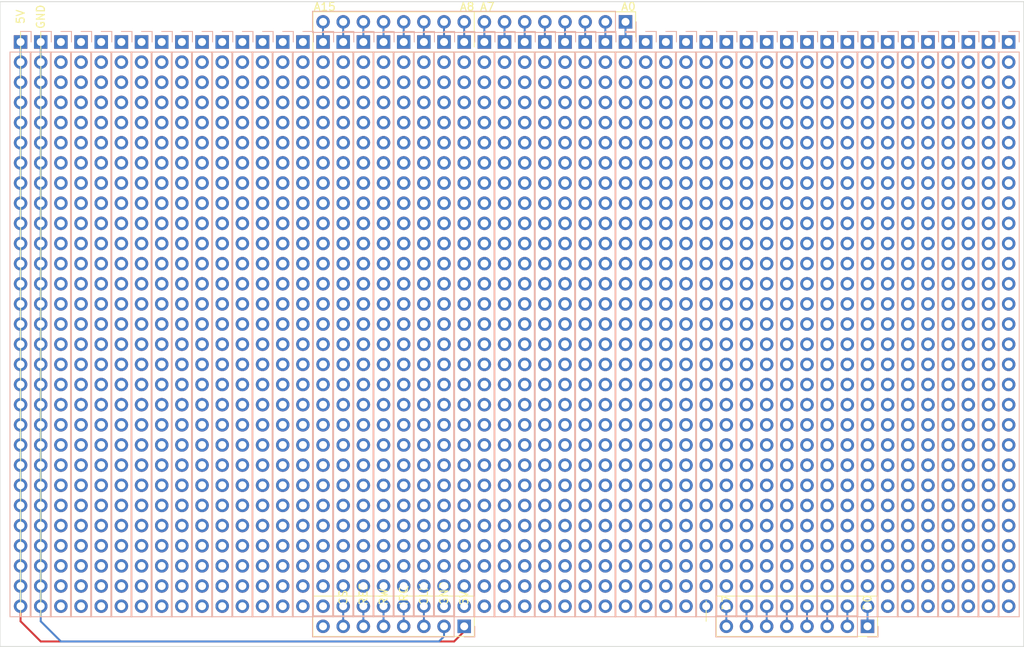
<source format=kicad_pcb>
(kicad_pcb (version 20171130) (host pcbnew "(5.1.5-0-10_14)")
  (layers (0 F.Cu signal) (31 B.Cu signal) (34 B.Paste user) (35 F.Paste user) (36 B.SilkS user) (37 F.SilkS user) (38 B.Mask user) (39 F.Mask user) (44 Edge.Cuts user))
  (net 0 "")
  (net 1 /D7)
  (net 2 /D6)
  (net 3 /D5)
  (net 4 /D4)
  (net 5 /D3)
  (net 6 /D2)
  (net 7 /D1)
  (net 8 /D0)
  (net 9 GND)
  (net 10 /A12)
  (net 11 /A13)
  (net 12 /A14)
  (net 13 /A15)
  (net 14 +5V)
  (net 15 /A0)
  (net 16 /A1)
  (net 17 /A2)
  (net 18 /A3)
  (net 19 /A4)
  (net 20 /A5)
  (net 21 /A6)
  (net 22 /A7)
  (net 23 /A8)
  (net 24 /A9)
  (net 25 /A10)
  (net 26 /A11)
  (net 27 /RES)
  (net 28 /RW)
  (net 29 /CLK_IN)
  (net 30 /IRQ)
  (net 31 /CS2)
  (net 32 "Net-(J7-Pad8)")
  (module Connector_PinHeader_2.54mm:PinHeader_1x29_P2.54mm_Vertical (layer B.Cu) (at 124.46 58.42 180)
    (fp_text reference REF** hide)
    (fp_text value PinHeader_1x29_P2.54mm_Vertical)
    (pad 29 thru_hole oval (at 0 -71.12 180) (size 1.7 1.7) (drill 1) (layers *.Cu *.Mask))
    (pad 28 thru_hole oval (at 0 -68.58 180) (size 1.7 1.7) (drill 1) (layers *.Cu *.Mask))
    (pad 27 thru_hole oval (at 0 -66.04 180) (size 1.7 1.7) (drill 1) (layers *.Cu *.Mask))
    (pad 26 thru_hole oval (at 0 -63.5 180) (size 1.7 1.7) (drill 1) (layers *.Cu *.Mask))
    (pad 25 thru_hole oval (at 0 -60.96 180) (size 1.7 1.7) (drill 1) (layers *.Cu *.Mask))
    (pad 24 thru_hole oval (at 0 -58.42 180) (size 1.7 1.7) (drill 1) (layers *.Cu *.Mask))
    (pad 23 thru_hole oval (at 0 -55.88 180) (size 1.7 1.7) (drill 1) (layers *.Cu *.Mask))
    (pad 22 thru_hole oval (at 0 -53.34 180) (size 1.7 1.7) (drill 1) (layers *.Cu *.Mask))
    (pad 21 thru_hole oval (at 0 -50.8 180) (size 1.7 1.7) (drill 1) (layers *.Cu *.Mask))
    (pad 20 thru_hole oval (at 0 -48.26 180) (size 1.7 1.7) (drill 1) (layers *.Cu *.Mask))
    (pad 19 thru_hole oval (at 0 -45.72 180) (size 1.7 1.7) (drill 1) (layers *.Cu *.Mask))
    (pad 18 thru_hole oval (at 0 -43.18 180) (size 1.7 1.7) (drill 1) (layers *.Cu *.Mask))
    (pad 17 thru_hole oval (at 0 -40.64 180) (size 1.7 1.7) (drill 1) (layers *.Cu *.Mask))
    (pad 16 thru_hole oval (at 0 -38.1 180) (size 1.7 1.7) (drill 1) (layers *.Cu *.Mask))
    (pad 15 thru_hole oval (at 0 -35.56 180) (size 1.7 1.7) (drill 1) (layers *.Cu *.Mask))
    (pad 14 thru_hole oval (at 0 -33.02 180) (size 1.7 1.7) (drill 1) (layers *.Cu *.Mask))
    (pad 13 thru_hole oval (at 0 -30.48 180) (size 1.7 1.7) (drill 1) (layers *.Cu *.Mask))
    (pad 12 thru_hole oval (at 0 -27.94 180) (size 1.7 1.7) (drill 1) (layers *.Cu *.Mask))
    (pad 11 thru_hole oval (at 0 -25.4 180) (size 1.7 1.7) (drill 1) (layers *.Cu *.Mask))
    (pad 10 thru_hole oval (at 0 -22.86 180) (size 1.7 1.7) (drill 1) (layers *.Cu *.Mask))
    (pad 9 thru_hole oval (at 0 -20.32 180) (size 1.7 1.7) (drill 1) (layers *.Cu *.Mask))
    (pad 8 thru_hole oval (at 0 -17.78 180) (size 1.7 1.7) (drill 1) (layers *.Cu *.Mask))
    (pad 7 thru_hole oval (at 0 -15.24 180) (size 1.7 1.7) (drill 1) (layers *.Cu *.Mask))
    (pad 6 thru_hole oval (at 0 -12.7 180) (size 1.7 1.7) (drill 1) (layers *.Cu *.Mask))
    (pad 5 thru_hole oval (at 0 -10.16 180) (size 1.7 1.7) (drill 1) (layers *.Cu *.Mask))
    (pad 4 thru_hole oval (at 0 -7.62 180) (size 1.7 1.7) (drill 1) (layers *.Cu *.Mask))
    (pad 3 thru_hole oval (at 0 -5.08 180) (size 1.7 1.7) (drill 1) (layers *.Cu *.Mask))
    (pad 2 thru_hole oval (at 0 -2.54 180) (size 1.7 1.7) (drill 1) (layers *.Cu *.Mask))
    (pad 1 thru_hole rect (at 0 0 180) (size 1.7 1.7) (drill 1) (layers *.Cu *.Mask))
  )
  (module Connector_PinHeader_2.54mm:PinHeader_1x29_P2.54mm_Vertical (layer B.Cu) (at 96.52 58.42 180)
    (fp_text reference REF** hide)
    (fp_text value PinHeader_1x29_P2.54mm_Vertical)
    (pad 29 thru_hole oval (at 0 -71.12 180) (size 1.7 1.7) (drill 1) (layers *.Cu *.Mask))
    (pad 28 thru_hole oval (at 0 -68.58 180) (size 1.7 1.7) (drill 1) (layers *.Cu *.Mask))
    (pad 27 thru_hole oval (at 0 -66.04 180) (size 1.7 1.7) (drill 1) (layers *.Cu *.Mask))
    (pad 26 thru_hole oval (at 0 -63.5 180) (size 1.7 1.7) (drill 1) (layers *.Cu *.Mask))
    (pad 25 thru_hole oval (at 0 -60.96 180) (size 1.7 1.7) (drill 1) (layers *.Cu *.Mask))
    (pad 24 thru_hole oval (at 0 -58.42 180) (size 1.7 1.7) (drill 1) (layers *.Cu *.Mask))
    (pad 23 thru_hole oval (at 0 -55.88 180) (size 1.7 1.7) (drill 1) (layers *.Cu *.Mask))
    (pad 22 thru_hole oval (at 0 -53.34 180) (size 1.7 1.7) (drill 1) (layers *.Cu *.Mask))
    (pad 21 thru_hole oval (at 0 -50.8 180) (size 1.7 1.7) (drill 1) (layers *.Cu *.Mask))
    (pad 20 thru_hole oval (at 0 -48.26 180) (size 1.7 1.7) (drill 1) (layers *.Cu *.Mask))
    (pad 19 thru_hole oval (at 0 -45.72 180) (size 1.7 1.7) (drill 1) (layers *.Cu *.Mask))
    (pad 18 thru_hole oval (at 0 -43.18 180) (size 1.7 1.7) (drill 1) (layers *.Cu *.Mask))
    (pad 17 thru_hole oval (at 0 -40.64 180) (size 1.7 1.7) (drill 1) (layers *.Cu *.Mask))
    (pad 16 thru_hole oval (at 0 -38.1 180) (size 1.7 1.7) (drill 1) (layers *.Cu *.Mask))
    (pad 15 thru_hole oval (at 0 -35.56 180) (size 1.7 1.7) (drill 1) (layers *.Cu *.Mask))
    (pad 14 thru_hole oval (at 0 -33.02 180) (size 1.7 1.7) (drill 1) (layers *.Cu *.Mask))
    (pad 13 thru_hole oval (at 0 -30.48 180) (size 1.7 1.7) (drill 1) (layers *.Cu *.Mask))
    (pad 12 thru_hole oval (at 0 -27.94 180) (size 1.7 1.7) (drill 1) (layers *.Cu *.Mask))
    (pad 11 thru_hole oval (at 0 -25.4 180) (size 1.7 1.7) (drill 1) (layers *.Cu *.Mask))
    (pad 10 thru_hole oval (at 0 -22.86 180) (size 1.7 1.7) (drill 1) (layers *.Cu *.Mask))
    (pad 9 thru_hole oval (at 0 -20.32 180) (size 1.7 1.7) (drill 1) (layers *.Cu *.Mask))
    (pad 8 thru_hole oval (at 0 -17.78 180) (size 1.7 1.7) (drill 1) (layers *.Cu *.Mask))
    (pad 7 thru_hole oval (at 0 -15.24 180) (size 1.7 1.7) (drill 1) (layers *.Cu *.Mask))
    (pad 6 thru_hole oval (at 0 -12.7 180) (size 1.7 1.7) (drill 1) (layers *.Cu *.Mask))
    (pad 5 thru_hole oval (at 0 -10.16 180) (size 1.7 1.7) (drill 1) (layers *.Cu *.Mask))
    (pad 4 thru_hole oval (at 0 -7.62 180) (size 1.7 1.7) (drill 1) (layers *.Cu *.Mask))
    (pad 3 thru_hole oval (at 0 -5.08 180) (size 1.7 1.7) (drill 1) (layers *.Cu *.Mask))
    (pad 2 thru_hole oval (at 0 -2.54 180) (size 1.7 1.7) (drill 1) (layers *.Cu *.Mask))
    (pad 1 thru_hole rect (at 0 0 180) (size 1.7 1.7) (drill 1) (layers *.Cu *.Mask))
  )
  (module Connector_PinHeader_2.54mm:PinHeader_1x29_P2.54mm_Vertical (layer B.Cu) (at 99.06 58.42 180)
    (fp_text reference REF** hide)
    (fp_text value PinHeader_1x29_P2.54mm_Vertical)
    (pad 29 thru_hole oval (at 0 -71.12 180) (size 1.7 1.7) (drill 1) (layers *.Cu *.Mask))
    (pad 28 thru_hole oval (at 0 -68.58 180) (size 1.7 1.7) (drill 1) (layers *.Cu *.Mask))
    (pad 27 thru_hole oval (at 0 -66.04 180) (size 1.7 1.7) (drill 1) (layers *.Cu *.Mask))
    (pad 26 thru_hole oval (at 0 -63.5 180) (size 1.7 1.7) (drill 1) (layers *.Cu *.Mask))
    (pad 25 thru_hole oval (at 0 -60.96 180) (size 1.7 1.7) (drill 1) (layers *.Cu *.Mask))
    (pad 24 thru_hole oval (at 0 -58.42 180) (size 1.7 1.7) (drill 1) (layers *.Cu *.Mask))
    (pad 23 thru_hole oval (at 0 -55.88 180) (size 1.7 1.7) (drill 1) (layers *.Cu *.Mask))
    (pad 22 thru_hole oval (at 0 -53.34 180) (size 1.7 1.7) (drill 1) (layers *.Cu *.Mask))
    (pad 21 thru_hole oval (at 0 -50.8 180) (size 1.7 1.7) (drill 1) (layers *.Cu *.Mask))
    (pad 20 thru_hole oval (at 0 -48.26 180) (size 1.7 1.7) (drill 1) (layers *.Cu *.Mask))
    (pad 19 thru_hole oval (at 0 -45.72 180) (size 1.7 1.7) (drill 1) (layers *.Cu *.Mask))
    (pad 18 thru_hole oval (at 0 -43.18 180) (size 1.7 1.7) (drill 1) (layers *.Cu *.Mask))
    (pad 17 thru_hole oval (at 0 -40.64 180) (size 1.7 1.7) (drill 1) (layers *.Cu *.Mask))
    (pad 16 thru_hole oval (at 0 -38.1 180) (size 1.7 1.7) (drill 1) (layers *.Cu *.Mask))
    (pad 15 thru_hole oval (at 0 -35.56 180) (size 1.7 1.7) (drill 1) (layers *.Cu *.Mask))
    (pad 14 thru_hole oval (at 0 -33.02 180) (size 1.7 1.7) (drill 1) (layers *.Cu *.Mask))
    (pad 13 thru_hole oval (at 0 -30.48 180) (size 1.7 1.7) (drill 1) (layers *.Cu *.Mask))
    (pad 12 thru_hole oval (at 0 -27.94 180) (size 1.7 1.7) (drill 1) (layers *.Cu *.Mask))
    (pad 11 thru_hole oval (at 0 -25.4 180) (size 1.7 1.7) (drill 1) (layers *.Cu *.Mask))
    (pad 10 thru_hole oval (at 0 -22.86 180) (size 1.7 1.7) (drill 1) (layers *.Cu *.Mask))
    (pad 9 thru_hole oval (at 0 -20.32 180) (size 1.7 1.7) (drill 1) (layers *.Cu *.Mask))
    (pad 8 thru_hole oval (at 0 -17.78 180) (size 1.7 1.7) (drill 1) (layers *.Cu *.Mask))
    (pad 7 thru_hole oval (at 0 -15.24 180) (size 1.7 1.7) (drill 1) (layers *.Cu *.Mask))
    (pad 6 thru_hole oval (at 0 -12.7 180) (size 1.7 1.7) (drill 1) (layers *.Cu *.Mask))
    (pad 5 thru_hole oval (at 0 -10.16 180) (size 1.7 1.7) (drill 1) (layers *.Cu *.Mask))
    (pad 4 thru_hole oval (at 0 -7.62 180) (size 1.7 1.7) (drill 1) (layers *.Cu *.Mask))
    (pad 3 thru_hole oval (at 0 -5.08 180) (size 1.7 1.7) (drill 1) (layers *.Cu *.Mask))
    (pad 2 thru_hole oval (at 0 -2.54 180) (size 1.7 1.7) (drill 1) (layers *.Cu *.Mask))
    (pad 1 thru_hole rect (at 0 0 180) (size 1.7 1.7) (drill 1) (layers *.Cu *.Mask))
  )
  (module Connector_PinHeader_2.54mm:PinHeader_1x29_P2.54mm_Vertical (layer B.Cu) (at 195.58 58.42 180)
    (fp_text reference REF** hide)
    (fp_text value PinHeader_1x29_P2.54mm_Vertical)
    (pad 1 thru_hole rect (at 0 0 180) (size 1.7 1.7) (drill 1) (layers *.Cu *.Mask))
    (pad 2 thru_hole oval (at 0 -2.54 180) (size 1.7 1.7) (drill 1) (layers *.Cu *.Mask))
    (pad 3 thru_hole oval (at 0 -5.08 180) (size 1.7 1.7) (drill 1) (layers *.Cu *.Mask))
    (pad 4 thru_hole oval (at 0 -7.62 180) (size 1.7 1.7) (drill 1) (layers *.Cu *.Mask))
    (pad 5 thru_hole oval (at 0 -10.16 180) (size 1.7 1.7) (drill 1) (layers *.Cu *.Mask))
    (pad 6 thru_hole oval (at 0 -12.7 180) (size 1.7 1.7) (drill 1) (layers *.Cu *.Mask))
    (pad 7 thru_hole oval (at 0 -15.24 180) (size 1.7 1.7) (drill 1) (layers *.Cu *.Mask))
    (pad 8 thru_hole oval (at 0 -17.78 180) (size 1.7 1.7) (drill 1) (layers *.Cu *.Mask))
    (pad 9 thru_hole oval (at 0 -20.32 180) (size 1.7 1.7) (drill 1) (layers *.Cu *.Mask))
    (pad 10 thru_hole oval (at 0 -22.86 180) (size 1.7 1.7) (drill 1) (layers *.Cu *.Mask))
    (pad 11 thru_hole oval (at 0 -25.4 180) (size 1.7 1.7) (drill 1) (layers *.Cu *.Mask))
    (pad 12 thru_hole oval (at 0 -27.94 180) (size 1.7 1.7) (drill 1) (layers *.Cu *.Mask))
    (pad 13 thru_hole oval (at 0 -30.48 180) (size 1.7 1.7) (drill 1) (layers *.Cu *.Mask))
    (pad 14 thru_hole oval (at 0 -33.02 180) (size 1.7 1.7) (drill 1) (layers *.Cu *.Mask))
    (pad 15 thru_hole oval (at 0 -35.56 180) (size 1.7 1.7) (drill 1) (layers *.Cu *.Mask))
    (pad 16 thru_hole oval (at 0 -38.1 180) (size 1.7 1.7) (drill 1) (layers *.Cu *.Mask))
    (pad 17 thru_hole oval (at 0 -40.64 180) (size 1.7 1.7) (drill 1) (layers *.Cu *.Mask))
    (pad 18 thru_hole oval (at 0 -43.18 180) (size 1.7 1.7) (drill 1) (layers *.Cu *.Mask))
    (pad 19 thru_hole oval (at 0 -45.72 180) (size 1.7 1.7) (drill 1) (layers *.Cu *.Mask))
    (pad 20 thru_hole oval (at 0 -48.26 180) (size 1.7 1.7) (drill 1) (layers *.Cu *.Mask))
    (pad 21 thru_hole oval (at 0 -50.8 180) (size 1.7 1.7) (drill 1) (layers *.Cu *.Mask))
    (pad 22 thru_hole oval (at 0 -53.34 180) (size 1.7 1.7) (drill 1) (layers *.Cu *.Mask))
    (pad 23 thru_hole oval (at 0 -55.88 180) (size 1.7 1.7) (drill 1) (layers *.Cu *.Mask))
    (pad 24 thru_hole oval (at 0 -58.42 180) (size 1.7 1.7) (drill 1) (layers *.Cu *.Mask))
    (pad 25 thru_hole oval (at 0 -60.96 180) (size 1.7 1.7) (drill 1) (layers *.Cu *.Mask))
    (pad 26 thru_hole oval (at 0 -63.5 180) (size 1.7 1.7) (drill 1) (layers *.Cu *.Mask))
    (pad 27 thru_hole oval (at 0 -66.04 180) (size 1.7 1.7) (drill 1) (layers *.Cu *.Mask))
    (pad 28 thru_hole oval (at 0 -68.58 180) (size 1.7 1.7) (drill 1) (layers *.Cu *.Mask))
    (pad 29 thru_hole oval (at 0 -71.12 180) (size 1.7 1.7) (drill 1) (layers *.Cu *.Mask))
  )
  (module Connector_PinHeader_2.54mm:PinHeader_1x29_P2.54mm_Vertical (layer B.Cu) (at 93.98 58.42 180)
    (fp_text reference REF** hide)
    (fp_text value PinHeader_1x29_P2.54mm_Vertical)
    (pad 29 thru_hole oval (at 0 -71.12 180) (size 1.7 1.7) (drill 1) (layers *.Cu *.Mask))
    (pad 28 thru_hole oval (at 0 -68.58 180) (size 1.7 1.7) (drill 1) (layers *.Cu *.Mask))
    (pad 27 thru_hole oval (at 0 -66.04 180) (size 1.7 1.7) (drill 1) (layers *.Cu *.Mask))
    (pad 26 thru_hole oval (at 0 -63.5 180) (size 1.7 1.7) (drill 1) (layers *.Cu *.Mask))
    (pad 25 thru_hole oval (at 0 -60.96 180) (size 1.7 1.7) (drill 1) (layers *.Cu *.Mask))
    (pad 24 thru_hole oval (at 0 -58.42 180) (size 1.7 1.7) (drill 1) (layers *.Cu *.Mask))
    (pad 23 thru_hole oval (at 0 -55.88 180) (size 1.7 1.7) (drill 1) (layers *.Cu *.Mask))
    (pad 22 thru_hole oval (at 0 -53.34 180) (size 1.7 1.7) (drill 1) (layers *.Cu *.Mask))
    (pad 21 thru_hole oval (at 0 -50.8 180) (size 1.7 1.7) (drill 1) (layers *.Cu *.Mask))
    (pad 20 thru_hole oval (at 0 -48.26 180) (size 1.7 1.7) (drill 1) (layers *.Cu *.Mask))
    (pad 19 thru_hole oval (at 0 -45.72 180) (size 1.7 1.7) (drill 1) (layers *.Cu *.Mask))
    (pad 18 thru_hole oval (at 0 -43.18 180) (size 1.7 1.7) (drill 1) (layers *.Cu *.Mask))
    (pad 17 thru_hole oval (at 0 -40.64 180) (size 1.7 1.7) (drill 1) (layers *.Cu *.Mask))
    (pad 16 thru_hole oval (at 0 -38.1 180) (size 1.7 1.7) (drill 1) (layers *.Cu *.Mask))
    (pad 15 thru_hole oval (at 0 -35.56 180) (size 1.7 1.7) (drill 1) (layers *.Cu *.Mask))
    (pad 14 thru_hole oval (at 0 -33.02 180) (size 1.7 1.7) (drill 1) (layers *.Cu *.Mask))
    (pad 13 thru_hole oval (at 0 -30.48 180) (size 1.7 1.7) (drill 1) (layers *.Cu *.Mask))
    (pad 12 thru_hole oval (at 0 -27.94 180) (size 1.7 1.7) (drill 1) (layers *.Cu *.Mask))
    (pad 11 thru_hole oval (at 0 -25.4 180) (size 1.7 1.7) (drill 1) (layers *.Cu *.Mask))
    (pad 10 thru_hole oval (at 0 -22.86 180) (size 1.7 1.7) (drill 1) (layers *.Cu *.Mask))
    (pad 9 thru_hole oval (at 0 -20.32 180) (size 1.7 1.7) (drill 1) (layers *.Cu *.Mask))
    (pad 8 thru_hole oval (at 0 -17.78 180) (size 1.7 1.7) (drill 1) (layers *.Cu *.Mask))
    (pad 7 thru_hole oval (at 0 -15.24 180) (size 1.7 1.7) (drill 1) (layers *.Cu *.Mask))
    (pad 6 thru_hole oval (at 0 -12.7 180) (size 1.7 1.7) (drill 1) (layers *.Cu *.Mask))
    (pad 5 thru_hole oval (at 0 -10.16 180) (size 1.7 1.7) (drill 1) (layers *.Cu *.Mask))
    (pad 4 thru_hole oval (at 0 -7.62 180) (size 1.7 1.7) (drill 1) (layers *.Cu *.Mask))
    (pad 3 thru_hole oval (at 0 -5.08 180) (size 1.7 1.7) (drill 1) (layers *.Cu *.Mask))
    (pad 2 thru_hole oval (at 0 -2.54 180) (size 1.7 1.7) (drill 1) (layers *.Cu *.Mask))
    (pad 1 thru_hole rect (at 0 0 180) (size 1.7 1.7) (drill 1) (layers *.Cu *.Mask))
  )
  (module Connector_PinHeader_2.54mm:PinHeader_1x29_P2.54mm_Vertical (layer B.Cu) (at 121.92 58.42 180)
    (fp_text reference REF** hide)
    (fp_text value PinHeader_1x29_P2.54mm_Vertical)
    (pad 29 thru_hole oval (at 0 -71.12 180) (size 1.7 1.7) (drill 1) (layers *.Cu *.Mask))
    (pad 28 thru_hole oval (at 0 -68.58 180) (size 1.7 1.7) (drill 1) (layers *.Cu *.Mask))
    (pad 27 thru_hole oval (at 0 -66.04 180) (size 1.7 1.7) (drill 1) (layers *.Cu *.Mask))
    (pad 26 thru_hole oval (at 0 -63.5 180) (size 1.7 1.7) (drill 1) (layers *.Cu *.Mask))
    (pad 25 thru_hole oval (at 0 -60.96 180) (size 1.7 1.7) (drill 1) (layers *.Cu *.Mask))
    (pad 24 thru_hole oval (at 0 -58.42 180) (size 1.7 1.7) (drill 1) (layers *.Cu *.Mask))
    (pad 23 thru_hole oval (at 0 -55.88 180) (size 1.7 1.7) (drill 1) (layers *.Cu *.Mask))
    (pad 22 thru_hole oval (at 0 -53.34 180) (size 1.7 1.7) (drill 1) (layers *.Cu *.Mask))
    (pad 21 thru_hole oval (at 0 -50.8 180) (size 1.7 1.7) (drill 1) (layers *.Cu *.Mask))
    (pad 20 thru_hole oval (at 0 -48.26 180) (size 1.7 1.7) (drill 1) (layers *.Cu *.Mask))
    (pad 19 thru_hole oval (at 0 -45.72 180) (size 1.7 1.7) (drill 1) (layers *.Cu *.Mask))
    (pad 18 thru_hole oval (at 0 -43.18 180) (size 1.7 1.7) (drill 1) (layers *.Cu *.Mask))
    (pad 17 thru_hole oval (at 0 -40.64 180) (size 1.7 1.7) (drill 1) (layers *.Cu *.Mask))
    (pad 16 thru_hole oval (at 0 -38.1 180) (size 1.7 1.7) (drill 1) (layers *.Cu *.Mask))
    (pad 15 thru_hole oval (at 0 -35.56 180) (size 1.7 1.7) (drill 1) (layers *.Cu *.Mask))
    (pad 14 thru_hole oval (at 0 -33.02 180) (size 1.7 1.7) (drill 1) (layers *.Cu *.Mask))
    (pad 13 thru_hole oval (at 0 -30.48 180) (size 1.7 1.7) (drill 1) (layers *.Cu *.Mask))
    (pad 12 thru_hole oval (at 0 -27.94 180) (size 1.7 1.7) (drill 1) (layers *.Cu *.Mask))
    (pad 11 thru_hole oval (at 0 -25.4 180) (size 1.7 1.7) (drill 1) (layers *.Cu *.Mask))
    (pad 10 thru_hole oval (at 0 -22.86 180) (size 1.7 1.7) (drill 1) (layers *.Cu *.Mask))
    (pad 9 thru_hole oval (at 0 -20.32 180) (size 1.7 1.7) (drill 1) (layers *.Cu *.Mask))
    (pad 8 thru_hole oval (at 0 -17.78 180) (size 1.7 1.7) (drill 1) (layers *.Cu *.Mask))
    (pad 7 thru_hole oval (at 0 -15.24 180) (size 1.7 1.7) (drill 1) (layers *.Cu *.Mask))
    (pad 6 thru_hole oval (at 0 -12.7 180) (size 1.7 1.7) (drill 1) (layers *.Cu *.Mask))
    (pad 5 thru_hole oval (at 0 -10.16 180) (size 1.7 1.7) (drill 1) (layers *.Cu *.Mask))
    (pad 4 thru_hole oval (at 0 -7.62 180) (size 1.7 1.7) (drill 1) (layers *.Cu *.Mask))
    (pad 3 thru_hole oval (at 0 -5.08 180) (size 1.7 1.7) (drill 1) (layers *.Cu *.Mask))
    (pad 2 thru_hole oval (at 0 -2.54 180) (size 1.7 1.7) (drill 1) (layers *.Cu *.Mask))
    (pad 1 thru_hole rect (at 0 0 180) (size 1.7 1.7) (drill 1) (layers *.Cu *.Mask))
  )
  (module Connector_PinHeader_2.54mm:PinHeader_1x29_P2.54mm_Vertical (layer B.Cu) (at 187.96 58.42 180)
    (fp_text reference REF** hide)
    (fp_text value PinHeader_1x29_P2.54mm_Vertical)
    (pad 29 thru_hole oval (at 0 -71.12 180) (size 1.7 1.7) (drill 1) (layers *.Cu *.Mask))
    (pad 28 thru_hole oval (at 0 -68.58 180) (size 1.7 1.7) (drill 1) (layers *.Cu *.Mask))
    (pad 27 thru_hole oval (at 0 -66.04 180) (size 1.7 1.7) (drill 1) (layers *.Cu *.Mask))
    (pad 26 thru_hole oval (at 0 -63.5 180) (size 1.7 1.7) (drill 1) (layers *.Cu *.Mask))
    (pad 25 thru_hole oval (at 0 -60.96 180) (size 1.7 1.7) (drill 1) (layers *.Cu *.Mask))
    (pad 24 thru_hole oval (at 0 -58.42 180) (size 1.7 1.7) (drill 1) (layers *.Cu *.Mask))
    (pad 23 thru_hole oval (at 0 -55.88 180) (size 1.7 1.7) (drill 1) (layers *.Cu *.Mask))
    (pad 22 thru_hole oval (at 0 -53.34 180) (size 1.7 1.7) (drill 1) (layers *.Cu *.Mask))
    (pad 21 thru_hole oval (at 0 -50.8 180) (size 1.7 1.7) (drill 1) (layers *.Cu *.Mask))
    (pad 20 thru_hole oval (at 0 -48.26 180) (size 1.7 1.7) (drill 1) (layers *.Cu *.Mask))
    (pad 19 thru_hole oval (at 0 -45.72 180) (size 1.7 1.7) (drill 1) (layers *.Cu *.Mask))
    (pad 18 thru_hole oval (at 0 -43.18 180) (size 1.7 1.7) (drill 1) (layers *.Cu *.Mask))
    (pad 17 thru_hole oval (at 0 -40.64 180) (size 1.7 1.7) (drill 1) (layers *.Cu *.Mask))
    (pad 16 thru_hole oval (at 0 -38.1 180) (size 1.7 1.7) (drill 1) (layers *.Cu *.Mask))
    (pad 15 thru_hole oval (at 0 -35.56 180) (size 1.7 1.7) (drill 1) (layers *.Cu *.Mask))
    (pad 14 thru_hole oval (at 0 -33.02 180) (size 1.7 1.7) (drill 1) (layers *.Cu *.Mask))
    (pad 13 thru_hole oval (at 0 -30.48 180) (size 1.7 1.7) (drill 1) (layers *.Cu *.Mask))
    (pad 12 thru_hole oval (at 0 -27.94 180) (size 1.7 1.7) (drill 1) (layers *.Cu *.Mask))
    (pad 11 thru_hole oval (at 0 -25.4 180) (size 1.7 1.7) (drill 1) (layers *.Cu *.Mask))
    (pad 10 thru_hole oval (at 0 -22.86 180) (size 1.7 1.7) (drill 1) (layers *.Cu *.Mask))
    (pad 9 thru_hole oval (at 0 -20.32 180) (size 1.7 1.7) (drill 1) (layers *.Cu *.Mask))
    (pad 8 thru_hole oval (at 0 -17.78 180) (size 1.7 1.7) (drill 1) (layers *.Cu *.Mask))
    (pad 7 thru_hole oval (at 0 -15.24 180) (size 1.7 1.7) (drill 1) (layers *.Cu *.Mask))
    (pad 6 thru_hole oval (at 0 -12.7 180) (size 1.7 1.7) (drill 1) (layers *.Cu *.Mask))
    (pad 5 thru_hole oval (at 0 -10.16 180) (size 1.7 1.7) (drill 1) (layers *.Cu *.Mask))
    (pad 4 thru_hole oval (at 0 -7.62 180) (size 1.7 1.7) (drill 1) (layers *.Cu *.Mask))
    (pad 3 thru_hole oval (at 0 -5.08 180) (size 1.7 1.7) (drill 1) (layers *.Cu *.Mask))
    (pad 2 thru_hole oval (at 0 -2.54 180) (size 1.7 1.7) (drill 1) (layers *.Cu *.Mask))
    (pad 1 thru_hole rect (at 0 0 180) (size 1.7 1.7) (drill 1) (layers *.Cu *.Mask))
  )
  (module Connector_PinHeader_2.54mm:PinHeader_1x29_P2.54mm_Vertical (layer B.Cu) (at 139.7 58.42 180)
    (fp_text reference REF** hide)
    (fp_text value PinHeader_1x29_P2.54mm_Vertical)
    (pad 29 thru_hole oval (at 0 -71.12 180) (size 1.7 1.7) (drill 1) (layers *.Cu *.Mask))
    (pad 28 thru_hole oval (at 0 -68.58 180) (size 1.7 1.7) (drill 1) (layers *.Cu *.Mask))
    (pad 27 thru_hole oval (at 0 -66.04 180) (size 1.7 1.7) (drill 1) (layers *.Cu *.Mask))
    (pad 26 thru_hole oval (at 0 -63.5 180) (size 1.7 1.7) (drill 1) (layers *.Cu *.Mask))
    (pad 25 thru_hole oval (at 0 -60.96 180) (size 1.7 1.7) (drill 1) (layers *.Cu *.Mask))
    (pad 24 thru_hole oval (at 0 -58.42 180) (size 1.7 1.7) (drill 1) (layers *.Cu *.Mask))
    (pad 23 thru_hole oval (at 0 -55.88 180) (size 1.7 1.7) (drill 1) (layers *.Cu *.Mask))
    (pad 22 thru_hole oval (at 0 -53.34 180) (size 1.7 1.7) (drill 1) (layers *.Cu *.Mask))
    (pad 21 thru_hole oval (at 0 -50.8 180) (size 1.7 1.7) (drill 1) (layers *.Cu *.Mask))
    (pad 20 thru_hole oval (at 0 -48.26 180) (size 1.7 1.7) (drill 1) (layers *.Cu *.Mask))
    (pad 19 thru_hole oval (at 0 -45.72 180) (size 1.7 1.7) (drill 1) (layers *.Cu *.Mask))
    (pad 18 thru_hole oval (at 0 -43.18 180) (size 1.7 1.7) (drill 1) (layers *.Cu *.Mask))
    (pad 17 thru_hole oval (at 0 -40.64 180) (size 1.7 1.7) (drill 1) (layers *.Cu *.Mask))
    (pad 16 thru_hole oval (at 0 -38.1 180) (size 1.7 1.7) (drill 1) (layers *.Cu *.Mask))
    (pad 15 thru_hole oval (at 0 -35.56 180) (size 1.7 1.7) (drill 1) (layers *.Cu *.Mask))
    (pad 14 thru_hole oval (at 0 -33.02 180) (size 1.7 1.7) (drill 1) (layers *.Cu *.Mask))
    (pad 13 thru_hole oval (at 0 -30.48 180) (size 1.7 1.7) (drill 1) (layers *.Cu *.Mask))
    (pad 12 thru_hole oval (at 0 -27.94 180) (size 1.7 1.7) (drill 1) (layers *.Cu *.Mask))
    (pad 11 thru_hole oval (at 0 -25.4 180) (size 1.7 1.7) (drill 1) (layers *.Cu *.Mask))
    (pad 10 thru_hole oval (at 0 -22.86 180) (size 1.7 1.7) (drill 1) (layers *.Cu *.Mask))
    (pad 9 thru_hole oval (at 0 -20.32 180) (size 1.7 1.7) (drill 1) (layers *.Cu *.Mask))
    (pad 8 thru_hole oval (at 0 -17.78 180) (size 1.7 1.7) (drill 1) (layers *.Cu *.Mask))
    (pad 7 thru_hole oval (at 0 -15.24 180) (size 1.7 1.7) (drill 1) (layers *.Cu *.Mask))
    (pad 6 thru_hole oval (at 0 -12.7 180) (size 1.7 1.7) (drill 1) (layers *.Cu *.Mask))
    (pad 5 thru_hole oval (at 0 -10.16 180) (size 1.7 1.7) (drill 1) (layers *.Cu *.Mask))
    (pad 4 thru_hole oval (at 0 -7.62 180) (size 1.7 1.7) (drill 1) (layers *.Cu *.Mask))
    (pad 3 thru_hole oval (at 0 -5.08 180) (size 1.7 1.7) (drill 1) (layers *.Cu *.Mask))
    (pad 2 thru_hole oval (at 0 -2.54 180) (size 1.7 1.7) (drill 1) (layers *.Cu *.Mask))
    (pad 1 thru_hole rect (at 0 0 180) (size 1.7 1.7) (drill 1) (layers *.Cu *.Mask))
  )
  (module Connector_PinHeader_2.54mm:PinHeader_1x29_P2.54mm_Vertical (layer B.Cu) (at 132.08 58.42 180)
    (fp_text reference REF** hide)
    (fp_text value PinHeader_1x29_P2.54mm_Vertical)
    (pad 29 thru_hole oval (at 0 -71.12 180) (size 1.7 1.7) (drill 1) (layers *.Cu *.Mask))
    (pad 28 thru_hole oval (at 0 -68.58 180) (size 1.7 1.7) (drill 1) (layers *.Cu *.Mask))
    (pad 27 thru_hole oval (at 0 -66.04 180) (size 1.7 1.7) (drill 1) (layers *.Cu *.Mask))
    (pad 26 thru_hole oval (at 0 -63.5 180) (size 1.7 1.7) (drill 1) (layers *.Cu *.Mask))
    (pad 25 thru_hole oval (at 0 -60.96 180) (size 1.7 1.7) (drill 1) (layers *.Cu *.Mask))
    (pad 24 thru_hole oval (at 0 -58.42 180) (size 1.7 1.7) (drill 1) (layers *.Cu *.Mask))
    (pad 23 thru_hole oval (at 0 -55.88 180) (size 1.7 1.7) (drill 1) (layers *.Cu *.Mask))
    (pad 22 thru_hole oval (at 0 -53.34 180) (size 1.7 1.7) (drill 1) (layers *.Cu *.Mask))
    (pad 21 thru_hole oval (at 0 -50.8 180) (size 1.7 1.7) (drill 1) (layers *.Cu *.Mask))
    (pad 20 thru_hole oval (at 0 -48.26 180) (size 1.7 1.7) (drill 1) (layers *.Cu *.Mask))
    (pad 19 thru_hole oval (at 0 -45.72 180) (size 1.7 1.7) (drill 1) (layers *.Cu *.Mask))
    (pad 18 thru_hole oval (at 0 -43.18 180) (size 1.7 1.7) (drill 1) (layers *.Cu *.Mask))
    (pad 17 thru_hole oval (at 0 -40.64 180) (size 1.7 1.7) (drill 1) (layers *.Cu *.Mask))
    (pad 16 thru_hole oval (at 0 -38.1 180) (size 1.7 1.7) (drill 1) (layers *.Cu *.Mask))
    (pad 15 thru_hole oval (at 0 -35.56 180) (size 1.7 1.7) (drill 1) (layers *.Cu *.Mask))
    (pad 14 thru_hole oval (at 0 -33.02 180) (size 1.7 1.7) (drill 1) (layers *.Cu *.Mask))
    (pad 13 thru_hole oval (at 0 -30.48 180) (size 1.7 1.7) (drill 1) (layers *.Cu *.Mask))
    (pad 12 thru_hole oval (at 0 -27.94 180) (size 1.7 1.7) (drill 1) (layers *.Cu *.Mask))
    (pad 11 thru_hole oval (at 0 -25.4 180) (size 1.7 1.7) (drill 1) (layers *.Cu *.Mask))
    (pad 10 thru_hole oval (at 0 -22.86 180) (size 1.7 1.7) (drill 1) (layers *.Cu *.Mask))
    (pad 9 thru_hole oval (at 0 -20.32 180) (size 1.7 1.7) (drill 1) (layers *.Cu *.Mask))
    (pad 8 thru_hole oval (at 0 -17.78 180) (size 1.7 1.7) (drill 1) (layers *.Cu *.Mask))
    (pad 7 thru_hole oval (at 0 -15.24 180) (size 1.7 1.7) (drill 1) (layers *.Cu *.Mask))
    (pad 6 thru_hole oval (at 0 -12.7 180) (size 1.7 1.7) (drill 1) (layers *.Cu *.Mask))
    (pad 5 thru_hole oval (at 0 -10.16 180) (size 1.7 1.7) (drill 1) (layers *.Cu *.Mask))
    (pad 4 thru_hole oval (at 0 -7.62 180) (size 1.7 1.7) (drill 1) (layers *.Cu *.Mask))
    (pad 3 thru_hole oval (at 0 -5.08 180) (size 1.7 1.7) (drill 1) (layers *.Cu *.Mask))
    (pad 2 thru_hole oval (at 0 -2.54 180) (size 1.7 1.7) (drill 1) (layers *.Cu *.Mask))
    (pad 1 thru_hole rect (at 0 0 180) (size 1.7 1.7) (drill 1) (layers *.Cu *.Mask))
  )
  (module Connector_PinHeader_2.54mm:PinHeader_1x29_P2.54mm_Vertical (layer B.Cu) (at 129.54 58.42 180)
    (fp_text reference REF** hide)
    (fp_text value PinHeader_1x29_P2.54mm_Vertical)
    (pad 29 thru_hole oval (at 0 -71.12 180) (size 1.7 1.7) (drill 1) (layers *.Cu *.Mask))
    (pad 28 thru_hole oval (at 0 -68.58 180) (size 1.7 1.7) (drill 1) (layers *.Cu *.Mask))
    (pad 27 thru_hole oval (at 0 -66.04 180) (size 1.7 1.7) (drill 1) (layers *.Cu *.Mask))
    (pad 26 thru_hole oval (at 0 -63.5 180) (size 1.7 1.7) (drill 1) (layers *.Cu *.Mask))
    (pad 25 thru_hole oval (at 0 -60.96 180) (size 1.7 1.7) (drill 1) (layers *.Cu *.Mask))
    (pad 24 thru_hole oval (at 0 -58.42 180) (size 1.7 1.7) (drill 1) (layers *.Cu *.Mask))
    (pad 23 thru_hole oval (at 0 -55.88 180) (size 1.7 1.7) (drill 1) (layers *.Cu *.Mask))
    (pad 22 thru_hole oval (at 0 -53.34 180) (size 1.7 1.7) (drill 1) (layers *.Cu *.Mask))
    (pad 21 thru_hole oval (at 0 -50.8 180) (size 1.7 1.7) (drill 1) (layers *.Cu *.Mask))
    (pad 20 thru_hole oval (at 0 -48.26 180) (size 1.7 1.7) (drill 1) (layers *.Cu *.Mask))
    (pad 19 thru_hole oval (at 0 -45.72 180) (size 1.7 1.7) (drill 1) (layers *.Cu *.Mask))
    (pad 18 thru_hole oval (at 0 -43.18 180) (size 1.7 1.7) (drill 1) (layers *.Cu *.Mask))
    (pad 17 thru_hole oval (at 0 -40.64 180) (size 1.7 1.7) (drill 1) (layers *.Cu *.Mask))
    (pad 16 thru_hole oval (at 0 -38.1 180) (size 1.7 1.7) (drill 1) (layers *.Cu *.Mask))
    (pad 15 thru_hole oval (at 0 -35.56 180) (size 1.7 1.7) (drill 1) (layers *.Cu *.Mask))
    (pad 14 thru_hole oval (at 0 -33.02 180) (size 1.7 1.7) (drill 1) (layers *.Cu *.Mask))
    (pad 13 thru_hole oval (at 0 -30.48 180) (size 1.7 1.7) (drill 1) (layers *.Cu *.Mask))
    (pad 12 thru_hole oval (at 0 -27.94 180) (size 1.7 1.7) (drill 1) (layers *.Cu *.Mask))
    (pad 11 thru_hole oval (at 0 -25.4 180) (size 1.7 1.7) (drill 1) (layers *.Cu *.Mask))
    (pad 10 thru_hole oval (at 0 -22.86 180) (size 1.7 1.7) (drill 1) (layers *.Cu *.Mask))
    (pad 9 thru_hole oval (at 0 -20.32 180) (size 1.7 1.7) (drill 1) (layers *.Cu *.Mask))
    (pad 8 thru_hole oval (at 0 -17.78 180) (size 1.7 1.7) (drill 1) (layers *.Cu *.Mask))
    (pad 7 thru_hole oval (at 0 -15.24 180) (size 1.7 1.7) (drill 1) (layers *.Cu *.Mask))
    (pad 6 thru_hole oval (at 0 -12.7 180) (size 1.7 1.7) (drill 1) (layers *.Cu *.Mask))
    (pad 5 thru_hole oval (at 0 -10.16 180) (size 1.7 1.7) (drill 1) (layers *.Cu *.Mask))
    (pad 4 thru_hole oval (at 0 -7.62 180) (size 1.7 1.7) (drill 1) (layers *.Cu *.Mask))
    (pad 3 thru_hole oval (at 0 -5.08 180) (size 1.7 1.7) (drill 1) (layers *.Cu *.Mask))
    (pad 2 thru_hole oval (at 0 -2.54 180) (size 1.7 1.7) (drill 1) (layers *.Cu *.Mask))
    (pad 1 thru_hole rect (at 0 0 180) (size 1.7 1.7) (drill 1) (layers *.Cu *.Mask))
  )
  (module Connector_PinHeader_2.54mm:PinHeader_1x29_P2.54mm_Vertical (layer B.Cu) (at 119.38 58.42 180)
    (fp_text reference REF** hide)
    (fp_text value PinHeader_1x29_P2.54mm_Vertical)
    (pad 29 thru_hole oval (at 0 -71.12 180) (size 1.7 1.7) (drill 1) (layers *.Cu *.Mask))
    (pad 28 thru_hole oval (at 0 -68.58 180) (size 1.7 1.7) (drill 1) (layers *.Cu *.Mask))
    (pad 27 thru_hole oval (at 0 -66.04 180) (size 1.7 1.7) (drill 1) (layers *.Cu *.Mask))
    (pad 26 thru_hole oval (at 0 -63.5 180) (size 1.7 1.7) (drill 1) (layers *.Cu *.Mask))
    (pad 25 thru_hole oval (at 0 -60.96 180) (size 1.7 1.7) (drill 1) (layers *.Cu *.Mask))
    (pad 24 thru_hole oval (at 0 -58.42 180) (size 1.7 1.7) (drill 1) (layers *.Cu *.Mask))
    (pad 23 thru_hole oval (at 0 -55.88 180) (size 1.7 1.7) (drill 1) (layers *.Cu *.Mask))
    (pad 22 thru_hole oval (at 0 -53.34 180) (size 1.7 1.7) (drill 1) (layers *.Cu *.Mask))
    (pad 21 thru_hole oval (at 0 -50.8 180) (size 1.7 1.7) (drill 1) (layers *.Cu *.Mask))
    (pad 20 thru_hole oval (at 0 -48.26 180) (size 1.7 1.7) (drill 1) (layers *.Cu *.Mask))
    (pad 19 thru_hole oval (at 0 -45.72 180) (size 1.7 1.7) (drill 1) (layers *.Cu *.Mask))
    (pad 18 thru_hole oval (at 0 -43.18 180) (size 1.7 1.7) (drill 1) (layers *.Cu *.Mask))
    (pad 17 thru_hole oval (at 0 -40.64 180) (size 1.7 1.7) (drill 1) (layers *.Cu *.Mask))
    (pad 16 thru_hole oval (at 0 -38.1 180) (size 1.7 1.7) (drill 1) (layers *.Cu *.Mask))
    (pad 15 thru_hole oval (at 0 -35.56 180) (size 1.7 1.7) (drill 1) (layers *.Cu *.Mask))
    (pad 14 thru_hole oval (at 0 -33.02 180) (size 1.7 1.7) (drill 1) (layers *.Cu *.Mask))
    (pad 13 thru_hole oval (at 0 -30.48 180) (size 1.7 1.7) (drill 1) (layers *.Cu *.Mask))
    (pad 12 thru_hole oval (at 0 -27.94 180) (size 1.7 1.7) (drill 1) (layers *.Cu *.Mask))
    (pad 11 thru_hole oval (at 0 -25.4 180) (size 1.7 1.7) (drill 1) (layers *.Cu *.Mask))
    (pad 10 thru_hole oval (at 0 -22.86 180) (size 1.7 1.7) (drill 1) (layers *.Cu *.Mask))
    (pad 9 thru_hole oval (at 0 -20.32 180) (size 1.7 1.7) (drill 1) (layers *.Cu *.Mask))
    (pad 8 thru_hole oval (at 0 -17.78 180) (size 1.7 1.7) (drill 1) (layers *.Cu *.Mask))
    (pad 7 thru_hole oval (at 0 -15.24 180) (size 1.7 1.7) (drill 1) (layers *.Cu *.Mask))
    (pad 6 thru_hole oval (at 0 -12.7 180) (size 1.7 1.7) (drill 1) (layers *.Cu *.Mask))
    (pad 5 thru_hole oval (at 0 -10.16 180) (size 1.7 1.7) (drill 1) (layers *.Cu *.Mask))
    (pad 4 thru_hole oval (at 0 -7.62 180) (size 1.7 1.7) (drill 1) (layers *.Cu *.Mask))
    (pad 3 thru_hole oval (at 0 -5.08 180) (size 1.7 1.7) (drill 1) (layers *.Cu *.Mask))
    (pad 2 thru_hole oval (at 0 -2.54 180) (size 1.7 1.7) (drill 1) (layers *.Cu *.Mask))
    (pad 1 thru_hole rect (at 0 0 180) (size 1.7 1.7) (drill 1) (layers *.Cu *.Mask))
  )
  (module Connector_PinHeader_2.54mm:PinHeader_1x29_P2.54mm_Vertical (layer B.Cu) (at 193.04 58.42 180)
    (fp_text reference REF** hide)
    (fp_text value PinHeader_1x29_P2.54mm_Vertical)
    (pad 29 thru_hole oval (at 0 -71.12 180) (size 1.7 1.7) (drill 1) (layers *.Cu *.Mask))
    (pad 28 thru_hole oval (at 0 -68.58 180) (size 1.7 1.7) (drill 1) (layers *.Cu *.Mask))
    (pad 27 thru_hole oval (at 0 -66.04 180) (size 1.7 1.7) (drill 1) (layers *.Cu *.Mask))
    (pad 26 thru_hole oval (at 0 -63.5 180) (size 1.7 1.7) (drill 1) (layers *.Cu *.Mask))
    (pad 25 thru_hole oval (at 0 -60.96 180) (size 1.7 1.7) (drill 1) (layers *.Cu *.Mask))
    (pad 24 thru_hole oval (at 0 -58.42 180) (size 1.7 1.7) (drill 1) (layers *.Cu *.Mask))
    (pad 23 thru_hole oval (at 0 -55.88 180) (size 1.7 1.7) (drill 1) (layers *.Cu *.Mask))
    (pad 22 thru_hole oval (at 0 -53.34 180) (size 1.7 1.7) (drill 1) (layers *.Cu *.Mask))
    (pad 21 thru_hole oval (at 0 -50.8 180) (size 1.7 1.7) (drill 1) (layers *.Cu *.Mask))
    (pad 20 thru_hole oval (at 0 -48.26 180) (size 1.7 1.7) (drill 1) (layers *.Cu *.Mask))
    (pad 19 thru_hole oval (at 0 -45.72 180) (size 1.7 1.7) (drill 1) (layers *.Cu *.Mask))
    (pad 18 thru_hole oval (at 0 -43.18 180) (size 1.7 1.7) (drill 1) (layers *.Cu *.Mask))
    (pad 17 thru_hole oval (at 0 -40.64 180) (size 1.7 1.7) (drill 1) (layers *.Cu *.Mask))
    (pad 16 thru_hole oval (at 0 -38.1 180) (size 1.7 1.7) (drill 1) (layers *.Cu *.Mask))
    (pad 15 thru_hole oval (at 0 -35.56 180) (size 1.7 1.7) (drill 1) (layers *.Cu *.Mask))
    (pad 14 thru_hole oval (at 0 -33.02 180) (size 1.7 1.7) (drill 1) (layers *.Cu *.Mask))
    (pad 13 thru_hole oval (at 0 -30.48 180) (size 1.7 1.7) (drill 1) (layers *.Cu *.Mask))
    (pad 12 thru_hole oval (at 0 -27.94 180) (size 1.7 1.7) (drill 1) (layers *.Cu *.Mask))
    (pad 11 thru_hole oval (at 0 -25.4 180) (size 1.7 1.7) (drill 1) (layers *.Cu *.Mask))
    (pad 10 thru_hole oval (at 0 -22.86 180) (size 1.7 1.7) (drill 1) (layers *.Cu *.Mask))
    (pad 9 thru_hole oval (at 0 -20.32 180) (size 1.7 1.7) (drill 1) (layers *.Cu *.Mask))
    (pad 8 thru_hole oval (at 0 -17.78 180) (size 1.7 1.7) (drill 1) (layers *.Cu *.Mask))
    (pad 7 thru_hole oval (at 0 -15.24 180) (size 1.7 1.7) (drill 1) (layers *.Cu *.Mask))
    (pad 6 thru_hole oval (at 0 -12.7 180) (size 1.7 1.7) (drill 1) (layers *.Cu *.Mask))
    (pad 5 thru_hole oval (at 0 -10.16 180) (size 1.7 1.7) (drill 1) (layers *.Cu *.Mask))
    (pad 4 thru_hole oval (at 0 -7.62 180) (size 1.7 1.7) (drill 1) (layers *.Cu *.Mask))
    (pad 3 thru_hole oval (at 0 -5.08 180) (size 1.7 1.7) (drill 1) (layers *.Cu *.Mask))
    (pad 2 thru_hole oval (at 0 -2.54 180) (size 1.7 1.7) (drill 1) (layers *.Cu *.Mask))
    (pad 1 thru_hole rect (at 0 0 180) (size 1.7 1.7) (drill 1) (layers *.Cu *.Mask))
  )
  (module Connector_PinHeader_2.54mm:PinHeader_1x29_P2.54mm_Vertical (layer B.Cu) (at 81.28 58.42 180)
    (fp_text reference REF** hide)
    (fp_text value PinHeader_1x29_P2.54mm_Vertical)
    (pad 29 thru_hole oval (at 0 -71.12 180) (size 1.7 1.7) (drill 1) (layers *.Cu *.Mask))
    (pad 28 thru_hole oval (at 0 -68.58 180) (size 1.7 1.7) (drill 1) (layers *.Cu *.Mask))
    (pad 27 thru_hole oval (at 0 -66.04 180) (size 1.7 1.7) (drill 1) (layers *.Cu *.Mask))
    (pad 26 thru_hole oval (at 0 -63.5 180) (size 1.7 1.7) (drill 1) (layers *.Cu *.Mask))
    (pad 25 thru_hole oval (at 0 -60.96 180) (size 1.7 1.7) (drill 1) (layers *.Cu *.Mask))
    (pad 24 thru_hole oval (at 0 -58.42 180) (size 1.7 1.7) (drill 1) (layers *.Cu *.Mask))
    (pad 23 thru_hole oval (at 0 -55.88 180) (size 1.7 1.7) (drill 1) (layers *.Cu *.Mask))
    (pad 22 thru_hole oval (at 0 -53.34 180) (size 1.7 1.7) (drill 1) (layers *.Cu *.Mask))
    (pad 21 thru_hole oval (at 0 -50.8 180) (size 1.7 1.7) (drill 1) (layers *.Cu *.Mask))
    (pad 20 thru_hole oval (at 0 -48.26 180) (size 1.7 1.7) (drill 1) (layers *.Cu *.Mask))
    (pad 19 thru_hole oval (at 0 -45.72 180) (size 1.7 1.7) (drill 1) (layers *.Cu *.Mask))
    (pad 18 thru_hole oval (at 0 -43.18 180) (size 1.7 1.7) (drill 1) (layers *.Cu *.Mask))
    (pad 17 thru_hole oval (at 0 -40.64 180) (size 1.7 1.7) (drill 1) (layers *.Cu *.Mask))
    (pad 16 thru_hole oval (at 0 -38.1 180) (size 1.7 1.7) (drill 1) (layers *.Cu *.Mask))
    (pad 15 thru_hole oval (at 0 -35.56 180) (size 1.7 1.7) (drill 1) (layers *.Cu *.Mask))
    (pad 14 thru_hole oval (at 0 -33.02 180) (size 1.7 1.7) (drill 1) (layers *.Cu *.Mask))
    (pad 13 thru_hole oval (at 0 -30.48 180) (size 1.7 1.7) (drill 1) (layers *.Cu *.Mask))
    (pad 12 thru_hole oval (at 0 -27.94 180) (size 1.7 1.7) (drill 1) (layers *.Cu *.Mask))
    (pad 11 thru_hole oval (at 0 -25.4 180) (size 1.7 1.7) (drill 1) (layers *.Cu *.Mask))
    (pad 10 thru_hole oval (at 0 -22.86 180) (size 1.7 1.7) (drill 1) (layers *.Cu *.Mask))
    (pad 9 thru_hole oval (at 0 -20.32 180) (size 1.7 1.7) (drill 1) (layers *.Cu *.Mask))
    (pad 8 thru_hole oval (at 0 -17.78 180) (size 1.7 1.7) (drill 1) (layers *.Cu *.Mask))
    (pad 7 thru_hole oval (at 0 -15.24 180) (size 1.7 1.7) (drill 1) (layers *.Cu *.Mask))
    (pad 6 thru_hole oval (at 0 -12.7 180) (size 1.7 1.7) (drill 1) (layers *.Cu *.Mask))
    (pad 5 thru_hole oval (at 0 -10.16 180) (size 1.7 1.7) (drill 1) (layers *.Cu *.Mask))
    (pad 4 thru_hole oval (at 0 -7.62 180) (size 1.7 1.7) (drill 1) (layers *.Cu *.Mask))
    (pad 3 thru_hole oval (at 0 -5.08 180) (size 1.7 1.7) (drill 1) (layers *.Cu *.Mask))
    (pad 2 thru_hole oval (at 0 -2.54 180) (size 1.7 1.7) (drill 1) (layers *.Cu *.Mask))
    (pad 1 thru_hole rect (at 0 0 180) (size 1.7 1.7) (drill 1) (layers *.Cu *.Mask))
  )
  (module Connector_PinHeader_2.54mm:PinHeader_1x29_P2.54mm_Vertical (layer B.Cu) (at 86.36 58.42 180)
    (fp_text reference REF** hide)
    (fp_text value PinHeader_1x29_P2.54mm_Vertical)
    (pad 29 thru_hole oval (at 0 -71.12 180) (size 1.7 1.7) (drill 1) (layers *.Cu *.Mask))
    (pad 28 thru_hole oval (at 0 -68.58 180) (size 1.7 1.7) (drill 1) (layers *.Cu *.Mask))
    (pad 27 thru_hole oval (at 0 -66.04 180) (size 1.7 1.7) (drill 1) (layers *.Cu *.Mask))
    (pad 26 thru_hole oval (at 0 -63.5 180) (size 1.7 1.7) (drill 1) (layers *.Cu *.Mask))
    (pad 25 thru_hole oval (at 0 -60.96 180) (size 1.7 1.7) (drill 1) (layers *.Cu *.Mask))
    (pad 24 thru_hole oval (at 0 -58.42 180) (size 1.7 1.7) (drill 1) (layers *.Cu *.Mask))
    (pad 23 thru_hole oval (at 0 -55.88 180) (size 1.7 1.7) (drill 1) (layers *.Cu *.Mask))
    (pad 22 thru_hole oval (at 0 -53.34 180) (size 1.7 1.7) (drill 1) (layers *.Cu *.Mask))
    (pad 21 thru_hole oval (at 0 -50.8 180) (size 1.7 1.7) (drill 1) (layers *.Cu *.Mask))
    (pad 20 thru_hole oval (at 0 -48.26 180) (size 1.7 1.7) (drill 1) (layers *.Cu *.Mask))
    (pad 19 thru_hole oval (at 0 -45.72 180) (size 1.7 1.7) (drill 1) (layers *.Cu *.Mask))
    (pad 18 thru_hole oval (at 0 -43.18 180) (size 1.7 1.7) (drill 1) (layers *.Cu *.Mask))
    (pad 17 thru_hole oval (at 0 -40.64 180) (size 1.7 1.7) (drill 1) (layers *.Cu *.Mask))
    (pad 16 thru_hole oval (at 0 -38.1 180) (size 1.7 1.7) (drill 1) (layers *.Cu *.Mask))
    (pad 15 thru_hole oval (at 0 -35.56 180) (size 1.7 1.7) (drill 1) (layers *.Cu *.Mask))
    (pad 14 thru_hole oval (at 0 -33.02 180) (size 1.7 1.7) (drill 1) (layers *.Cu *.Mask))
    (pad 13 thru_hole oval (at 0 -30.48 180) (size 1.7 1.7) (drill 1) (layers *.Cu *.Mask))
    (pad 12 thru_hole oval (at 0 -27.94 180) (size 1.7 1.7) (drill 1) (layers *.Cu *.Mask))
    (pad 11 thru_hole oval (at 0 -25.4 180) (size 1.7 1.7) (drill 1) (layers *.Cu *.Mask))
    (pad 10 thru_hole oval (at 0 -22.86 180) (size 1.7 1.7) (drill 1) (layers *.Cu *.Mask))
    (pad 9 thru_hole oval (at 0 -20.32 180) (size 1.7 1.7) (drill 1) (layers *.Cu *.Mask))
    (pad 8 thru_hole oval (at 0 -17.78 180) (size 1.7 1.7) (drill 1) (layers *.Cu *.Mask))
    (pad 7 thru_hole oval (at 0 -15.24 180) (size 1.7 1.7) (drill 1) (layers *.Cu *.Mask))
    (pad 6 thru_hole oval (at 0 -12.7 180) (size 1.7 1.7) (drill 1) (layers *.Cu *.Mask))
    (pad 5 thru_hole oval (at 0 -10.16 180) (size 1.7 1.7) (drill 1) (layers *.Cu *.Mask))
    (pad 4 thru_hole oval (at 0 -7.62 180) (size 1.7 1.7) (drill 1) (layers *.Cu *.Mask))
    (pad 3 thru_hole oval (at 0 -5.08 180) (size 1.7 1.7) (drill 1) (layers *.Cu *.Mask))
    (pad 2 thru_hole oval (at 0 -2.54 180) (size 1.7 1.7) (drill 1) (layers *.Cu *.Mask))
    (pad 1 thru_hole rect (at 0 0 180) (size 1.7 1.7) (drill 1) (layers *.Cu *.Mask))
  )
  (module Connector_PinHeader_2.54mm:PinHeader_1x29_P2.54mm_Vertical (layer B.Cu) (at 177.8 58.42 180)
    (fp_text reference REF** hide)
    (fp_text value PinHeader_1x29_P2.54mm_Vertical)
    (pad 29 thru_hole oval (at 0 -71.12 180) (size 1.7 1.7) (drill 1) (layers *.Cu *.Mask))
    (pad 28 thru_hole oval (at 0 -68.58 180) (size 1.7 1.7) (drill 1) (layers *.Cu *.Mask))
    (pad 27 thru_hole oval (at 0 -66.04 180) (size 1.7 1.7) (drill 1) (layers *.Cu *.Mask))
    (pad 26 thru_hole oval (at 0 -63.5 180) (size 1.7 1.7) (drill 1) (layers *.Cu *.Mask))
    (pad 25 thru_hole oval (at 0 -60.96 180) (size 1.7 1.7) (drill 1) (layers *.Cu *.Mask))
    (pad 24 thru_hole oval (at 0 -58.42 180) (size 1.7 1.7) (drill 1) (layers *.Cu *.Mask))
    (pad 23 thru_hole oval (at 0 -55.88 180) (size 1.7 1.7) (drill 1) (layers *.Cu *.Mask))
    (pad 22 thru_hole oval (at 0 -53.34 180) (size 1.7 1.7) (drill 1) (layers *.Cu *.Mask))
    (pad 21 thru_hole oval (at 0 -50.8 180) (size 1.7 1.7) (drill 1) (layers *.Cu *.Mask))
    (pad 20 thru_hole oval (at 0 -48.26 180) (size 1.7 1.7) (drill 1) (layers *.Cu *.Mask))
    (pad 19 thru_hole oval (at 0 -45.72 180) (size 1.7 1.7) (drill 1) (layers *.Cu *.Mask))
    (pad 18 thru_hole oval (at 0 -43.18 180) (size 1.7 1.7) (drill 1) (layers *.Cu *.Mask))
    (pad 17 thru_hole oval (at 0 -40.64 180) (size 1.7 1.7) (drill 1) (layers *.Cu *.Mask))
    (pad 16 thru_hole oval (at 0 -38.1 180) (size 1.7 1.7) (drill 1) (layers *.Cu *.Mask))
    (pad 15 thru_hole oval (at 0 -35.56 180) (size 1.7 1.7) (drill 1) (layers *.Cu *.Mask))
    (pad 14 thru_hole oval (at 0 -33.02 180) (size 1.7 1.7) (drill 1) (layers *.Cu *.Mask))
    (pad 13 thru_hole oval (at 0 -30.48 180) (size 1.7 1.7) (drill 1) (layers *.Cu *.Mask))
    (pad 12 thru_hole oval (at 0 -27.94 180) (size 1.7 1.7) (drill 1) (layers *.Cu *.Mask))
    (pad 11 thru_hole oval (at 0 -25.4 180) (size 1.7 1.7) (drill 1) (layers *.Cu *.Mask))
    (pad 10 thru_hole oval (at 0 -22.86 180) (size 1.7 1.7) (drill 1) (layers *.Cu *.Mask))
    (pad 9 thru_hole oval (at 0 -20.32 180) (size 1.7 1.7) (drill 1) (layers *.Cu *.Mask))
    (pad 8 thru_hole oval (at 0 -17.78 180) (size 1.7 1.7) (drill 1) (layers *.Cu *.Mask))
    (pad 7 thru_hole oval (at 0 -15.24 180) (size 1.7 1.7) (drill 1) (layers *.Cu *.Mask))
    (pad 6 thru_hole oval (at 0 -12.7 180) (size 1.7 1.7) (drill 1) (layers *.Cu *.Mask))
    (pad 5 thru_hole oval (at 0 -10.16 180) (size 1.7 1.7) (drill 1) (layers *.Cu *.Mask))
    (pad 4 thru_hole oval (at 0 -7.62 180) (size 1.7 1.7) (drill 1) (layers *.Cu *.Mask))
    (pad 3 thru_hole oval (at 0 -5.08 180) (size 1.7 1.7) (drill 1) (layers *.Cu *.Mask))
    (pad 2 thru_hole oval (at 0 -2.54 180) (size 1.7 1.7) (drill 1) (layers *.Cu *.Mask))
    (pad 1 thru_hole rect (at 0 0 180) (size 1.7 1.7) (drill 1) (layers *.Cu *.Mask))
  )
  (module Connector_PinHeader_2.54mm:PinHeader_1x29_P2.54mm_Vertical (layer B.Cu) (at 83.82 58.42 180)
    (fp_text reference REF** hide)
    (fp_text value PinHeader_1x29_P2.54mm_Vertical)
    (pad 29 thru_hole oval (at 0 -71.12 180) (size 1.7 1.7) (drill 1) (layers *.Cu *.Mask))
    (pad 28 thru_hole oval (at 0 -68.58 180) (size 1.7 1.7) (drill 1) (layers *.Cu *.Mask))
    (pad 27 thru_hole oval (at 0 -66.04 180) (size 1.7 1.7) (drill 1) (layers *.Cu *.Mask))
    (pad 26 thru_hole oval (at 0 -63.5 180) (size 1.7 1.7) (drill 1) (layers *.Cu *.Mask))
    (pad 25 thru_hole oval (at 0 -60.96 180) (size 1.7 1.7) (drill 1) (layers *.Cu *.Mask))
    (pad 24 thru_hole oval (at 0 -58.42 180) (size 1.7 1.7) (drill 1) (layers *.Cu *.Mask))
    (pad 23 thru_hole oval (at 0 -55.88 180) (size 1.7 1.7) (drill 1) (layers *.Cu *.Mask))
    (pad 22 thru_hole oval (at 0 -53.34 180) (size 1.7 1.7) (drill 1) (layers *.Cu *.Mask))
    (pad 21 thru_hole oval (at 0 -50.8 180) (size 1.7 1.7) (drill 1) (layers *.Cu *.Mask))
    (pad 20 thru_hole oval (at 0 -48.26 180) (size 1.7 1.7) (drill 1) (layers *.Cu *.Mask))
    (pad 19 thru_hole oval (at 0 -45.72 180) (size 1.7 1.7) (drill 1) (layers *.Cu *.Mask))
    (pad 18 thru_hole oval (at 0 -43.18 180) (size 1.7 1.7) (drill 1) (layers *.Cu *.Mask))
    (pad 17 thru_hole oval (at 0 -40.64 180) (size 1.7 1.7) (drill 1) (layers *.Cu *.Mask))
    (pad 16 thru_hole oval (at 0 -38.1 180) (size 1.7 1.7) (drill 1) (layers *.Cu *.Mask))
    (pad 15 thru_hole oval (at 0 -35.56 180) (size 1.7 1.7) (drill 1) (layers *.Cu *.Mask))
    (pad 14 thru_hole oval (at 0 -33.02 180) (size 1.7 1.7) (drill 1) (layers *.Cu *.Mask))
    (pad 13 thru_hole oval (at 0 -30.48 180) (size 1.7 1.7) (drill 1) (layers *.Cu *.Mask))
    (pad 12 thru_hole oval (at 0 -27.94 180) (size 1.7 1.7) (drill 1) (layers *.Cu *.Mask))
    (pad 11 thru_hole oval (at 0 -25.4 180) (size 1.7 1.7) (drill 1) (layers *.Cu *.Mask))
    (pad 10 thru_hole oval (at 0 -22.86 180) (size 1.7 1.7) (drill 1) (layers *.Cu *.Mask))
    (pad 9 thru_hole oval (at 0 -20.32 180) (size 1.7 1.7) (drill 1) (layers *.Cu *.Mask))
    (pad 8 thru_hole oval (at 0 -17.78 180) (size 1.7 1.7) (drill 1) (layers *.Cu *.Mask))
    (pad 7 thru_hole oval (at 0 -15.24 180) (size 1.7 1.7) (drill 1) (layers *.Cu *.Mask))
    (pad 6 thru_hole oval (at 0 -12.7 180) (size 1.7 1.7) (drill 1) (layers *.Cu *.Mask))
    (pad 5 thru_hole oval (at 0 -10.16 180) (size 1.7 1.7) (drill 1) (layers *.Cu *.Mask))
    (pad 4 thru_hole oval (at 0 -7.62 180) (size 1.7 1.7) (drill 1) (layers *.Cu *.Mask))
    (pad 3 thru_hole oval (at 0 -5.08 180) (size 1.7 1.7) (drill 1) (layers *.Cu *.Mask))
    (pad 2 thru_hole oval (at 0 -2.54 180) (size 1.7 1.7) (drill 1) (layers *.Cu *.Mask))
    (pad 1 thru_hole rect (at 0 0 180) (size 1.7 1.7) (drill 1) (layers *.Cu *.Mask))
  )
  (module Connector_PinHeader_2.54mm:PinHeader_1x29_P2.54mm_Vertical (layer B.Cu) (at 190.5 58.42 180)
    (fp_text reference REF** hide)
    (fp_text value PinHeader_1x29_P2.54mm_Vertical)
    (pad 29 thru_hole oval (at 0 -71.12 180) (size 1.7 1.7) (drill 1) (layers *.Cu *.Mask))
    (pad 28 thru_hole oval (at 0 -68.58 180) (size 1.7 1.7) (drill 1) (layers *.Cu *.Mask))
    (pad 27 thru_hole oval (at 0 -66.04 180) (size 1.7 1.7) (drill 1) (layers *.Cu *.Mask))
    (pad 26 thru_hole oval (at 0 -63.5 180) (size 1.7 1.7) (drill 1) (layers *.Cu *.Mask))
    (pad 25 thru_hole oval (at 0 -60.96 180) (size 1.7 1.7) (drill 1) (layers *.Cu *.Mask))
    (pad 24 thru_hole oval (at 0 -58.42 180) (size 1.7 1.7) (drill 1) (layers *.Cu *.Mask))
    (pad 23 thru_hole oval (at 0 -55.88 180) (size 1.7 1.7) (drill 1) (layers *.Cu *.Mask))
    (pad 22 thru_hole oval (at 0 -53.34 180) (size 1.7 1.7) (drill 1) (layers *.Cu *.Mask))
    (pad 21 thru_hole oval (at 0 -50.8 180) (size 1.7 1.7) (drill 1) (layers *.Cu *.Mask))
    (pad 20 thru_hole oval (at 0 -48.26 180) (size 1.7 1.7) (drill 1) (layers *.Cu *.Mask))
    (pad 19 thru_hole oval (at 0 -45.72 180) (size 1.7 1.7) (drill 1) (layers *.Cu *.Mask))
    (pad 18 thru_hole oval (at 0 -43.18 180) (size 1.7 1.7) (drill 1) (layers *.Cu *.Mask))
    (pad 17 thru_hole oval (at 0 -40.64 180) (size 1.7 1.7) (drill 1) (layers *.Cu *.Mask))
    (pad 16 thru_hole oval (at 0 -38.1 180) (size 1.7 1.7) (drill 1) (layers *.Cu *.Mask))
    (pad 15 thru_hole oval (at 0 -35.56 180) (size 1.7 1.7) (drill 1) (layers *.Cu *.Mask))
    (pad 14 thru_hole oval (at 0 -33.02 180) (size 1.7 1.7) (drill 1) (layers *.Cu *.Mask))
    (pad 13 thru_hole oval (at 0 -30.48 180) (size 1.7 1.7) (drill 1) (layers *.Cu *.Mask))
    (pad 12 thru_hole oval (at 0 -27.94 180) (size 1.7 1.7) (drill 1) (layers *.Cu *.Mask))
    (pad 11 thru_hole oval (at 0 -25.4 180) (size 1.7 1.7) (drill 1) (layers *.Cu *.Mask))
    (pad 10 thru_hole oval (at 0 -22.86 180) (size 1.7 1.7) (drill 1) (layers *.Cu *.Mask))
    (pad 9 thru_hole oval (at 0 -20.32 180) (size 1.7 1.7) (drill 1) (layers *.Cu *.Mask))
    (pad 8 thru_hole oval (at 0 -17.78 180) (size 1.7 1.7) (drill 1) (layers *.Cu *.Mask))
    (pad 7 thru_hole oval (at 0 -15.24 180) (size 1.7 1.7) (drill 1) (layers *.Cu *.Mask))
    (pad 6 thru_hole oval (at 0 -12.7 180) (size 1.7 1.7) (drill 1) (layers *.Cu *.Mask))
    (pad 5 thru_hole oval (at 0 -10.16 180) (size 1.7 1.7) (drill 1) (layers *.Cu *.Mask))
    (pad 4 thru_hole oval (at 0 -7.62 180) (size 1.7 1.7) (drill 1) (layers *.Cu *.Mask))
    (pad 3 thru_hole oval (at 0 -5.08 180) (size 1.7 1.7) (drill 1) (layers *.Cu *.Mask))
    (pad 2 thru_hole oval (at 0 -2.54 180) (size 1.7 1.7) (drill 1) (layers *.Cu *.Mask))
    (pad 1 thru_hole rect (at 0 0 180) (size 1.7 1.7) (drill 1) (layers *.Cu *.Mask))
  )
  (module Connector_PinHeader_2.54mm:PinHeader_1x29_P2.54mm_Vertical (layer B.Cu) (at 144.78 58.42 180)
    (fp_text reference REF** hide)
    (fp_text value PinHeader_1x29_P2.54mm_Vertical)
    (pad 29 thru_hole oval (at 0 -71.12 180) (size 1.7 1.7) (drill 1) (layers *.Cu *.Mask))
    (pad 28 thru_hole oval (at 0 -68.58 180) (size 1.7 1.7) (drill 1) (layers *.Cu *.Mask))
    (pad 27 thru_hole oval (at 0 -66.04 180) (size 1.7 1.7) (drill 1) (layers *.Cu *.Mask))
    (pad 26 thru_hole oval (at 0 -63.5 180) (size 1.7 1.7) (drill 1) (layers *.Cu *.Mask))
    (pad 25 thru_hole oval (at 0 -60.96 180) (size 1.7 1.7) (drill 1) (layers *.Cu *.Mask))
    (pad 24 thru_hole oval (at 0 -58.42 180) (size 1.7 1.7) (drill 1) (layers *.Cu *.Mask))
    (pad 23 thru_hole oval (at 0 -55.88 180) (size 1.7 1.7) (drill 1) (layers *.Cu *.Mask))
    (pad 22 thru_hole oval (at 0 -53.34 180) (size 1.7 1.7) (drill 1) (layers *.Cu *.Mask))
    (pad 21 thru_hole oval (at 0 -50.8 180) (size 1.7 1.7) (drill 1) (layers *.Cu *.Mask))
    (pad 20 thru_hole oval (at 0 -48.26 180) (size 1.7 1.7) (drill 1) (layers *.Cu *.Mask))
    (pad 19 thru_hole oval (at 0 -45.72 180) (size 1.7 1.7) (drill 1) (layers *.Cu *.Mask))
    (pad 18 thru_hole oval (at 0 -43.18 180) (size 1.7 1.7) (drill 1) (layers *.Cu *.Mask))
    (pad 17 thru_hole oval (at 0 -40.64 180) (size 1.7 1.7) (drill 1) (layers *.Cu *.Mask))
    (pad 16 thru_hole oval (at 0 -38.1 180) (size 1.7 1.7) (drill 1) (layers *.Cu *.Mask))
    (pad 15 thru_hole oval (at 0 -35.56 180) (size 1.7 1.7) (drill 1) (layers *.Cu *.Mask))
    (pad 14 thru_hole oval (at 0 -33.02 180) (size 1.7 1.7) (drill 1) (layers *.Cu *.Mask))
    (pad 13 thru_hole oval (at 0 -30.48 180) (size 1.7 1.7) (drill 1) (layers *.Cu *.Mask))
    (pad 12 thru_hole oval (at 0 -27.94 180) (size 1.7 1.7) (drill 1) (layers *.Cu *.Mask))
    (pad 11 thru_hole oval (at 0 -25.4 180) (size 1.7 1.7) (drill 1) (layers *.Cu *.Mask))
    (pad 10 thru_hole oval (at 0 -22.86 180) (size 1.7 1.7) (drill 1) (layers *.Cu *.Mask))
    (pad 9 thru_hole oval (at 0 -20.32 180) (size 1.7 1.7) (drill 1) (layers *.Cu *.Mask))
    (pad 8 thru_hole oval (at 0 -17.78 180) (size 1.7 1.7) (drill 1) (layers *.Cu *.Mask))
    (pad 7 thru_hole oval (at 0 -15.24 180) (size 1.7 1.7) (drill 1) (layers *.Cu *.Mask))
    (pad 6 thru_hole oval (at 0 -12.7 180) (size 1.7 1.7) (drill 1) (layers *.Cu *.Mask))
    (pad 5 thru_hole oval (at 0 -10.16 180) (size 1.7 1.7) (drill 1) (layers *.Cu *.Mask))
    (pad 4 thru_hole oval (at 0 -7.62 180) (size 1.7 1.7) (drill 1) (layers *.Cu *.Mask))
    (pad 3 thru_hole oval (at 0 -5.08 180) (size 1.7 1.7) (drill 1) (layers *.Cu *.Mask))
    (pad 2 thru_hole oval (at 0 -2.54 180) (size 1.7 1.7) (drill 1) (layers *.Cu *.Mask))
    (pad 1 thru_hole rect (at 0 0 180) (size 1.7 1.7) (drill 1) (layers *.Cu *.Mask))
  )
  (module Connector_PinHeader_2.54mm:PinHeader_1x29_P2.54mm_Vertical (layer B.Cu) (at 137.16 58.42 180)
    (fp_text reference REF** hide)
    (fp_text value PinHeader_1x29_P2.54mm_Vertical)
    (pad 29 thru_hole oval (at 0 -71.12 180) (size 1.7 1.7) (drill 1) (layers *.Cu *.Mask))
    (pad 28 thru_hole oval (at 0 -68.58 180) (size 1.7 1.7) (drill 1) (layers *.Cu *.Mask))
    (pad 27 thru_hole oval (at 0 -66.04 180) (size 1.7 1.7) (drill 1) (layers *.Cu *.Mask))
    (pad 26 thru_hole oval (at 0 -63.5 180) (size 1.7 1.7) (drill 1) (layers *.Cu *.Mask))
    (pad 25 thru_hole oval (at 0 -60.96 180) (size 1.7 1.7) (drill 1) (layers *.Cu *.Mask))
    (pad 24 thru_hole oval (at 0 -58.42 180) (size 1.7 1.7) (drill 1) (layers *.Cu *.Mask))
    (pad 23 thru_hole oval (at 0 -55.88 180) (size 1.7 1.7) (drill 1) (layers *.Cu *.Mask))
    (pad 22 thru_hole oval (at 0 -53.34 180) (size 1.7 1.7) (drill 1) (layers *.Cu *.Mask))
    (pad 21 thru_hole oval (at 0 -50.8 180) (size 1.7 1.7) (drill 1) (layers *.Cu *.Mask))
    (pad 20 thru_hole oval (at 0 -48.26 180) (size 1.7 1.7) (drill 1) (layers *.Cu *.Mask))
    (pad 19 thru_hole oval (at 0 -45.72 180) (size 1.7 1.7) (drill 1) (layers *.Cu *.Mask))
    (pad 18 thru_hole oval (at 0 -43.18 180) (size 1.7 1.7) (drill 1) (layers *.Cu *.Mask))
    (pad 17 thru_hole oval (at 0 -40.64 180) (size 1.7 1.7) (drill 1) (layers *.Cu *.Mask))
    (pad 16 thru_hole oval (at 0 -38.1 180) (size 1.7 1.7) (drill 1) (layers *.Cu *.Mask))
    (pad 15 thru_hole oval (at 0 -35.56 180) (size 1.7 1.7) (drill 1) (layers *.Cu *.Mask))
    (pad 14 thru_hole oval (at 0 -33.02 180) (size 1.7 1.7) (drill 1) (layers *.Cu *.Mask))
    (pad 13 thru_hole oval (at 0 -30.48 180) (size 1.7 1.7) (drill 1) (layers *.Cu *.Mask))
    (pad 12 thru_hole oval (at 0 -27.94 180) (size 1.7 1.7) (drill 1) (layers *.Cu *.Mask))
    (pad 11 thru_hole oval (at 0 -25.4 180) (size 1.7 1.7) (drill 1) (layers *.Cu *.Mask))
    (pad 10 thru_hole oval (at 0 -22.86 180) (size 1.7 1.7) (drill 1) (layers *.Cu *.Mask))
    (pad 9 thru_hole oval (at 0 -20.32 180) (size 1.7 1.7) (drill 1) (layers *.Cu *.Mask))
    (pad 8 thru_hole oval (at 0 -17.78 180) (size 1.7 1.7) (drill 1) (layers *.Cu *.Mask))
    (pad 7 thru_hole oval (at 0 -15.24 180) (size 1.7 1.7) (drill 1) (layers *.Cu *.Mask))
    (pad 6 thru_hole oval (at 0 -12.7 180) (size 1.7 1.7) (drill 1) (layers *.Cu *.Mask))
    (pad 5 thru_hole oval (at 0 -10.16 180) (size 1.7 1.7) (drill 1) (layers *.Cu *.Mask))
    (pad 4 thru_hole oval (at 0 -7.62 180) (size 1.7 1.7) (drill 1) (layers *.Cu *.Mask))
    (pad 3 thru_hole oval (at 0 -5.08 180) (size 1.7 1.7) (drill 1) (layers *.Cu *.Mask))
    (pad 2 thru_hole oval (at 0 -2.54 180) (size 1.7 1.7) (drill 1) (layers *.Cu *.Mask))
    (pad 1 thru_hole rect (at 0 0 180) (size 1.7 1.7) (drill 1) (layers *.Cu *.Mask))
  )
  (module Connector_PinHeader_2.54mm:PinHeader_1x29_P2.54mm_Vertical (layer B.Cu) (at 182.88 58.42 180)
    (fp_text reference REF** hide)
    (fp_text value PinHeader_1x29_P2.54mm_Vertical)
    (pad 29 thru_hole oval (at 0 -71.12 180) (size 1.7 1.7) (drill 1) (layers *.Cu *.Mask))
    (pad 28 thru_hole oval (at 0 -68.58 180) (size 1.7 1.7) (drill 1) (layers *.Cu *.Mask))
    (pad 27 thru_hole oval (at 0 -66.04 180) (size 1.7 1.7) (drill 1) (layers *.Cu *.Mask))
    (pad 26 thru_hole oval (at 0 -63.5 180) (size 1.7 1.7) (drill 1) (layers *.Cu *.Mask))
    (pad 25 thru_hole oval (at 0 -60.96 180) (size 1.7 1.7) (drill 1) (layers *.Cu *.Mask))
    (pad 24 thru_hole oval (at 0 -58.42 180) (size 1.7 1.7) (drill 1) (layers *.Cu *.Mask))
    (pad 23 thru_hole oval (at 0 -55.88 180) (size 1.7 1.7) (drill 1) (layers *.Cu *.Mask))
    (pad 22 thru_hole oval (at 0 -53.34 180) (size 1.7 1.7) (drill 1) (layers *.Cu *.Mask))
    (pad 21 thru_hole oval (at 0 -50.8 180) (size 1.7 1.7) (drill 1) (layers *.Cu *.Mask))
    (pad 20 thru_hole oval (at 0 -48.26 180) (size 1.7 1.7) (drill 1) (layers *.Cu *.Mask))
    (pad 19 thru_hole oval (at 0 -45.72 180) (size 1.7 1.7) (drill 1) (layers *.Cu *.Mask))
    (pad 18 thru_hole oval (at 0 -43.18 180) (size 1.7 1.7) (drill 1) (layers *.Cu *.Mask))
    (pad 17 thru_hole oval (at 0 -40.64 180) (size 1.7 1.7) (drill 1) (layers *.Cu *.Mask))
    (pad 16 thru_hole oval (at 0 -38.1 180) (size 1.7 1.7) (drill 1) (layers *.Cu *.Mask))
    (pad 15 thru_hole oval (at 0 -35.56 180) (size 1.7 1.7) (drill 1) (layers *.Cu *.Mask))
    (pad 14 thru_hole oval (at 0 -33.02 180) (size 1.7 1.7) (drill 1) (layers *.Cu *.Mask))
    (pad 13 thru_hole oval (at 0 -30.48 180) (size 1.7 1.7) (drill 1) (layers *.Cu *.Mask))
    (pad 12 thru_hole oval (at 0 -27.94 180) (size 1.7 1.7) (drill 1) (layers *.Cu *.Mask))
    (pad 11 thru_hole oval (at 0 -25.4 180) (size 1.7 1.7) (drill 1) (layers *.Cu *.Mask))
    (pad 10 thru_hole oval (at 0 -22.86 180) (size 1.7 1.7) (drill 1) (layers *.Cu *.Mask))
    (pad 9 thru_hole oval (at 0 -20.32 180) (size 1.7 1.7) (drill 1) (layers *.Cu *.Mask))
    (pad 8 thru_hole oval (at 0 -17.78 180) (size 1.7 1.7) (drill 1) (layers *.Cu *.Mask))
    (pad 7 thru_hole oval (at 0 -15.24 180) (size 1.7 1.7) (drill 1) (layers *.Cu *.Mask))
    (pad 6 thru_hole oval (at 0 -12.7 180) (size 1.7 1.7) (drill 1) (layers *.Cu *.Mask))
    (pad 5 thru_hole oval (at 0 -10.16 180) (size 1.7 1.7) (drill 1) (layers *.Cu *.Mask))
    (pad 4 thru_hole oval (at 0 -7.62 180) (size 1.7 1.7) (drill 1) (layers *.Cu *.Mask))
    (pad 3 thru_hole oval (at 0 -5.08 180) (size 1.7 1.7) (drill 1) (layers *.Cu *.Mask))
    (pad 2 thru_hole oval (at 0 -2.54 180) (size 1.7 1.7) (drill 1) (layers *.Cu *.Mask))
    (pad 1 thru_hole rect (at 0 0 180) (size 1.7 1.7) (drill 1) (layers *.Cu *.Mask))
  )
  (module Connector_PinHeader_2.54mm:PinHeader_1x29_P2.54mm_Vertical (layer B.Cu) (at 180.34 58.42 180)
    (fp_text reference REF** hide)
    (fp_text value PinHeader_1x29_P2.54mm_Vertical)
    (pad 29 thru_hole oval (at 0 -71.12 180) (size 1.7 1.7) (drill 1) (layers *.Cu *.Mask))
    (pad 28 thru_hole oval (at 0 -68.58 180) (size 1.7 1.7) (drill 1) (layers *.Cu *.Mask))
    (pad 27 thru_hole oval (at 0 -66.04 180) (size 1.7 1.7) (drill 1) (layers *.Cu *.Mask))
    (pad 26 thru_hole oval (at 0 -63.5 180) (size 1.7 1.7) (drill 1) (layers *.Cu *.Mask))
    (pad 25 thru_hole oval (at 0 -60.96 180) (size 1.7 1.7) (drill 1) (layers *.Cu *.Mask))
    (pad 24 thru_hole oval (at 0 -58.42 180) (size 1.7 1.7) (drill 1) (layers *.Cu *.Mask))
    (pad 23 thru_hole oval (at 0 -55.88 180) (size 1.7 1.7) (drill 1) (layers *.Cu *.Mask))
    (pad 22 thru_hole oval (at 0 -53.34 180) (size 1.7 1.7) (drill 1) (layers *.Cu *.Mask))
    (pad 21 thru_hole oval (at 0 -50.8 180) (size 1.7 1.7) (drill 1) (layers *.Cu *.Mask))
    (pad 20 thru_hole oval (at 0 -48.26 180) (size 1.7 1.7) (drill 1) (layers *.Cu *.Mask))
    (pad 19 thru_hole oval (at 0 -45.72 180) (size 1.7 1.7) (drill 1) (layers *.Cu *.Mask))
    (pad 18 thru_hole oval (at 0 -43.18 180) (size 1.7 1.7) (drill 1) (layers *.Cu *.Mask))
    (pad 17 thru_hole oval (at 0 -40.64 180) (size 1.7 1.7) (drill 1) (layers *.Cu *.Mask))
    (pad 16 thru_hole oval (at 0 -38.1 180) (size 1.7 1.7) (drill 1) (layers *.Cu *.Mask))
    (pad 15 thru_hole oval (at 0 -35.56 180) (size 1.7 1.7) (drill 1) (layers *.Cu *.Mask))
    (pad 14 thru_hole oval (at 0 -33.02 180) (size 1.7 1.7) (drill 1) (layers *.Cu *.Mask))
    (pad 13 thru_hole oval (at 0 -30.48 180) (size 1.7 1.7) (drill 1) (layers *.Cu *.Mask))
    (pad 12 thru_hole oval (at 0 -27.94 180) (size 1.7 1.7) (drill 1) (layers *.Cu *.Mask))
    (pad 11 thru_hole oval (at 0 -25.4 180) (size 1.7 1.7) (drill 1) (layers *.Cu *.Mask))
    (pad 10 thru_hole oval (at 0 -22.86 180) (size 1.7 1.7) (drill 1) (layers *.Cu *.Mask))
    (pad 9 thru_hole oval (at 0 -20.32 180) (size 1.7 1.7) (drill 1) (layers *.Cu *.Mask))
    (pad 8 thru_hole oval (at 0 -17.78 180) (size 1.7 1.7) (drill 1) (layers *.Cu *.Mask))
    (pad 7 thru_hole oval (at 0 -15.24 180) (size 1.7 1.7) (drill 1) (layers *.Cu *.Mask))
    (pad 6 thru_hole oval (at 0 -12.7 180) (size 1.7 1.7) (drill 1) (layers *.Cu *.Mask))
    (pad 5 thru_hole oval (at 0 -10.16 180) (size 1.7 1.7) (drill 1) (layers *.Cu *.Mask))
    (pad 4 thru_hole oval (at 0 -7.62 180) (size 1.7 1.7) (drill 1) (layers *.Cu *.Mask))
    (pad 3 thru_hole oval (at 0 -5.08 180) (size 1.7 1.7) (drill 1) (layers *.Cu *.Mask))
    (pad 2 thru_hole oval (at 0 -2.54 180) (size 1.7 1.7) (drill 1) (layers *.Cu *.Mask))
    (pad 1 thru_hole rect (at 0 0 180) (size 1.7 1.7) (drill 1) (layers *.Cu *.Mask))
  )
  (module Connector_PinHeader_2.54mm:PinHeader_1x29_P2.54mm_Vertical (layer B.Cu) (at 200.66 58.42 180)
    (fp_text reference REF** hide)
    (fp_text value PinHeader_1x29_P2.54mm_Vertical)
    (pad 1 thru_hole rect (at 0 0 180) (size 1.7 1.7) (drill 1) (layers *.Cu *.Mask))
    (pad 2 thru_hole oval (at 0 -2.54 180) (size 1.7 1.7) (drill 1) (layers *.Cu *.Mask))
    (pad 3 thru_hole oval (at 0 -5.08 180) (size 1.7 1.7) (drill 1) (layers *.Cu *.Mask))
    (pad 4 thru_hole oval (at 0 -7.62 180) (size 1.7 1.7) (drill 1) (layers *.Cu *.Mask))
    (pad 5 thru_hole oval (at 0 -10.16 180) (size 1.7 1.7) (drill 1) (layers *.Cu *.Mask))
    (pad 6 thru_hole oval (at 0 -12.7 180) (size 1.7 1.7) (drill 1) (layers *.Cu *.Mask))
    (pad 7 thru_hole oval (at 0 -15.24 180) (size 1.7 1.7) (drill 1) (layers *.Cu *.Mask))
    (pad 8 thru_hole oval (at 0 -17.78 180) (size 1.7 1.7) (drill 1) (layers *.Cu *.Mask))
    (pad 9 thru_hole oval (at 0 -20.32 180) (size 1.7 1.7) (drill 1) (layers *.Cu *.Mask))
    (pad 10 thru_hole oval (at 0 -22.86 180) (size 1.7 1.7) (drill 1) (layers *.Cu *.Mask))
    (pad 11 thru_hole oval (at 0 -25.4 180) (size 1.7 1.7) (drill 1) (layers *.Cu *.Mask))
    (pad 12 thru_hole oval (at 0 -27.94 180) (size 1.7 1.7) (drill 1) (layers *.Cu *.Mask))
    (pad 13 thru_hole oval (at 0 -30.48 180) (size 1.7 1.7) (drill 1) (layers *.Cu *.Mask))
    (pad 14 thru_hole oval (at 0 -33.02 180) (size 1.7 1.7) (drill 1) (layers *.Cu *.Mask))
    (pad 15 thru_hole oval (at 0 -35.56 180) (size 1.7 1.7) (drill 1) (layers *.Cu *.Mask))
    (pad 16 thru_hole oval (at 0 -38.1 180) (size 1.7 1.7) (drill 1) (layers *.Cu *.Mask))
    (pad 17 thru_hole oval (at 0 -40.64 180) (size 1.7 1.7) (drill 1) (layers *.Cu *.Mask))
    (pad 18 thru_hole oval (at 0 -43.18 180) (size 1.7 1.7) (drill 1) (layers *.Cu *.Mask))
    (pad 19 thru_hole oval (at 0 -45.72 180) (size 1.7 1.7) (drill 1) (layers *.Cu *.Mask))
    (pad 20 thru_hole oval (at 0 -48.26 180) (size 1.7 1.7) (drill 1) (layers *.Cu *.Mask))
    (pad 21 thru_hole oval (at 0 -50.8 180) (size 1.7 1.7) (drill 1) (layers *.Cu *.Mask))
    (pad 22 thru_hole oval (at 0 -53.34 180) (size 1.7 1.7) (drill 1) (layers *.Cu *.Mask))
    (pad 23 thru_hole oval (at 0 -55.88 180) (size 1.7 1.7) (drill 1) (layers *.Cu *.Mask))
    (pad 24 thru_hole oval (at 0 -58.42 180) (size 1.7 1.7) (drill 1) (layers *.Cu *.Mask))
    (pad 25 thru_hole oval (at 0 -60.96 180) (size 1.7 1.7) (drill 1) (layers *.Cu *.Mask))
    (pad 26 thru_hole oval (at 0 -63.5 180) (size 1.7 1.7) (drill 1) (layers *.Cu *.Mask))
    (pad 27 thru_hole oval (at 0 -66.04 180) (size 1.7 1.7) (drill 1) (layers *.Cu *.Mask))
    (pad 28 thru_hole oval (at 0 -68.58 180) (size 1.7 1.7) (drill 1) (layers *.Cu *.Mask))
    (pad 29 thru_hole oval (at 0 -71.12 180) (size 1.7 1.7) (drill 1) (layers *.Cu *.Mask))
  )
  (module Connector_PinHeader_2.54mm:PinHeader_1x29_P2.54mm_Vertical (layer B.Cu) (at 88.9 58.42 180)
    (fp_text reference REF** hide)
    (fp_text value PinHeader_1x29_P2.54mm_Vertical)
    (pad 29 thru_hole oval (at 0 -71.12 180) (size 1.7 1.7) (drill 1) (layers *.Cu *.Mask))
    (pad 28 thru_hole oval (at 0 -68.58 180) (size 1.7 1.7) (drill 1) (layers *.Cu *.Mask))
    (pad 27 thru_hole oval (at 0 -66.04 180) (size 1.7 1.7) (drill 1) (layers *.Cu *.Mask))
    (pad 26 thru_hole oval (at 0 -63.5 180) (size 1.7 1.7) (drill 1) (layers *.Cu *.Mask))
    (pad 25 thru_hole oval (at 0 -60.96 180) (size 1.7 1.7) (drill 1) (layers *.Cu *.Mask))
    (pad 24 thru_hole oval (at 0 -58.42 180) (size 1.7 1.7) (drill 1) (layers *.Cu *.Mask))
    (pad 23 thru_hole oval (at 0 -55.88 180) (size 1.7 1.7) (drill 1) (layers *.Cu *.Mask))
    (pad 22 thru_hole oval (at 0 -53.34 180) (size 1.7 1.7) (drill 1) (layers *.Cu *.Mask))
    (pad 21 thru_hole oval (at 0 -50.8 180) (size 1.7 1.7) (drill 1) (layers *.Cu *.Mask))
    (pad 20 thru_hole oval (at 0 -48.26 180) (size 1.7 1.7) (drill 1) (layers *.Cu *.Mask))
    (pad 19 thru_hole oval (at 0 -45.72 180) (size 1.7 1.7) (drill 1) (layers *.Cu *.Mask))
    (pad 18 thru_hole oval (at 0 -43.18 180) (size 1.7 1.7) (drill 1) (layers *.Cu *.Mask))
    (pad 17 thru_hole oval (at 0 -40.64 180) (size 1.7 1.7) (drill 1) (layers *.Cu *.Mask))
    (pad 16 thru_hole oval (at 0 -38.1 180) (size 1.7 1.7) (drill 1) (layers *.Cu *.Mask))
    (pad 15 thru_hole oval (at 0 -35.56 180) (size 1.7 1.7) (drill 1) (layers *.Cu *.Mask))
    (pad 14 thru_hole oval (at 0 -33.02 180) (size 1.7 1.7) (drill 1) (layers *.Cu *.Mask))
    (pad 13 thru_hole oval (at 0 -30.48 180) (size 1.7 1.7) (drill 1) (layers *.Cu *.Mask))
    (pad 12 thru_hole oval (at 0 -27.94 180) (size 1.7 1.7) (drill 1) (layers *.Cu *.Mask))
    (pad 11 thru_hole oval (at 0 -25.4 180) (size 1.7 1.7) (drill 1) (layers *.Cu *.Mask))
    (pad 10 thru_hole oval (at 0 -22.86 180) (size 1.7 1.7) (drill 1) (layers *.Cu *.Mask))
    (pad 9 thru_hole oval (at 0 -20.32 180) (size 1.7 1.7) (drill 1) (layers *.Cu *.Mask))
    (pad 8 thru_hole oval (at 0 -17.78 180) (size 1.7 1.7) (drill 1) (layers *.Cu *.Mask))
    (pad 7 thru_hole oval (at 0 -15.24 180) (size 1.7 1.7) (drill 1) (layers *.Cu *.Mask))
    (pad 6 thru_hole oval (at 0 -12.7 180) (size 1.7 1.7) (drill 1) (layers *.Cu *.Mask))
    (pad 5 thru_hole oval (at 0 -10.16 180) (size 1.7 1.7) (drill 1) (layers *.Cu *.Mask))
    (pad 4 thru_hole oval (at 0 -7.62 180) (size 1.7 1.7) (drill 1) (layers *.Cu *.Mask))
    (pad 3 thru_hole oval (at 0 -5.08 180) (size 1.7 1.7) (drill 1) (layers *.Cu *.Mask))
    (pad 2 thru_hole oval (at 0 -2.54 180) (size 1.7 1.7) (drill 1) (layers *.Cu *.Mask))
    (pad 1 thru_hole rect (at 0 0 180) (size 1.7 1.7) (drill 1) (layers *.Cu *.Mask))
  )
  (module Connector_PinHeader_2.54mm:PinHeader_1x29_P2.54mm_Vertical (layer B.Cu) (at 106.68 58.42 180)
    (fp_text reference REF** hide)
    (fp_text value PinHeader_1x29_P2.54mm_Vertical)
    (pad 29 thru_hole oval (at 0 -71.12 180) (size 1.7 1.7) (drill 1) (layers *.Cu *.Mask))
    (pad 28 thru_hole oval (at 0 -68.58 180) (size 1.7 1.7) (drill 1) (layers *.Cu *.Mask))
    (pad 27 thru_hole oval (at 0 -66.04 180) (size 1.7 1.7) (drill 1) (layers *.Cu *.Mask))
    (pad 26 thru_hole oval (at 0 -63.5 180) (size 1.7 1.7) (drill 1) (layers *.Cu *.Mask))
    (pad 25 thru_hole oval (at 0 -60.96 180) (size 1.7 1.7) (drill 1) (layers *.Cu *.Mask))
    (pad 24 thru_hole oval (at 0 -58.42 180) (size 1.7 1.7) (drill 1) (layers *.Cu *.Mask))
    (pad 23 thru_hole oval (at 0 -55.88 180) (size 1.7 1.7) (drill 1) (layers *.Cu *.Mask))
    (pad 22 thru_hole oval (at 0 -53.34 180) (size 1.7 1.7) (drill 1) (layers *.Cu *.Mask))
    (pad 21 thru_hole oval (at 0 -50.8 180) (size 1.7 1.7) (drill 1) (layers *.Cu *.Mask))
    (pad 20 thru_hole oval (at 0 -48.26 180) (size 1.7 1.7) (drill 1) (layers *.Cu *.Mask))
    (pad 19 thru_hole oval (at 0 -45.72 180) (size 1.7 1.7) (drill 1) (layers *.Cu *.Mask))
    (pad 18 thru_hole oval (at 0 -43.18 180) (size 1.7 1.7) (drill 1) (layers *.Cu *.Mask))
    (pad 17 thru_hole oval (at 0 -40.64 180) (size 1.7 1.7) (drill 1) (layers *.Cu *.Mask))
    (pad 16 thru_hole oval (at 0 -38.1 180) (size 1.7 1.7) (drill 1) (layers *.Cu *.Mask))
    (pad 15 thru_hole oval (at 0 -35.56 180) (size 1.7 1.7) (drill 1) (layers *.Cu *.Mask))
    (pad 14 thru_hole oval (at 0 -33.02 180) (size 1.7 1.7) (drill 1) (layers *.Cu *.Mask))
    (pad 13 thru_hole oval (at 0 -30.48 180) (size 1.7 1.7) (drill 1) (layers *.Cu *.Mask))
    (pad 12 thru_hole oval (at 0 -27.94 180) (size 1.7 1.7) (drill 1) (layers *.Cu *.Mask))
    (pad 11 thru_hole oval (at 0 -25.4 180) (size 1.7 1.7) (drill 1) (layers *.Cu *.Mask))
    (pad 10 thru_hole oval (at 0 -22.86 180) (size 1.7 1.7) (drill 1) (layers *.Cu *.Mask))
    (pad 9 thru_hole oval (at 0 -20.32 180) (size 1.7 1.7) (drill 1) (layers *.Cu *.Mask))
    (pad 8 thru_hole oval (at 0 -17.78 180) (size 1.7 1.7) (drill 1) (layers *.Cu *.Mask))
    (pad 7 thru_hole oval (at 0 -15.24 180) (size 1.7 1.7) (drill 1) (layers *.Cu *.Mask))
    (pad 6 thru_hole oval (at 0 -12.7 180) (size 1.7 1.7) (drill 1) (layers *.Cu *.Mask))
    (pad 5 thru_hole oval (at 0 -10.16 180) (size 1.7 1.7) (drill 1) (layers *.Cu *.Mask))
    (pad 4 thru_hole oval (at 0 -7.62 180) (size 1.7 1.7) (drill 1) (layers *.Cu *.Mask))
    (pad 3 thru_hole oval (at 0 -5.08 180) (size 1.7 1.7) (drill 1) (layers *.Cu *.Mask))
    (pad 2 thru_hole oval (at 0 -2.54 180) (size 1.7 1.7) (drill 1) (layers *.Cu *.Mask))
    (pad 1 thru_hole rect (at 0 0 180) (size 1.7 1.7) (drill 1) (layers *.Cu *.Mask))
  )
  (module Connector_PinHeader_2.54mm:PinHeader_1x29_P2.54mm_Vertical (layer B.Cu) (at 104.14 58.42 180)
    (fp_text reference REF** hide)
    (fp_text value PinHeader_1x29_P2.54mm_Vertical)
    (pad 29 thru_hole oval (at 0 -71.12 180) (size 1.7 1.7) (drill 1) (layers *.Cu *.Mask))
    (pad 28 thru_hole oval (at 0 -68.58 180) (size 1.7 1.7) (drill 1) (layers *.Cu *.Mask))
    (pad 27 thru_hole oval (at 0 -66.04 180) (size 1.7 1.7) (drill 1) (layers *.Cu *.Mask))
    (pad 26 thru_hole oval (at 0 -63.5 180) (size 1.7 1.7) (drill 1) (layers *.Cu *.Mask))
    (pad 25 thru_hole oval (at 0 -60.96 180) (size 1.7 1.7) (drill 1) (layers *.Cu *.Mask))
    (pad 24 thru_hole oval (at 0 -58.42 180) (size 1.7 1.7) (drill 1) (layers *.Cu *.Mask))
    (pad 23 thru_hole oval (at 0 -55.88 180) (size 1.7 1.7) (drill 1) (layers *.Cu *.Mask))
    (pad 22 thru_hole oval (at 0 -53.34 180) (size 1.7 1.7) (drill 1) (layers *.Cu *.Mask))
    (pad 21 thru_hole oval (at 0 -50.8 180) (size 1.7 1.7) (drill 1) (layers *.Cu *.Mask))
    (pad 20 thru_hole oval (at 0 -48.26 180) (size 1.7 1.7) (drill 1) (layers *.Cu *.Mask))
    (pad 19 thru_hole oval (at 0 -45.72 180) (size 1.7 1.7) (drill 1) (layers *.Cu *.Mask))
    (pad 18 thru_hole oval (at 0 -43.18 180) (size 1.7 1.7) (drill 1) (layers *.Cu *.Mask))
    (pad 17 thru_hole oval (at 0 -40.64 180) (size 1.7 1.7) (drill 1) (layers *.Cu *.Mask))
    (pad 16 thru_hole oval (at 0 -38.1 180) (size 1.7 1.7) (drill 1) (layers *.Cu *.Mask))
    (pad 15 thru_hole oval (at 0 -35.56 180) (size 1.7 1.7) (drill 1) (layers *.Cu *.Mask))
    (pad 14 thru_hole oval (at 0 -33.02 180) (size 1.7 1.7) (drill 1) (layers *.Cu *.Mask))
    (pad 13 thru_hole oval (at 0 -30.48 180) (size 1.7 1.7) (drill 1) (layers *.Cu *.Mask))
    (pad 12 thru_hole oval (at 0 -27.94 180) (size 1.7 1.7) (drill 1) (layers *.Cu *.Mask))
    (pad 11 thru_hole oval (at 0 -25.4 180) (size 1.7 1.7) (drill 1) (layers *.Cu *.Mask))
    (pad 10 thru_hole oval (at 0 -22.86 180) (size 1.7 1.7) (drill 1) (layers *.Cu *.Mask))
    (pad 9 thru_hole oval (at 0 -20.32 180) (size 1.7 1.7) (drill 1) (layers *.Cu *.Mask))
    (pad 8 thru_hole oval (at 0 -17.78 180) (size 1.7 1.7) (drill 1) (layers *.Cu *.Mask))
    (pad 7 thru_hole oval (at 0 -15.24 180) (size 1.7 1.7) (drill 1) (layers *.Cu *.Mask))
    (pad 6 thru_hole oval (at 0 -12.7 180) (size 1.7 1.7) (drill 1) (layers *.Cu *.Mask))
    (pad 5 thru_hole oval (at 0 -10.16 180) (size 1.7 1.7) (drill 1) (layers *.Cu *.Mask))
    (pad 4 thru_hole oval (at 0 -7.62 180) (size 1.7 1.7) (drill 1) (layers *.Cu *.Mask))
    (pad 3 thru_hole oval (at 0 -5.08 180) (size 1.7 1.7) (drill 1) (layers *.Cu *.Mask))
    (pad 2 thru_hole oval (at 0 -2.54 180) (size 1.7 1.7) (drill 1) (layers *.Cu *.Mask))
    (pad 1 thru_hole rect (at 0 0 180) (size 1.7 1.7) (drill 1) (layers *.Cu *.Mask))
  )
  (module Connector_PinHeader_2.54mm:PinHeader_1x29_P2.54mm_Vertical (layer B.Cu) (at 127 58.42 180)
    (fp_text reference REF** hide)
    (fp_text value PinHeader_1x29_P2.54mm_Vertical)
    (pad 29 thru_hole oval (at 0 -71.12 180) (size 1.7 1.7) (drill 1) (layers *.Cu *.Mask))
    (pad 28 thru_hole oval (at 0 -68.58 180) (size 1.7 1.7) (drill 1) (layers *.Cu *.Mask))
    (pad 27 thru_hole oval (at 0 -66.04 180) (size 1.7 1.7) (drill 1) (layers *.Cu *.Mask))
    (pad 26 thru_hole oval (at 0 -63.5 180) (size 1.7 1.7) (drill 1) (layers *.Cu *.Mask))
    (pad 25 thru_hole oval (at 0 -60.96 180) (size 1.7 1.7) (drill 1) (layers *.Cu *.Mask))
    (pad 24 thru_hole oval (at 0 -58.42 180) (size 1.7 1.7) (drill 1) (layers *.Cu *.Mask))
    (pad 23 thru_hole oval (at 0 -55.88 180) (size 1.7 1.7) (drill 1) (layers *.Cu *.Mask))
    (pad 22 thru_hole oval (at 0 -53.34 180) (size 1.7 1.7) (drill 1) (layers *.Cu *.Mask))
    (pad 21 thru_hole oval (at 0 -50.8 180) (size 1.7 1.7) (drill 1) (layers *.Cu *.Mask))
    (pad 20 thru_hole oval (at 0 -48.26 180) (size 1.7 1.7) (drill 1) (layers *.Cu *.Mask))
    (pad 19 thru_hole oval (at 0 -45.72 180) (size 1.7 1.7) (drill 1) (layers *.Cu *.Mask))
    (pad 18 thru_hole oval (at 0 -43.18 180) (size 1.7 1.7) (drill 1) (layers *.Cu *.Mask))
    (pad 17 thru_hole oval (at 0 -40.64 180) (size 1.7 1.7) (drill 1) (layers *.Cu *.Mask))
    (pad 16 thru_hole oval (at 0 -38.1 180) (size 1.7 1.7) (drill 1) (layers *.Cu *.Mask))
    (pad 15 thru_hole oval (at 0 -35.56 180) (size 1.7 1.7) (drill 1) (layers *.Cu *.Mask))
    (pad 14 thru_hole oval (at 0 -33.02 180) (size 1.7 1.7) (drill 1) (layers *.Cu *.Mask))
    (pad 13 thru_hole oval (at 0 -30.48 180) (size 1.7 1.7) (drill 1) (layers *.Cu *.Mask))
    (pad 12 thru_hole oval (at 0 -27.94 180) (size 1.7 1.7) (drill 1) (layers *.Cu *.Mask))
    (pad 11 thru_hole oval (at 0 -25.4 180) (size 1.7 1.7) (drill 1) (layers *.Cu *.Mask))
    (pad 10 thru_hole oval (at 0 -22.86 180) (size 1.7 1.7) (drill 1) (layers *.Cu *.Mask))
    (pad 9 thru_hole oval (at 0 -20.32 180) (size 1.7 1.7) (drill 1) (layers *.Cu *.Mask))
    (pad 8 thru_hole oval (at 0 -17.78 180) (size 1.7 1.7) (drill 1) (layers *.Cu *.Mask))
    (pad 7 thru_hole oval (at 0 -15.24 180) (size 1.7 1.7) (drill 1) (layers *.Cu *.Mask))
    (pad 6 thru_hole oval (at 0 -12.7 180) (size 1.7 1.7) (drill 1) (layers *.Cu *.Mask))
    (pad 5 thru_hole oval (at 0 -10.16 180) (size 1.7 1.7) (drill 1) (layers *.Cu *.Mask))
    (pad 4 thru_hole oval (at 0 -7.62 180) (size 1.7 1.7) (drill 1) (layers *.Cu *.Mask))
    (pad 3 thru_hole oval (at 0 -5.08 180) (size 1.7 1.7) (drill 1) (layers *.Cu *.Mask))
    (pad 2 thru_hole oval (at 0 -2.54 180) (size 1.7 1.7) (drill 1) (layers *.Cu *.Mask))
    (pad 1 thru_hole rect (at 0 0 180) (size 1.7 1.7) (drill 1) (layers *.Cu *.Mask))
  )
  (module Connector_PinHeader_2.54mm:PinHeader_1x29_P2.54mm_Vertical (layer B.Cu) (at 165.1 58.42 180)
    (fp_text reference REF** hide)
    (fp_text value PinHeader_1x29_P2.54mm_Vertical)
    (pad 29 thru_hole oval (at 0 -71.12 180) (size 1.7 1.7) (drill 1) (layers *.Cu *.Mask))
    (pad 28 thru_hole oval (at 0 -68.58 180) (size 1.7 1.7) (drill 1) (layers *.Cu *.Mask))
    (pad 27 thru_hole oval (at 0 -66.04 180) (size 1.7 1.7) (drill 1) (layers *.Cu *.Mask))
    (pad 26 thru_hole oval (at 0 -63.5 180) (size 1.7 1.7) (drill 1) (layers *.Cu *.Mask))
    (pad 25 thru_hole oval (at 0 -60.96 180) (size 1.7 1.7) (drill 1) (layers *.Cu *.Mask))
    (pad 24 thru_hole oval (at 0 -58.42 180) (size 1.7 1.7) (drill 1) (layers *.Cu *.Mask))
    (pad 23 thru_hole oval (at 0 -55.88 180) (size 1.7 1.7) (drill 1) (layers *.Cu *.Mask))
    (pad 22 thru_hole oval (at 0 -53.34 180) (size 1.7 1.7) (drill 1) (layers *.Cu *.Mask))
    (pad 21 thru_hole oval (at 0 -50.8 180) (size 1.7 1.7) (drill 1) (layers *.Cu *.Mask))
    (pad 20 thru_hole oval (at 0 -48.26 180) (size 1.7 1.7) (drill 1) (layers *.Cu *.Mask))
    (pad 19 thru_hole oval (at 0 -45.72 180) (size 1.7 1.7) (drill 1) (layers *.Cu *.Mask))
    (pad 18 thru_hole oval (at 0 -43.18 180) (size 1.7 1.7) (drill 1) (layers *.Cu *.Mask))
    (pad 17 thru_hole oval (at 0 -40.64 180) (size 1.7 1.7) (drill 1) (layers *.Cu *.Mask))
    (pad 16 thru_hole oval (at 0 -38.1 180) (size 1.7 1.7) (drill 1) (layers *.Cu *.Mask))
    (pad 15 thru_hole oval (at 0 -35.56 180) (size 1.7 1.7) (drill 1) (layers *.Cu *.Mask))
    (pad 14 thru_hole oval (at 0 -33.02 180) (size 1.7 1.7) (drill 1) (layers *.Cu *.Mask))
    (pad 13 thru_hole oval (at 0 -30.48 180) (size 1.7 1.7) (drill 1) (layers *.Cu *.Mask))
    (pad 12 thru_hole oval (at 0 -27.94 180) (size 1.7 1.7) (drill 1) (layers *.Cu *.Mask))
    (pad 11 thru_hole oval (at 0 -25.4 180) (size 1.7 1.7) (drill 1) (layers *.Cu *.Mask))
    (pad 10 thru_hole oval (at 0 -22.86 180) (size 1.7 1.7) (drill 1) (layers *.Cu *.Mask))
    (pad 9 thru_hole oval (at 0 -20.32 180) (size 1.7 1.7) (drill 1) (layers *.Cu *.Mask))
    (pad 8 thru_hole oval (at 0 -17.78 180) (size 1.7 1.7) (drill 1) (layers *.Cu *.Mask))
    (pad 7 thru_hole oval (at 0 -15.24 180) (size 1.7 1.7) (drill 1) (layers *.Cu *.Mask))
    (pad 6 thru_hole oval (at 0 -12.7 180) (size 1.7 1.7) (drill 1) (layers *.Cu *.Mask))
    (pad 5 thru_hole oval (at 0 -10.16 180) (size 1.7 1.7) (drill 1) (layers *.Cu *.Mask))
    (pad 4 thru_hole oval (at 0 -7.62 180) (size 1.7 1.7) (drill 1) (layers *.Cu *.Mask))
    (pad 3 thru_hole oval (at 0 -5.08 180) (size 1.7 1.7) (drill 1) (layers *.Cu *.Mask))
    (pad 2 thru_hole oval (at 0 -2.54 180) (size 1.7 1.7) (drill 1) (layers *.Cu *.Mask))
    (pad 1 thru_hole rect (at 0 0 180) (size 1.7 1.7) (drill 1) (layers *.Cu *.Mask))
  )
  (module Connector_PinHeader_2.54mm:PinHeader_1x29_P2.54mm_Vertical (layer B.Cu) (at 160.02 58.42 180)
    (fp_text reference REF** hide)
    (fp_text value PinHeader_1x29_P2.54mm_Vertical)
    (pad 29 thru_hole oval (at 0 -71.12 180) (size 1.7 1.7) (drill 1) (layers *.Cu *.Mask))
    (pad 28 thru_hole oval (at 0 -68.58 180) (size 1.7 1.7) (drill 1) (layers *.Cu *.Mask))
    (pad 27 thru_hole oval (at 0 -66.04 180) (size 1.7 1.7) (drill 1) (layers *.Cu *.Mask))
    (pad 26 thru_hole oval (at 0 -63.5 180) (size 1.7 1.7) (drill 1) (layers *.Cu *.Mask))
    (pad 25 thru_hole oval (at 0 -60.96 180) (size 1.7 1.7) (drill 1) (layers *.Cu *.Mask))
    (pad 24 thru_hole oval (at 0 -58.42 180) (size 1.7 1.7) (drill 1) (layers *.Cu *.Mask))
    (pad 23 thru_hole oval (at 0 -55.88 180) (size 1.7 1.7) (drill 1) (layers *.Cu *.Mask))
    (pad 22 thru_hole oval (at 0 -53.34 180) (size 1.7 1.7) (drill 1) (layers *.Cu *.Mask))
    (pad 21 thru_hole oval (at 0 -50.8 180) (size 1.7 1.7) (drill 1) (layers *.Cu *.Mask))
    (pad 20 thru_hole oval (at 0 -48.26 180) (size 1.7 1.7) (drill 1) (layers *.Cu *.Mask))
    (pad 19 thru_hole oval (at 0 -45.72 180) (size 1.7 1.7) (drill 1) (layers *.Cu *.Mask))
    (pad 18 thru_hole oval (at 0 -43.18 180) (size 1.7 1.7) (drill 1) (layers *.Cu *.Mask))
    (pad 17 thru_hole oval (at 0 -40.64 180) (size 1.7 1.7) (drill 1) (layers *.Cu *.Mask))
    (pad 16 thru_hole oval (at 0 -38.1 180) (size 1.7 1.7) (drill 1) (layers *.Cu *.Mask))
    (pad 15 thru_hole oval (at 0 -35.56 180) (size 1.7 1.7) (drill 1) (layers *.Cu *.Mask))
    (pad 14 thru_hole oval (at 0 -33.02 180) (size 1.7 1.7) (drill 1) (layers *.Cu *.Mask))
    (pad 13 thru_hole oval (at 0 -30.48 180) (size 1.7 1.7) (drill 1) (layers *.Cu *.Mask))
    (pad 12 thru_hole oval (at 0 -27.94 180) (size 1.7 1.7) (drill 1) (layers *.Cu *.Mask))
    (pad 11 thru_hole oval (at 0 -25.4 180) (size 1.7 1.7) (drill 1) (layers *.Cu *.Mask))
    (pad 10 thru_hole oval (at 0 -22.86 180) (size 1.7 1.7) (drill 1) (layers *.Cu *.Mask))
    (pad 9 thru_hole oval (at 0 -20.32 180) (size 1.7 1.7) (drill 1) (layers *.Cu *.Mask))
    (pad 8 thru_hole oval (at 0 -17.78 180) (size 1.7 1.7) (drill 1) (layers *.Cu *.Mask))
    (pad 7 thru_hole oval (at 0 -15.24 180) (size 1.7 1.7) (drill 1) (layers *.Cu *.Mask))
    (pad 6 thru_hole oval (at 0 -12.7 180) (size 1.7 1.7) (drill 1) (layers *.Cu *.Mask))
    (pad 5 thru_hole oval (at 0 -10.16 180) (size 1.7 1.7) (drill 1) (layers *.Cu *.Mask))
    (pad 4 thru_hole oval (at 0 -7.62 180) (size 1.7 1.7) (drill 1) (layers *.Cu *.Mask))
    (pad 3 thru_hole oval (at 0 -5.08 180) (size 1.7 1.7) (drill 1) (layers *.Cu *.Mask))
    (pad 2 thru_hole oval (at 0 -2.54 180) (size 1.7 1.7) (drill 1) (layers *.Cu *.Mask))
    (pad 1 thru_hole rect (at 0 0 180) (size 1.7 1.7) (drill 1) (layers *.Cu *.Mask))
  )
  (module Connector_PinHeader_2.54mm:PinHeader_1x29_P2.54mm_Vertical (layer B.Cu) (at 170.18 58.42 180)
    (fp_text reference REF** hide)
    (fp_text value PinHeader_1x29_P2.54mm_Vertical)
    (pad 29 thru_hole oval (at 0 -71.12 180) (size 1.7 1.7) (drill 1) (layers *.Cu *.Mask))
    (pad 28 thru_hole oval (at 0 -68.58 180) (size 1.7 1.7) (drill 1) (layers *.Cu *.Mask))
    (pad 27 thru_hole oval (at 0 -66.04 180) (size 1.7 1.7) (drill 1) (layers *.Cu *.Mask))
    (pad 26 thru_hole oval (at 0 -63.5 180) (size 1.7 1.7) (drill 1) (layers *.Cu *.Mask))
    (pad 25 thru_hole oval (at 0 -60.96 180) (size 1.7 1.7) (drill 1) (layers *.Cu *.Mask))
    (pad 24 thru_hole oval (at 0 -58.42 180) (size 1.7 1.7) (drill 1) (layers *.Cu *.Mask))
    (pad 23 thru_hole oval (at 0 -55.88 180) (size 1.7 1.7) (drill 1) (layers *.Cu *.Mask))
    (pad 22 thru_hole oval (at 0 -53.34 180) (size 1.7 1.7) (drill 1) (layers *.Cu *.Mask))
    (pad 21 thru_hole oval (at 0 -50.8 180) (size 1.7 1.7) (drill 1) (layers *.Cu *.Mask))
    (pad 20 thru_hole oval (at 0 -48.26 180) (size 1.7 1.7) (drill 1) (layers *.Cu *.Mask))
    (pad 19 thru_hole oval (at 0 -45.72 180) (size 1.7 1.7) (drill 1) (layers *.Cu *.Mask))
    (pad 18 thru_hole oval (at 0 -43.18 180) (size 1.7 1.7) (drill 1) (layers *.Cu *.Mask))
    (pad 17 thru_hole oval (at 0 -40.64 180) (size 1.7 1.7) (drill 1) (layers *.Cu *.Mask))
    (pad 16 thru_hole oval (at 0 -38.1 180) (size 1.7 1.7) (drill 1) (layers *.Cu *.Mask))
    (pad 15 thru_hole oval (at 0 -35.56 180) (size 1.7 1.7) (drill 1) (layers *.Cu *.Mask))
    (pad 14 thru_hole oval (at 0 -33.02 180) (size 1.7 1.7) (drill 1) (layers *.Cu *.Mask))
    (pad 13 thru_hole oval (at 0 -30.48 180) (size 1.7 1.7) (drill 1) (layers *.Cu *.Mask))
    (pad 12 thru_hole oval (at 0 -27.94 180) (size 1.7 1.7) (drill 1) (layers *.Cu *.Mask))
    (pad 11 thru_hole oval (at 0 -25.4 180) (size 1.7 1.7) (drill 1) (layers *.Cu *.Mask))
    (pad 10 thru_hole oval (at 0 -22.86 180) (size 1.7 1.7) (drill 1) (layers *.Cu *.Mask))
    (pad 9 thru_hole oval (at 0 -20.32 180) (size 1.7 1.7) (drill 1) (layers *.Cu *.Mask))
    (pad 8 thru_hole oval (at 0 -17.78 180) (size 1.7 1.7) (drill 1) (layers *.Cu *.Mask))
    (pad 7 thru_hole oval (at 0 -15.24 180) (size 1.7 1.7) (drill 1) (layers *.Cu *.Mask))
    (pad 6 thru_hole oval (at 0 -12.7 180) (size 1.7 1.7) (drill 1) (layers *.Cu *.Mask))
    (pad 5 thru_hole oval (at 0 -10.16 180) (size 1.7 1.7) (drill 1) (layers *.Cu *.Mask))
    (pad 4 thru_hole oval (at 0 -7.62 180) (size 1.7 1.7) (drill 1) (layers *.Cu *.Mask))
    (pad 3 thru_hole oval (at 0 -5.08 180) (size 1.7 1.7) (drill 1) (layers *.Cu *.Mask))
    (pad 2 thru_hole oval (at 0 -2.54 180) (size 1.7 1.7) (drill 1) (layers *.Cu *.Mask))
    (pad 1 thru_hole rect (at 0 0 180) (size 1.7 1.7) (drill 1) (layers *.Cu *.Mask))
  )
  (module Connector_PinHeader_2.54mm:PinHeader_1x29_P2.54mm_Vertical (layer B.Cu) (at 76.2 58.42 180)
    (fp_text reference REF** hide)
    (fp_text value PinHeader_1x29_P2.54mm_Vertical)
    (pad 29 thru_hole oval (at 0 -71.12 180) (size 1.7 1.7) (drill 1) (layers *.Cu *.Mask) (net 14 +5V))
    (pad 28 thru_hole oval (at 0 -68.58 180) (size 1.7 1.7) (drill 1) (layers *.Cu *.Mask) (net 14 +5V))
    (pad 27 thru_hole oval (at 0 -66.04 180) (size 1.7 1.7) (drill 1) (layers *.Cu *.Mask) (net 14 +5V))
    (pad 26 thru_hole oval (at 0 -63.5 180) (size 1.7 1.7) (drill 1) (layers *.Cu *.Mask) (net 14 +5V))
    (pad 25 thru_hole oval (at 0 -60.96 180) (size 1.7 1.7) (drill 1) (layers *.Cu *.Mask) (net 14 +5V))
    (pad 24 thru_hole oval (at 0 -58.42 180) (size 1.7 1.7) (drill 1) (layers *.Cu *.Mask) (net 14 +5V))
    (pad 23 thru_hole oval (at 0 -55.88 180) (size 1.7 1.7) (drill 1) (layers *.Cu *.Mask) (net 14 +5V))
    (pad 22 thru_hole oval (at 0 -53.34 180) (size 1.7 1.7) (drill 1) (layers *.Cu *.Mask) (net 14 +5V))
    (pad 21 thru_hole oval (at 0 -50.8 180) (size 1.7 1.7) (drill 1) (layers *.Cu *.Mask) (net 14 +5V))
    (pad 20 thru_hole oval (at 0 -48.26 180) (size 1.7 1.7) (drill 1) (layers *.Cu *.Mask) (net 14 +5V))
    (pad 19 thru_hole oval (at 0 -45.72 180) (size 1.7 1.7) (drill 1) (layers *.Cu *.Mask) (net 14 +5V))
    (pad 18 thru_hole oval (at 0 -43.18 180) (size 1.7 1.7) (drill 1) (layers *.Cu *.Mask) (net 14 +5V))
    (pad 17 thru_hole oval (at 0 -40.64 180) (size 1.7 1.7) (drill 1) (layers *.Cu *.Mask) (net 14 +5V))
    (pad 16 thru_hole oval (at 0 -38.1 180) (size 1.7 1.7) (drill 1) (layers *.Cu *.Mask) (net 14 +5V))
    (pad 15 thru_hole oval (at 0 -35.56 180) (size 1.7 1.7) (drill 1) (layers *.Cu *.Mask) (net 14 +5V))
    (pad 14 thru_hole oval (at 0 -33.02 180) (size 1.7 1.7) (drill 1) (layers *.Cu *.Mask) (net 14 +5V))
    (pad 13 thru_hole oval (at 0 -30.48 180) (size 1.7 1.7) (drill 1) (layers *.Cu *.Mask) (net 14 +5V))
    (pad 12 thru_hole oval (at 0 -27.94 180) (size 1.7 1.7) (drill 1) (layers *.Cu *.Mask) (net 14 +5V))
    (pad 11 thru_hole oval (at 0 -25.4 180) (size 1.7 1.7) (drill 1) (layers *.Cu *.Mask) (net 14 +5V))
    (pad 10 thru_hole oval (at 0 -22.86 180) (size 1.7 1.7) (drill 1) (layers *.Cu *.Mask) (net 14 +5V))
    (pad 9 thru_hole oval (at 0 -20.32 180) (size 1.7 1.7) (drill 1) (layers *.Cu *.Mask) (net 14 +5V))
    (pad 8 thru_hole oval (at 0 -17.78 180) (size 1.7 1.7) (drill 1) (layers *.Cu *.Mask) (net 14 +5V))
    (pad 7 thru_hole oval (at 0 -15.24 180) (size 1.7 1.7) (drill 1) (layers *.Cu *.Mask) (net 14 +5V))
    (pad 6 thru_hole oval (at 0 -12.7 180) (size 1.7 1.7) (drill 1) (layers *.Cu *.Mask) (net 14 +5V))
    (pad 5 thru_hole oval (at 0 -10.16 180) (size 1.7 1.7) (drill 1) (layers *.Cu *.Mask) (net 14 +5V))
    (pad 4 thru_hole oval (at 0 -7.62 180) (size 1.7 1.7) (drill 1) (layers *.Cu *.Mask) (net 14 +5V))
    (pad 3 thru_hole oval (at 0 -5.08 180) (size 1.7 1.7) (drill 1) (layers *.Cu *.Mask) (net 14 +5V))
    (pad 2 thru_hole oval (at 0 -2.54 180) (size 1.7 1.7) (drill 1) (layers *.Cu *.Mask) (net 14 +5V))
    (pad 1 thru_hole rect (at 0 0 180) (size 1.7 1.7) (drill 1) (layers *.Cu *.Mask) (net 14 +5V))
  )
  (module Connector_PinHeader_2.54mm:PinHeader_1x29_P2.54mm_Vertical (layer B.Cu) (at 147.32 58.42 180)
    (fp_text reference REF** hide)
    (fp_text value PinHeader_1x29_P2.54mm_Vertical)
    (pad 29 thru_hole oval (at 0 -71.12 180) (size 1.7 1.7) (drill 1) (layers *.Cu *.Mask))
    (pad 28 thru_hole oval (at 0 -68.58 180) (size 1.7 1.7) (drill 1) (layers *.Cu *.Mask))
    (pad 27 thru_hole oval (at 0 -66.04 180) (size 1.7 1.7) (drill 1) (layers *.Cu *.Mask))
    (pad 26 thru_hole oval (at 0 -63.5 180) (size 1.7 1.7) (drill 1) (layers *.Cu *.Mask))
    (pad 25 thru_hole oval (at 0 -60.96 180) (size 1.7 1.7) (drill 1) (layers *.Cu *.Mask))
    (pad 24 thru_hole oval (at 0 -58.42 180) (size 1.7 1.7) (drill 1) (layers *.Cu *.Mask))
    (pad 23 thru_hole oval (at 0 -55.88 180) (size 1.7 1.7) (drill 1) (layers *.Cu *.Mask))
    (pad 22 thru_hole oval (at 0 -53.34 180) (size 1.7 1.7) (drill 1) (layers *.Cu *.Mask))
    (pad 21 thru_hole oval (at 0 -50.8 180) (size 1.7 1.7) (drill 1) (layers *.Cu *.Mask))
    (pad 20 thru_hole oval (at 0 -48.26 180) (size 1.7 1.7) (drill 1) (layers *.Cu *.Mask))
    (pad 19 thru_hole oval (at 0 -45.72 180) (size 1.7 1.7) (drill 1) (layers *.Cu *.Mask))
    (pad 18 thru_hole oval (at 0 -43.18 180) (size 1.7 1.7) (drill 1) (layers *.Cu *.Mask))
    (pad 17 thru_hole oval (at 0 -40.64 180) (size 1.7 1.7) (drill 1) (layers *.Cu *.Mask))
    (pad 16 thru_hole oval (at 0 -38.1 180) (size 1.7 1.7) (drill 1) (layers *.Cu *.Mask))
    (pad 15 thru_hole oval (at 0 -35.56 180) (size 1.7 1.7) (drill 1) (layers *.Cu *.Mask))
    (pad 14 thru_hole oval (at 0 -33.02 180) (size 1.7 1.7) (drill 1) (layers *.Cu *.Mask))
    (pad 13 thru_hole oval (at 0 -30.48 180) (size 1.7 1.7) (drill 1) (layers *.Cu *.Mask))
    (pad 12 thru_hole oval (at 0 -27.94 180) (size 1.7 1.7) (drill 1) (layers *.Cu *.Mask))
    (pad 11 thru_hole oval (at 0 -25.4 180) (size 1.7 1.7) (drill 1) (layers *.Cu *.Mask))
    (pad 10 thru_hole oval (at 0 -22.86 180) (size 1.7 1.7) (drill 1) (layers *.Cu *.Mask))
    (pad 9 thru_hole oval (at 0 -20.32 180) (size 1.7 1.7) (drill 1) (layers *.Cu *.Mask))
    (pad 8 thru_hole oval (at 0 -17.78 180) (size 1.7 1.7) (drill 1) (layers *.Cu *.Mask))
    (pad 7 thru_hole oval (at 0 -15.24 180) (size 1.7 1.7) (drill 1) (layers *.Cu *.Mask))
    (pad 6 thru_hole oval (at 0 -12.7 180) (size 1.7 1.7) (drill 1) (layers *.Cu *.Mask))
    (pad 5 thru_hole oval (at 0 -10.16 180) (size 1.7 1.7) (drill 1) (layers *.Cu *.Mask))
    (pad 4 thru_hole oval (at 0 -7.62 180) (size 1.7 1.7) (drill 1) (layers *.Cu *.Mask))
    (pad 3 thru_hole oval (at 0 -5.08 180) (size 1.7 1.7) (drill 1) (layers *.Cu *.Mask))
    (pad 2 thru_hole oval (at 0 -2.54 180) (size 1.7 1.7) (drill 1) (layers *.Cu *.Mask))
    (pad 1 thru_hole rect (at 0 0 180) (size 1.7 1.7) (drill 1) (layers *.Cu *.Mask))
  )
  (module Connector_PinHeader_2.54mm:PinHeader_1x29_P2.54mm_Vertical (layer B.Cu) (at 134.62 58.42 180)
    (fp_text reference REF** hide)
    (fp_text value PinHeader_1x29_P2.54mm_Vertical)
    (pad 29 thru_hole oval (at 0 -71.12 180) (size 1.7 1.7) (drill 1) (layers *.Cu *.Mask))
    (pad 28 thru_hole oval (at 0 -68.58 180) (size 1.7 1.7) (drill 1) (layers *.Cu *.Mask))
    (pad 27 thru_hole oval (at 0 -66.04 180) (size 1.7 1.7) (drill 1) (layers *.Cu *.Mask))
    (pad 26 thru_hole oval (at 0 -63.5 180) (size 1.7 1.7) (drill 1) (layers *.Cu *.Mask))
    (pad 25 thru_hole oval (at 0 -60.96 180) (size 1.7 1.7) (drill 1) (layers *.Cu *.Mask))
    (pad 24 thru_hole oval (at 0 -58.42 180) (size 1.7 1.7) (drill 1) (layers *.Cu *.Mask))
    (pad 23 thru_hole oval (at 0 -55.88 180) (size 1.7 1.7) (drill 1) (layers *.Cu *.Mask))
    (pad 22 thru_hole oval (at 0 -53.34 180) (size 1.7 1.7) (drill 1) (layers *.Cu *.Mask))
    (pad 21 thru_hole oval (at 0 -50.8 180) (size 1.7 1.7) (drill 1) (layers *.Cu *.Mask))
    (pad 20 thru_hole oval (at 0 -48.26 180) (size 1.7 1.7) (drill 1) (layers *.Cu *.Mask))
    (pad 19 thru_hole oval (at 0 -45.72 180) (size 1.7 1.7) (drill 1) (layers *.Cu *.Mask))
    (pad 18 thru_hole oval (at 0 -43.18 180) (size 1.7 1.7) (drill 1) (layers *.Cu *.Mask))
    (pad 17 thru_hole oval (at 0 -40.64 180) (size 1.7 1.7) (drill 1) (layers *.Cu *.Mask))
    (pad 16 thru_hole oval (at 0 -38.1 180) (size 1.7 1.7) (drill 1) (layers *.Cu *.Mask))
    (pad 15 thru_hole oval (at 0 -35.56 180) (size 1.7 1.7) (drill 1) (layers *.Cu *.Mask))
    (pad 14 thru_hole oval (at 0 -33.02 180) (size 1.7 1.7) (drill 1) (layers *.Cu *.Mask))
    (pad 13 thru_hole oval (at 0 -30.48 180) (size 1.7 1.7) (drill 1) (layers *.Cu *.Mask))
    (pad 12 thru_hole oval (at 0 -27.94 180) (size 1.7 1.7) (drill 1) (layers *.Cu *.Mask))
    (pad 11 thru_hole oval (at 0 -25.4 180) (size 1.7 1.7) (drill 1) (layers *.Cu *.Mask))
    (pad 10 thru_hole oval (at 0 -22.86 180) (size 1.7 1.7) (drill 1) (layers *.Cu *.Mask))
    (pad 9 thru_hole oval (at 0 -20.32 180) (size 1.7 1.7) (drill 1) (layers *.Cu *.Mask))
    (pad 8 thru_hole oval (at 0 -17.78 180) (size 1.7 1.7) (drill 1) (layers *.Cu *.Mask))
    (pad 7 thru_hole oval (at 0 -15.24 180) (size 1.7 1.7) (drill 1) (layers *.Cu *.Mask))
    (pad 6 thru_hole oval (at 0 -12.7 180) (size 1.7 1.7) (drill 1) (layers *.Cu *.Mask))
    (pad 5 thru_hole oval (at 0 -10.16 180) (size 1.7 1.7) (drill 1) (layers *.Cu *.Mask))
    (pad 4 thru_hole oval (at 0 -7.62 180) (size 1.7 1.7) (drill 1) (layers *.Cu *.Mask))
    (pad 3 thru_hole oval (at 0 -5.08 180) (size 1.7 1.7) (drill 1) (layers *.Cu *.Mask))
    (pad 2 thru_hole oval (at 0 -2.54 180) (size 1.7 1.7) (drill 1) (layers *.Cu *.Mask))
    (pad 1 thru_hole rect (at 0 0 180) (size 1.7 1.7) (drill 1) (layers *.Cu *.Mask))
  )
  (module Connector_PinHeader_2.54mm:PinHeader_1x29_P2.54mm_Vertical (layer B.Cu) (at 91.44 58.42 180)
    (fp_text reference REF** hide)
    (fp_text value PinHeader_1x29_P2.54mm_Vertical)
    (pad 29 thru_hole oval (at 0 -71.12 180) (size 1.7 1.7) (drill 1) (layers *.Cu *.Mask))
    (pad 28 thru_hole oval (at 0 -68.58 180) (size 1.7 1.7) (drill 1) (layers *.Cu *.Mask))
    (pad 27 thru_hole oval (at 0 -66.04 180) (size 1.7 1.7) (drill 1) (layers *.Cu *.Mask))
    (pad 26 thru_hole oval (at 0 -63.5 180) (size 1.7 1.7) (drill 1) (layers *.Cu *.Mask))
    (pad 25 thru_hole oval (at 0 -60.96 180) (size 1.7 1.7) (drill 1) (layers *.Cu *.Mask))
    (pad 24 thru_hole oval (at 0 -58.42 180) (size 1.7 1.7) (drill 1) (layers *.Cu *.Mask))
    (pad 23 thru_hole oval (at 0 -55.88 180) (size 1.7 1.7) (drill 1) (layers *.Cu *.Mask))
    (pad 22 thru_hole oval (at 0 -53.34 180) (size 1.7 1.7) (drill 1) (layers *.Cu *.Mask))
    (pad 21 thru_hole oval (at 0 -50.8 180) (size 1.7 1.7) (drill 1) (layers *.Cu *.Mask))
    (pad 20 thru_hole oval (at 0 -48.26 180) (size 1.7 1.7) (drill 1) (layers *.Cu *.Mask))
    (pad 19 thru_hole oval (at 0 -45.72 180) (size 1.7 1.7) (drill 1) (layers *.Cu *.Mask))
    (pad 18 thru_hole oval (at 0 -43.18 180) (size 1.7 1.7) (drill 1) (layers *.Cu *.Mask))
    (pad 17 thru_hole oval (at 0 -40.64 180) (size 1.7 1.7) (drill 1) (layers *.Cu *.Mask))
    (pad 16 thru_hole oval (at 0 -38.1 180) (size 1.7 1.7) (drill 1) (layers *.Cu *.Mask))
    (pad 15 thru_hole oval (at 0 -35.56 180) (size 1.7 1.7) (drill 1) (layers *.Cu *.Mask))
    (pad 14 thru_hole oval (at 0 -33.02 180) (size 1.7 1.7) (drill 1) (layers *.Cu *.Mask))
    (pad 13 thru_hole oval (at 0 -30.48 180) (size 1.7 1.7) (drill 1) (layers *.Cu *.Mask))
    (pad 12 thru_hole oval (at 0 -27.94 180) (size 1.7 1.7) (drill 1) (layers *.Cu *.Mask))
    (pad 11 thru_hole oval (at 0 -25.4 180) (size 1.7 1.7) (drill 1) (layers *.Cu *.Mask))
    (pad 10 thru_hole oval (at 0 -22.86 180) (size 1.7 1.7) (drill 1) (layers *.Cu *.Mask))
    (pad 9 thru_hole oval (at 0 -20.32 180) (size 1.7 1.7) (drill 1) (layers *.Cu *.Mask))
    (pad 8 thru_hole oval (at 0 -17.78 180) (size 1.7 1.7) (drill 1) (layers *.Cu *.Mask))
    (pad 7 thru_hole oval (at 0 -15.24 180) (size 1.7 1.7) (drill 1) (layers *.Cu *.Mask))
    (pad 6 thru_hole oval (at 0 -12.7 180) (size 1.7 1.7) (drill 1) (layers *.Cu *.Mask))
    (pad 5 thru_hole oval (at 0 -10.16 180) (size 1.7 1.7) (drill 1) (layers *.Cu *.Mask))
    (pad 4 thru_hole oval (at 0 -7.62 180) (size 1.7 1.7) (drill 1) (layers *.Cu *.Mask))
    (pad 3 thru_hole oval (at 0 -5.08 180) (size 1.7 1.7) (drill 1) (layers *.Cu *.Mask))
    (pad 2 thru_hole oval (at 0 -2.54 180) (size 1.7 1.7) (drill 1) (layers *.Cu *.Mask))
    (pad 1 thru_hole rect (at 0 0 180) (size 1.7 1.7) (drill 1) (layers *.Cu *.Mask))
  )
  (module Connector_PinHeader_2.54mm:PinHeader_1x29_P2.54mm_Vertical (layer B.Cu) (at 167.64 58.42 180)
    (fp_text reference REF** hide)
    (fp_text value PinHeader_1x29_P2.54mm_Vertical)
    (pad 29 thru_hole oval (at 0 -71.12 180) (size 1.7 1.7) (drill 1) (layers *.Cu *.Mask))
    (pad 28 thru_hole oval (at 0 -68.58 180) (size 1.7 1.7) (drill 1) (layers *.Cu *.Mask))
    (pad 27 thru_hole oval (at 0 -66.04 180) (size 1.7 1.7) (drill 1) (layers *.Cu *.Mask))
    (pad 26 thru_hole oval (at 0 -63.5 180) (size 1.7 1.7) (drill 1) (layers *.Cu *.Mask))
    (pad 25 thru_hole oval (at 0 -60.96 180) (size 1.7 1.7) (drill 1) (layers *.Cu *.Mask))
    (pad 24 thru_hole oval (at 0 -58.42 180) (size 1.7 1.7) (drill 1) (layers *.Cu *.Mask))
    (pad 23 thru_hole oval (at 0 -55.88 180) (size 1.7 1.7) (drill 1) (layers *.Cu *.Mask))
    (pad 22 thru_hole oval (at 0 -53.34 180) (size 1.7 1.7) (drill 1) (layers *.Cu *.Mask))
    (pad 21 thru_hole oval (at 0 -50.8 180) (size 1.7 1.7) (drill 1) (layers *.Cu *.Mask))
    (pad 20 thru_hole oval (at 0 -48.26 180) (size 1.7 1.7) (drill 1) (layers *.Cu *.Mask))
    (pad 19 thru_hole oval (at 0 -45.72 180) (size 1.7 1.7) (drill 1) (layers *.Cu *.Mask))
    (pad 18 thru_hole oval (at 0 -43.18 180) (size 1.7 1.7) (drill 1) (layers *.Cu *.Mask))
    (pad 17 thru_hole oval (at 0 -40.64 180) (size 1.7 1.7) (drill 1) (layers *.Cu *.Mask))
    (pad 16 thru_hole oval (at 0 -38.1 180) (size 1.7 1.7) (drill 1) (layers *.Cu *.Mask))
    (pad 15 thru_hole oval (at 0 -35.56 180) (size 1.7 1.7) (drill 1) (layers *.Cu *.Mask))
    (pad 14 thru_hole oval (at 0 -33.02 180) (size 1.7 1.7) (drill 1) (layers *.Cu *.Mask))
    (pad 13 thru_hole oval (at 0 -30.48 180) (size 1.7 1.7) (drill 1) (layers *.Cu *.Mask))
    (pad 12 thru_hole oval (at 0 -27.94 180) (size 1.7 1.7) (drill 1) (layers *.Cu *.Mask))
    (pad 11 thru_hole oval (at 0 -25.4 180) (size 1.7 1.7) (drill 1) (layers *.Cu *.Mask))
    (pad 10 thru_hole oval (at 0 -22.86 180) (size 1.7 1.7) (drill 1) (layers *.Cu *.Mask))
    (pad 9 thru_hole oval (at 0 -20.32 180) (size 1.7 1.7) (drill 1) (layers *.Cu *.Mask))
    (pad 8 thru_hole oval (at 0 -17.78 180) (size 1.7 1.7) (drill 1) (layers *.Cu *.Mask))
    (pad 7 thru_hole oval (at 0 -15.24 180) (size 1.7 1.7) (drill 1) (layers *.Cu *.Mask))
    (pad 6 thru_hole oval (at 0 -12.7 180) (size 1.7 1.7) (drill 1) (layers *.Cu *.Mask))
    (pad 5 thru_hole oval (at 0 -10.16 180) (size 1.7 1.7) (drill 1) (layers *.Cu *.Mask))
    (pad 4 thru_hole oval (at 0 -7.62 180) (size 1.7 1.7) (drill 1) (layers *.Cu *.Mask))
    (pad 3 thru_hole oval (at 0 -5.08 180) (size 1.7 1.7) (drill 1) (layers *.Cu *.Mask))
    (pad 2 thru_hole oval (at 0 -2.54 180) (size 1.7 1.7) (drill 1) (layers *.Cu *.Mask))
    (pad 1 thru_hole rect (at 0 0 180) (size 1.7 1.7) (drill 1) (layers *.Cu *.Mask))
  )
  (module Connector_PinHeader_2.54mm:PinHeader_1x29_P2.54mm_Vertical (layer B.Cu) (at 142.24 58.42 180)
    (fp_text reference REF** hide)
    (fp_text value PinHeader_1x29_P2.54mm_Vertical)
    (pad 29 thru_hole oval (at 0 -71.12 180) (size 1.7 1.7) (drill 1) (layers *.Cu *.Mask))
    (pad 28 thru_hole oval (at 0 -68.58 180) (size 1.7 1.7) (drill 1) (layers *.Cu *.Mask))
    (pad 27 thru_hole oval (at 0 -66.04 180) (size 1.7 1.7) (drill 1) (layers *.Cu *.Mask))
    (pad 26 thru_hole oval (at 0 -63.5 180) (size 1.7 1.7) (drill 1) (layers *.Cu *.Mask))
    (pad 25 thru_hole oval (at 0 -60.96 180) (size 1.7 1.7) (drill 1) (layers *.Cu *.Mask))
    (pad 24 thru_hole oval (at 0 -58.42 180) (size 1.7 1.7) (drill 1) (layers *.Cu *.Mask))
    (pad 23 thru_hole oval (at 0 -55.88 180) (size 1.7 1.7) (drill 1) (layers *.Cu *.Mask))
    (pad 22 thru_hole oval (at 0 -53.34 180) (size 1.7 1.7) (drill 1) (layers *.Cu *.Mask))
    (pad 21 thru_hole oval (at 0 -50.8 180) (size 1.7 1.7) (drill 1) (layers *.Cu *.Mask))
    (pad 20 thru_hole oval (at 0 -48.26 180) (size 1.7 1.7) (drill 1) (layers *.Cu *.Mask))
    (pad 19 thru_hole oval (at 0 -45.72 180) (size 1.7 1.7) (drill 1) (layers *.Cu *.Mask))
    (pad 18 thru_hole oval (at 0 -43.18 180) (size 1.7 1.7) (drill 1) (layers *.Cu *.Mask))
    (pad 17 thru_hole oval (at 0 -40.64 180) (size 1.7 1.7) (drill 1) (layers *.Cu *.Mask))
    (pad 16 thru_hole oval (at 0 -38.1 180) (size 1.7 1.7) (drill 1) (layers *.Cu *.Mask))
    (pad 15 thru_hole oval (at 0 -35.56 180) (size 1.7 1.7) (drill 1) (layers *.Cu *.Mask))
    (pad 14 thru_hole oval (at 0 -33.02 180) (size 1.7 1.7) (drill 1) (layers *.Cu *.Mask))
    (pad 13 thru_hole oval (at 0 -30.48 180) (size 1.7 1.7) (drill 1) (layers *.Cu *.Mask))
    (pad 12 thru_hole oval (at 0 -27.94 180) (size 1.7 1.7) (drill 1) (layers *.Cu *.Mask))
    (pad 11 thru_hole oval (at 0 -25.4 180) (size 1.7 1.7) (drill 1) (layers *.Cu *.Mask))
    (pad 10 thru_hole oval (at 0 -22.86 180) (size 1.7 1.7) (drill 1) (layers *.Cu *.Mask))
    (pad 9 thru_hole oval (at 0 -20.32 180) (size 1.7 1.7) (drill 1) (layers *.Cu *.Mask))
    (pad 8 thru_hole oval (at 0 -17.78 180) (size 1.7 1.7) (drill 1) (layers *.Cu *.Mask))
    (pad 7 thru_hole oval (at 0 -15.24 180) (size 1.7 1.7) (drill 1) (layers *.Cu *.Mask))
    (pad 6 thru_hole oval (at 0 -12.7 180) (size 1.7 1.7) (drill 1) (layers *.Cu *.Mask))
    (pad 5 thru_hole oval (at 0 -10.16 180) (size 1.7 1.7) (drill 1) (layers *.Cu *.Mask))
    (pad 4 thru_hole oval (at 0 -7.62 180) (size 1.7 1.7) (drill 1) (layers *.Cu *.Mask))
    (pad 3 thru_hole oval (at 0 -5.08 180) (size 1.7 1.7) (drill 1) (layers *.Cu *.Mask))
    (pad 2 thru_hole oval (at 0 -2.54 180) (size 1.7 1.7) (drill 1) (layers *.Cu *.Mask))
    (pad 1 thru_hole rect (at 0 0 180) (size 1.7 1.7) (drill 1) (layers *.Cu *.Mask))
  )
  (module Connector_PinHeader_2.54mm:PinHeader_1x29_P2.54mm_Vertical (layer B.Cu) (at 162.56 58.42 180)
    (fp_text reference REF** hide)
    (fp_text value PinHeader_1x29_P2.54mm_Vertical)
    (pad 29 thru_hole oval (at 0 -71.12 180) (size 1.7 1.7) (drill 1) (layers *.Cu *.Mask))
    (pad 28 thru_hole oval (at 0 -68.58 180) (size 1.7 1.7) (drill 1) (layers *.Cu *.Mask))
    (pad 27 thru_hole oval (at 0 -66.04 180) (size 1.7 1.7) (drill 1) (layers *.Cu *.Mask))
    (pad 26 thru_hole oval (at 0 -63.5 180) (size 1.7 1.7) (drill 1) (layers *.Cu *.Mask))
    (pad 25 thru_hole oval (at 0 -60.96 180) (size 1.7 1.7) (drill 1) (layers *.Cu *.Mask))
    (pad 24 thru_hole oval (at 0 -58.42 180) (size 1.7 1.7) (drill 1) (layers *.Cu *.Mask))
    (pad 23 thru_hole oval (at 0 -55.88 180) (size 1.7 1.7) (drill 1) (layers *.Cu *.Mask))
    (pad 22 thru_hole oval (at 0 -53.34 180) (size 1.7 1.7) (drill 1) (layers *.Cu *.Mask))
    (pad 21 thru_hole oval (at 0 -50.8 180) (size 1.7 1.7) (drill 1) (layers *.Cu *.Mask))
    (pad 20 thru_hole oval (at 0 -48.26 180) (size 1.7 1.7) (drill 1) (layers *.Cu *.Mask))
    (pad 19 thru_hole oval (at 0 -45.72 180) (size 1.7 1.7) (drill 1) (layers *.Cu *.Mask))
    (pad 18 thru_hole oval (at 0 -43.18 180) (size 1.7 1.7) (drill 1) (layers *.Cu *.Mask))
    (pad 17 thru_hole oval (at 0 -40.64 180) (size 1.7 1.7) (drill 1) (layers *.Cu *.Mask))
    (pad 16 thru_hole oval (at 0 -38.1 180) (size 1.7 1.7) (drill 1) (layers *.Cu *.Mask))
    (pad 15 thru_hole oval (at 0 -35.56 180) (size 1.7 1.7) (drill 1) (layers *.Cu *.Mask))
    (pad 14 thru_hole oval (at 0 -33.02 180) (size 1.7 1.7) (drill 1) (layers *.Cu *.Mask))
    (pad 13 thru_hole oval (at 0 -30.48 180) (size 1.7 1.7) (drill 1) (layers *.Cu *.Mask))
    (pad 12 thru_hole oval (at 0 -27.94 180) (size 1.7 1.7) (drill 1) (layers *.Cu *.Mask))
    (pad 11 thru_hole oval (at 0 -25.4 180) (size 1.7 1.7) (drill 1) (layers *.Cu *.Mask))
    (pad 10 thru_hole oval (at 0 -22.86 180) (size 1.7 1.7) (drill 1) (layers *.Cu *.Mask))
    (pad 9 thru_hole oval (at 0 -20.32 180) (size 1.7 1.7) (drill 1) (layers *.Cu *.Mask))
    (pad 8 thru_hole oval (at 0 -17.78 180) (size 1.7 1.7) (drill 1) (layers *.Cu *.Mask))
    (pad 7 thru_hole oval (at 0 -15.24 180) (size 1.7 1.7) (drill 1) (layers *.Cu *.Mask))
    (pad 6 thru_hole oval (at 0 -12.7 180) (size 1.7 1.7) (drill 1) (layers *.Cu *.Mask))
    (pad 5 thru_hole oval (at 0 -10.16 180) (size 1.7 1.7) (drill 1) (layers *.Cu *.Mask))
    (pad 4 thru_hole oval (at 0 -7.62 180) (size 1.7 1.7) (drill 1) (layers *.Cu *.Mask))
    (pad 3 thru_hole oval (at 0 -5.08 180) (size 1.7 1.7) (drill 1) (layers *.Cu *.Mask))
    (pad 2 thru_hole oval (at 0 -2.54 180) (size 1.7 1.7) (drill 1) (layers *.Cu *.Mask))
    (pad 1 thru_hole rect (at 0 0 180) (size 1.7 1.7) (drill 1) (layers *.Cu *.Mask))
  )
  (module Connector_PinHeader_2.54mm:PinHeader_1x29_P2.54mm_Vertical (layer B.Cu) (at 152.4 58.42 180)
    (fp_text reference REF** hide)
    (fp_text value PinHeader_1x29_P2.54mm_Vertical)
    (pad 29 thru_hole oval (at 0 -71.12 180) (size 1.7 1.7) (drill 1) (layers *.Cu *.Mask))
    (pad 28 thru_hole oval (at 0 -68.58 180) (size 1.7 1.7) (drill 1) (layers *.Cu *.Mask))
    (pad 27 thru_hole oval (at 0 -66.04 180) (size 1.7 1.7) (drill 1) (layers *.Cu *.Mask))
    (pad 26 thru_hole oval (at 0 -63.5 180) (size 1.7 1.7) (drill 1) (layers *.Cu *.Mask))
    (pad 25 thru_hole oval (at 0 -60.96 180) (size 1.7 1.7) (drill 1) (layers *.Cu *.Mask))
    (pad 24 thru_hole oval (at 0 -58.42 180) (size 1.7 1.7) (drill 1) (layers *.Cu *.Mask))
    (pad 23 thru_hole oval (at 0 -55.88 180) (size 1.7 1.7) (drill 1) (layers *.Cu *.Mask))
    (pad 22 thru_hole oval (at 0 -53.34 180) (size 1.7 1.7) (drill 1) (layers *.Cu *.Mask))
    (pad 21 thru_hole oval (at 0 -50.8 180) (size 1.7 1.7) (drill 1) (layers *.Cu *.Mask))
    (pad 20 thru_hole oval (at 0 -48.26 180) (size 1.7 1.7) (drill 1) (layers *.Cu *.Mask))
    (pad 19 thru_hole oval (at 0 -45.72 180) (size 1.7 1.7) (drill 1) (layers *.Cu *.Mask))
    (pad 18 thru_hole oval (at 0 -43.18 180) (size 1.7 1.7) (drill 1) (layers *.Cu *.Mask))
    (pad 17 thru_hole oval (at 0 -40.64 180) (size 1.7 1.7) (drill 1) (layers *.Cu *.Mask))
    (pad 16 thru_hole oval (at 0 -38.1 180) (size 1.7 1.7) (drill 1) (layers *.Cu *.Mask))
    (pad 15 thru_hole oval (at 0 -35.56 180) (size 1.7 1.7) (drill 1) (layers *.Cu *.Mask))
    (pad 14 thru_hole oval (at 0 -33.02 180) (size 1.7 1.7) (drill 1) (layers *.Cu *.Mask))
    (pad 13 thru_hole oval (at 0 -30.48 180) (size 1.7 1.7) (drill 1) (layers *.Cu *.Mask))
    (pad 12 thru_hole oval (at 0 -27.94 180) (size 1.7 1.7) (drill 1) (layers *.Cu *.Mask))
    (pad 11 thru_hole oval (at 0 -25.4 180) (size 1.7 1.7) (drill 1) (layers *.Cu *.Mask))
    (pad 10 thru_hole oval (at 0 -22.86 180) (size 1.7 1.7) (drill 1) (layers *.Cu *.Mask))
    (pad 9 thru_hole oval (at 0 -20.32 180) (size 1.7 1.7) (drill 1) (layers *.Cu *.Mask))
    (pad 8 thru_hole oval (at 0 -17.78 180) (size 1.7 1.7) (drill 1) (layers *.Cu *.Mask))
    (pad 7 thru_hole oval (at 0 -15.24 180) (size 1.7 1.7) (drill 1) (layers *.Cu *.Mask))
    (pad 6 thru_hole oval (at 0 -12.7 180) (size 1.7 1.7) (drill 1) (layers *.Cu *.Mask))
    (pad 5 thru_hole oval (at 0 -10.16 180) (size 1.7 1.7) (drill 1) (layers *.Cu *.Mask))
    (pad 4 thru_hole oval (at 0 -7.62 180) (size 1.7 1.7) (drill 1) (layers *.Cu *.Mask))
    (pad 3 thru_hole oval (at 0 -5.08 180) (size 1.7 1.7) (drill 1) (layers *.Cu *.Mask))
    (pad 2 thru_hole oval (at 0 -2.54 180) (size 1.7 1.7) (drill 1) (layers *.Cu *.Mask))
    (pad 1 thru_hole rect (at 0 0 180) (size 1.7 1.7) (drill 1) (layers *.Cu *.Mask))
  )
  (module Connector_PinHeader_2.54mm:PinHeader_1x29_P2.54mm_Vertical (layer B.Cu) (at 154.94 58.42 180)
    (fp_text reference REF** hide)
    (fp_text value PinHeader_1x29_P2.54mm_Vertical)
    (pad 29 thru_hole oval (at 0 -71.12 180) (size 1.7 1.7) (drill 1) (layers *.Cu *.Mask))
    (pad 28 thru_hole oval (at 0 -68.58 180) (size 1.7 1.7) (drill 1) (layers *.Cu *.Mask))
    (pad 27 thru_hole oval (at 0 -66.04 180) (size 1.7 1.7) (drill 1) (layers *.Cu *.Mask))
    (pad 26 thru_hole oval (at 0 -63.5 180) (size 1.7 1.7) (drill 1) (layers *.Cu *.Mask))
    (pad 25 thru_hole oval (at 0 -60.96 180) (size 1.7 1.7) (drill 1) (layers *.Cu *.Mask))
    (pad 24 thru_hole oval (at 0 -58.42 180) (size 1.7 1.7) (drill 1) (layers *.Cu *.Mask))
    (pad 23 thru_hole oval (at 0 -55.88 180) (size 1.7 1.7) (drill 1) (layers *.Cu *.Mask))
    (pad 22 thru_hole oval (at 0 -53.34 180) (size 1.7 1.7) (drill 1) (layers *.Cu *.Mask))
    (pad 21 thru_hole oval (at 0 -50.8 180) (size 1.7 1.7) (drill 1) (layers *.Cu *.Mask))
    (pad 20 thru_hole oval (at 0 -48.26 180) (size 1.7 1.7) (drill 1) (layers *.Cu *.Mask))
    (pad 19 thru_hole oval (at 0 -45.72 180) (size 1.7 1.7) (drill 1) (layers *.Cu *.Mask))
    (pad 18 thru_hole oval (at 0 -43.18 180) (size 1.7 1.7) (drill 1) (layers *.Cu *.Mask))
    (pad 17 thru_hole oval (at 0 -40.64 180) (size 1.7 1.7) (drill 1) (layers *.Cu *.Mask))
    (pad 16 thru_hole oval (at 0 -38.1 180) (size 1.7 1.7) (drill 1) (layers *.Cu *.Mask))
    (pad 15 thru_hole oval (at 0 -35.56 180) (size 1.7 1.7) (drill 1) (layers *.Cu *.Mask))
    (pad 14 thru_hole oval (at 0 -33.02 180) (size 1.7 1.7) (drill 1) (layers *.Cu *.Mask))
    (pad 13 thru_hole oval (at 0 -30.48 180) (size 1.7 1.7) (drill 1) (layers *.Cu *.Mask))
    (pad 12 thru_hole oval (at 0 -27.94 180) (size 1.7 1.7) (drill 1) (layers *.Cu *.Mask))
    (pad 11 thru_hole oval (at 0 -25.4 180) (size 1.7 1.7) (drill 1) (layers *.Cu *.Mask))
    (pad 10 thru_hole oval (at 0 -22.86 180) (size 1.7 1.7) (drill 1) (layers *.Cu *.Mask))
    (pad 9 thru_hole oval (at 0 -20.32 180) (size 1.7 1.7) (drill 1) (layers *.Cu *.Mask))
    (pad 8 thru_hole oval (at 0 -17.78 180) (size 1.7 1.7) (drill 1) (layers *.Cu *.Mask))
    (pad 7 thru_hole oval (at 0 -15.24 180) (size 1.7 1.7) (drill 1) (layers *.Cu *.Mask))
    (pad 6 thru_hole oval (at 0 -12.7 180) (size 1.7 1.7) (drill 1) (layers *.Cu *.Mask))
    (pad 5 thru_hole oval (at 0 -10.16 180) (size 1.7 1.7) (drill 1) (layers *.Cu *.Mask))
    (pad 4 thru_hole oval (at 0 -7.62 180) (size 1.7 1.7) (drill 1) (layers *.Cu *.Mask))
    (pad 3 thru_hole oval (at 0 -5.08 180) (size 1.7 1.7) (drill 1) (layers *.Cu *.Mask))
    (pad 2 thru_hole oval (at 0 -2.54 180) (size 1.7 1.7) (drill 1) (layers *.Cu *.Mask))
    (pad 1 thru_hole rect (at 0 0 180) (size 1.7 1.7) (drill 1) (layers *.Cu *.Mask))
  )
  (module Connector_PinHeader_2.54mm:PinHeader_1x29_P2.54mm_Vertical (layer B.Cu) (at 101.6 58.42 180)
    (fp_text reference REF** hide)
    (fp_text value PinHeader_1x29_P2.54mm_Vertical)
    (pad 29 thru_hole oval (at 0 -71.12 180) (size 1.7 1.7) (drill 1) (layers *.Cu *.Mask))
    (pad 28 thru_hole oval (at 0 -68.58 180) (size 1.7 1.7) (drill 1) (layers *.Cu *.Mask))
    (pad 27 thru_hole oval (at 0 -66.04 180) (size 1.7 1.7) (drill 1) (layers *.Cu *.Mask))
    (pad 26 thru_hole oval (at 0 -63.5 180) (size 1.7 1.7) (drill 1) (layers *.Cu *.Mask))
    (pad 25 thru_hole oval (at 0 -60.96 180) (size 1.7 1.7) (drill 1) (layers *.Cu *.Mask))
    (pad 24 thru_hole oval (at 0 -58.42 180) (size 1.7 1.7) (drill 1) (layers *.Cu *.Mask))
    (pad 23 thru_hole oval (at 0 -55.88 180) (size 1.7 1.7) (drill 1) (layers *.Cu *.Mask))
    (pad 22 thru_hole oval (at 0 -53.34 180) (size 1.7 1.7) (drill 1) (layers *.Cu *.Mask))
    (pad 21 thru_hole oval (at 0 -50.8 180) (size 1.7 1.7) (drill 1) (layers *.Cu *.Mask))
    (pad 20 thru_hole oval (at 0 -48.26 180) (size 1.7 1.7) (drill 1) (layers *.Cu *.Mask))
    (pad 19 thru_hole oval (at 0 -45.72 180) (size 1.7 1.7) (drill 1) (layers *.Cu *.Mask))
    (pad 18 thru_hole oval (at 0 -43.18 180) (size 1.7 1.7) (drill 1) (layers *.Cu *.Mask))
    (pad 17 thru_hole oval (at 0 -40.64 180) (size 1.7 1.7) (drill 1) (layers *.Cu *.Mask))
    (pad 16 thru_hole oval (at 0 -38.1 180) (size 1.7 1.7) (drill 1) (layers *.Cu *.Mask))
    (pad 15 thru_hole oval (at 0 -35.56 180) (size 1.7 1.7) (drill 1) (layers *.Cu *.Mask))
    (pad 14 thru_hole oval (at 0 -33.02 180) (size 1.7 1.7) (drill 1) (layers *.Cu *.Mask))
    (pad 13 thru_hole oval (at 0 -30.48 180) (size 1.7 1.7) (drill 1) (layers *.Cu *.Mask))
    (pad 12 thru_hole oval (at 0 -27.94 180) (size 1.7 1.7) (drill 1) (layers *.Cu *.Mask))
    (pad 11 thru_hole oval (at 0 -25.4 180) (size 1.7 1.7) (drill 1) (layers *.Cu *.Mask))
    (pad 10 thru_hole oval (at 0 -22.86 180) (size 1.7 1.7) (drill 1) (layers *.Cu *.Mask))
    (pad 9 thru_hole oval (at 0 -20.32 180) (size 1.7 1.7) (drill 1) (layers *.Cu *.Mask))
    (pad 8 thru_hole oval (at 0 -17.78 180) (size 1.7 1.7) (drill 1) (layers *.Cu *.Mask))
    (pad 7 thru_hole oval (at 0 -15.24 180) (size 1.7 1.7) (drill 1) (layers *.Cu *.Mask))
    (pad 6 thru_hole oval (at 0 -12.7 180) (size 1.7 1.7) (drill 1) (layers *.Cu *.Mask))
    (pad 5 thru_hole oval (at 0 -10.16 180) (size 1.7 1.7) (drill 1) (layers *.Cu *.Mask))
    (pad 4 thru_hole oval (at 0 -7.62 180) (size 1.7 1.7) (drill 1) (layers *.Cu *.Mask))
    (pad 3 thru_hole oval (at 0 -5.08 180) (size 1.7 1.7) (drill 1) (layers *.Cu *.Mask))
    (pad 2 thru_hole oval (at 0 -2.54 180) (size 1.7 1.7) (drill 1) (layers *.Cu *.Mask))
    (pad 1 thru_hole rect (at 0 0 180) (size 1.7 1.7) (drill 1) (layers *.Cu *.Mask))
  )
  (module Connector_PinHeader_2.54mm:PinHeader_1x29_P2.54mm_Vertical (layer B.Cu) (at 175.26 58.42 180)
    (fp_text reference REF** hide)
    (fp_text value PinHeader_1x29_P2.54mm_Vertical)
    (pad 29 thru_hole oval (at 0 -71.12 180) (size 1.7 1.7) (drill 1) (layers *.Cu *.Mask))
    (pad 28 thru_hole oval (at 0 -68.58 180) (size 1.7 1.7) (drill 1) (layers *.Cu *.Mask))
    (pad 27 thru_hole oval (at 0 -66.04 180) (size 1.7 1.7) (drill 1) (layers *.Cu *.Mask))
    (pad 26 thru_hole oval (at 0 -63.5 180) (size 1.7 1.7) (drill 1) (layers *.Cu *.Mask))
    (pad 25 thru_hole oval (at 0 -60.96 180) (size 1.7 1.7) (drill 1) (layers *.Cu *.Mask))
    (pad 24 thru_hole oval (at 0 -58.42 180) (size 1.7 1.7) (drill 1) (layers *.Cu *.Mask))
    (pad 23 thru_hole oval (at 0 -55.88 180) (size 1.7 1.7) (drill 1) (layers *.Cu *.Mask))
    (pad 22 thru_hole oval (at 0 -53.34 180) (size 1.7 1.7) (drill 1) (layers *.Cu *.Mask))
    (pad 21 thru_hole oval (at 0 -50.8 180) (size 1.7 1.7) (drill 1) (layers *.Cu *.Mask))
    (pad 20 thru_hole oval (at 0 -48.26 180) (size 1.7 1.7) (drill 1) (layers *.Cu *.Mask))
    (pad 19 thru_hole oval (at 0 -45.72 180) (size 1.7 1.7) (drill 1) (layers *.Cu *.Mask))
    (pad 18 thru_hole oval (at 0 -43.18 180) (size 1.7 1.7) (drill 1) (layers *.Cu *.Mask))
    (pad 17 thru_hole oval (at 0 -40.64 180) (size 1.7 1.7) (drill 1) (layers *.Cu *.Mask))
    (pad 16 thru_hole oval (at 0 -38.1 180) (size 1.7 1.7) (drill 1) (layers *.Cu *.Mask))
    (pad 15 thru_hole oval (at 0 -35.56 180) (size 1.7 1.7) (drill 1) (layers *.Cu *.Mask))
    (pad 14 thru_hole oval (at 0 -33.02 180) (size 1.7 1.7) (drill 1) (layers *.Cu *.Mask))
    (pad 13 thru_hole oval (at 0 -30.48 180) (size 1.7 1.7) (drill 1) (layers *.Cu *.Mask))
    (pad 12 thru_hole oval (at 0 -27.94 180) (size 1.7 1.7) (drill 1) (layers *.Cu *.Mask))
    (pad 11 thru_hole oval (at 0 -25.4 180) (size 1.7 1.7) (drill 1) (layers *.Cu *.Mask))
    (pad 10 thru_hole oval (at 0 -22.86 180) (size 1.7 1.7) (drill 1) (layers *.Cu *.Mask))
    (pad 9 thru_hole oval (at 0 -20.32 180) (size 1.7 1.7) (drill 1) (layers *.Cu *.Mask))
    (pad 8 thru_hole oval (at 0 -17.78 180) (size 1.7 1.7) (drill 1) (layers *.Cu *.Mask))
    (pad 7 thru_hole oval (at 0 -15.24 180) (size 1.7 1.7) (drill 1) (layers *.Cu *.Mask))
    (pad 6 thru_hole oval (at 0 -12.7 180) (size 1.7 1.7) (drill 1) (layers *.Cu *.Mask))
    (pad 5 thru_hole oval (at 0 -10.16 180) (size 1.7 1.7) (drill 1) (layers *.Cu *.Mask))
    (pad 4 thru_hole oval (at 0 -7.62 180) (size 1.7 1.7) (drill 1) (layers *.Cu *.Mask))
    (pad 3 thru_hole oval (at 0 -5.08 180) (size 1.7 1.7) (drill 1) (layers *.Cu *.Mask))
    (pad 2 thru_hole oval (at 0 -2.54 180) (size 1.7 1.7) (drill 1) (layers *.Cu *.Mask))
    (pad 1 thru_hole rect (at 0 0 180) (size 1.7 1.7) (drill 1) (layers *.Cu *.Mask))
  )
  (module Connector_PinHeader_2.54mm:PinHeader_1x29_P2.54mm_Vertical (layer B.Cu) (at 111.76 58.42 180)
    (fp_text reference REF** hide)
    (fp_text value PinHeader_1x29_P2.54mm_Vertical)
    (pad 29 thru_hole oval (at 0 -71.12 180) (size 1.7 1.7) (drill 1) (layers *.Cu *.Mask))
    (pad 28 thru_hole oval (at 0 -68.58 180) (size 1.7 1.7) (drill 1) (layers *.Cu *.Mask))
    (pad 27 thru_hole oval (at 0 -66.04 180) (size 1.7 1.7) (drill 1) (layers *.Cu *.Mask))
    (pad 26 thru_hole oval (at 0 -63.5 180) (size 1.7 1.7) (drill 1) (layers *.Cu *.Mask))
    (pad 25 thru_hole oval (at 0 -60.96 180) (size 1.7 1.7) (drill 1) (layers *.Cu *.Mask))
    (pad 24 thru_hole oval (at 0 -58.42 180) (size 1.7 1.7) (drill 1) (layers *.Cu *.Mask))
    (pad 23 thru_hole oval (at 0 -55.88 180) (size 1.7 1.7) (drill 1) (layers *.Cu *.Mask))
    (pad 22 thru_hole oval (at 0 -53.34 180) (size 1.7 1.7) (drill 1) (layers *.Cu *.Mask))
    (pad 21 thru_hole oval (at 0 -50.8 180) (size 1.7 1.7) (drill 1) (layers *.Cu *.Mask))
    (pad 20 thru_hole oval (at 0 -48.26 180) (size 1.7 1.7) (drill 1) (layers *.Cu *.Mask))
    (pad 19 thru_hole oval (at 0 -45.72 180) (size 1.7 1.7) (drill 1) (layers *.Cu *.Mask))
    (pad 18 thru_hole oval (at 0 -43.18 180) (size 1.7 1.7) (drill 1) (layers *.Cu *.Mask))
    (pad 17 thru_hole oval (at 0 -40.64 180) (size 1.7 1.7) (drill 1) (layers *.Cu *.Mask))
    (pad 16 thru_hole oval (at 0 -38.1 180) (size 1.7 1.7) (drill 1) (layers *.Cu *.Mask))
    (pad 15 thru_hole oval (at 0 -35.56 180) (size 1.7 1.7) (drill 1) (layers *.Cu *.Mask))
    (pad 14 thru_hole oval (at 0 -33.02 180) (size 1.7 1.7) (drill 1) (layers *.Cu *.Mask))
    (pad 13 thru_hole oval (at 0 -30.48 180) (size 1.7 1.7) (drill 1) (layers *.Cu *.Mask))
    (pad 12 thru_hole oval (at 0 -27.94 180) (size 1.7 1.7) (drill 1) (layers *.Cu *.Mask))
    (pad 11 thru_hole oval (at 0 -25.4 180) (size 1.7 1.7) (drill 1) (layers *.Cu *.Mask))
    (pad 10 thru_hole oval (at 0 -22.86 180) (size 1.7 1.7) (drill 1) (layers *.Cu *.Mask))
    (pad 9 thru_hole oval (at 0 -20.32 180) (size 1.7 1.7) (drill 1) (layers *.Cu *.Mask))
    (pad 8 thru_hole oval (at 0 -17.78 180) (size 1.7 1.7) (drill 1) (layers *.Cu *.Mask))
    (pad 7 thru_hole oval (at 0 -15.24 180) (size 1.7 1.7) (drill 1) (layers *.Cu *.Mask))
    (pad 6 thru_hole oval (at 0 -12.7 180) (size 1.7 1.7) (drill 1) (layers *.Cu *.Mask))
    (pad 5 thru_hole oval (at 0 -10.16 180) (size 1.7 1.7) (drill 1) (layers *.Cu *.Mask))
    (pad 4 thru_hole oval (at 0 -7.62 180) (size 1.7 1.7) (drill 1) (layers *.Cu *.Mask))
    (pad 3 thru_hole oval (at 0 -5.08 180) (size 1.7 1.7) (drill 1) (layers *.Cu *.Mask))
    (pad 2 thru_hole oval (at 0 -2.54 180) (size 1.7 1.7) (drill 1) (layers *.Cu *.Mask))
    (pad 1 thru_hole rect (at 0 0 180) (size 1.7 1.7) (drill 1) (layers *.Cu *.Mask))
  )
  (module Connector_PinHeader_2.54mm:PinHeader_1x29_P2.54mm_Vertical (layer B.Cu) (at 114.3 58.42 180)
    (fp_text reference REF** hide)
    (fp_text value PinHeader_1x29_P2.54mm_Vertical)
    (pad 29 thru_hole oval (at 0 -71.12 180) (size 1.7 1.7) (drill 1) (layers *.Cu *.Mask))
    (pad 28 thru_hole oval (at 0 -68.58 180) (size 1.7 1.7) (drill 1) (layers *.Cu *.Mask))
    (pad 27 thru_hole oval (at 0 -66.04 180) (size 1.7 1.7) (drill 1) (layers *.Cu *.Mask))
    (pad 26 thru_hole oval (at 0 -63.5 180) (size 1.7 1.7) (drill 1) (layers *.Cu *.Mask))
    (pad 25 thru_hole oval (at 0 -60.96 180) (size 1.7 1.7) (drill 1) (layers *.Cu *.Mask))
    (pad 24 thru_hole oval (at 0 -58.42 180) (size 1.7 1.7) (drill 1) (layers *.Cu *.Mask))
    (pad 23 thru_hole oval (at 0 -55.88 180) (size 1.7 1.7) (drill 1) (layers *.Cu *.Mask))
    (pad 22 thru_hole oval (at 0 -53.34 180) (size 1.7 1.7) (drill 1) (layers *.Cu *.Mask))
    (pad 21 thru_hole oval (at 0 -50.8 180) (size 1.7 1.7) (drill 1) (layers *.Cu *.Mask))
    (pad 20 thru_hole oval (at 0 -48.26 180) (size 1.7 1.7) (drill 1) (layers *.Cu *.Mask))
    (pad 19 thru_hole oval (at 0 -45.72 180) (size 1.7 1.7) (drill 1) (layers *.Cu *.Mask))
    (pad 18 thru_hole oval (at 0 -43.18 180) (size 1.7 1.7) (drill 1) (layers *.Cu *.Mask))
    (pad 17 thru_hole oval (at 0 -40.64 180) (size 1.7 1.7) (drill 1) (layers *.Cu *.Mask))
    (pad 16 thru_hole oval (at 0 -38.1 180) (size 1.7 1.7) (drill 1) (layers *.Cu *.Mask))
    (pad 15 thru_hole oval (at 0 -35.56 180) (size 1.7 1.7) (drill 1) (layers *.Cu *.Mask))
    (pad 14 thru_hole oval (at 0 -33.02 180) (size 1.7 1.7) (drill 1) (layers *.Cu *.Mask))
    (pad 13 thru_hole oval (at 0 -30.48 180) (size 1.7 1.7) (drill 1) (layers *.Cu *.Mask))
    (pad 12 thru_hole oval (at 0 -27.94 180) (size 1.7 1.7) (drill 1) (layers *.Cu *.Mask))
    (pad 11 thru_hole oval (at 0 -25.4 180) (size 1.7 1.7) (drill 1) (layers *.Cu *.Mask))
    (pad 10 thru_hole oval (at 0 -22.86 180) (size 1.7 1.7) (drill 1) (layers *.Cu *.Mask))
    (pad 9 thru_hole oval (at 0 -20.32 180) (size 1.7 1.7) (drill 1) (layers *.Cu *.Mask))
    (pad 8 thru_hole oval (at 0 -17.78 180) (size 1.7 1.7) (drill 1) (layers *.Cu *.Mask))
    (pad 7 thru_hole oval (at 0 -15.24 180) (size 1.7 1.7) (drill 1) (layers *.Cu *.Mask))
    (pad 6 thru_hole oval (at 0 -12.7 180) (size 1.7 1.7) (drill 1) (layers *.Cu *.Mask))
    (pad 5 thru_hole oval (at 0 -10.16 180) (size 1.7 1.7) (drill 1) (layers *.Cu *.Mask))
    (pad 4 thru_hole oval (at 0 -7.62 180) (size 1.7 1.7) (drill 1) (layers *.Cu *.Mask))
    (pad 3 thru_hole oval (at 0 -5.08 180) (size 1.7 1.7) (drill 1) (layers *.Cu *.Mask))
    (pad 2 thru_hole oval (at 0 -2.54 180) (size 1.7 1.7) (drill 1) (layers *.Cu *.Mask))
    (pad 1 thru_hole rect (at 0 0 180) (size 1.7 1.7) (drill 1) (layers *.Cu *.Mask))
  )
  (module Connector_PinHeader_2.54mm:PinHeader_1x29_P2.54mm_Vertical (layer B.Cu) (at 172.72 58.42 180)
    (fp_text reference REF** hide)
    (fp_text value PinHeader_1x29_P2.54mm_Vertical)
    (pad 29 thru_hole oval (at 0 -71.12 180) (size 1.7 1.7) (drill 1) (layers *.Cu *.Mask))
    (pad 28 thru_hole oval (at 0 -68.58 180) (size 1.7 1.7) (drill 1) (layers *.Cu *.Mask))
    (pad 27 thru_hole oval (at 0 -66.04 180) (size 1.7 1.7) (drill 1) (layers *.Cu *.Mask))
    (pad 26 thru_hole oval (at 0 -63.5 180) (size 1.7 1.7) (drill 1) (layers *.Cu *.Mask))
    (pad 25 thru_hole oval (at 0 -60.96 180) (size 1.7 1.7) (drill 1) (layers *.Cu *.Mask))
    (pad 24 thru_hole oval (at 0 -58.42 180) (size 1.7 1.7) (drill 1) (layers *.Cu *.Mask))
    (pad 23 thru_hole oval (at 0 -55.88 180) (size 1.7 1.7) (drill 1) (layers *.Cu *.Mask))
    (pad 22 thru_hole oval (at 0 -53.34 180) (size 1.7 1.7) (drill 1) (layers *.Cu *.Mask))
    (pad 21 thru_hole oval (at 0 -50.8 180) (size 1.7 1.7) (drill 1) (layers *.Cu *.Mask))
    (pad 20 thru_hole oval (at 0 -48.26 180) (size 1.7 1.7) (drill 1) (layers *.Cu *.Mask))
    (pad 19 thru_hole oval (at 0 -45.72 180) (size 1.7 1.7) (drill 1) (layers *.Cu *.Mask))
    (pad 18 thru_hole oval (at 0 -43.18 180) (size 1.7 1.7) (drill 1) (layers *.Cu *.Mask))
    (pad 17 thru_hole oval (at 0 -40.64 180) (size 1.7 1.7) (drill 1) (layers *.Cu *.Mask))
    (pad 16 thru_hole oval (at 0 -38.1 180) (size 1.7 1.7) (drill 1) (layers *.Cu *.Mask))
    (pad 15 thru_hole oval (at 0 -35.56 180) (size 1.7 1.7) (drill 1) (layers *.Cu *.Mask))
    (pad 14 thru_hole oval (at 0 -33.02 180) (size 1.7 1.7) (drill 1) (layers *.Cu *.Mask))
    (pad 13 thru_hole oval (at 0 -30.48 180) (size 1.7 1.7) (drill 1) (layers *.Cu *.Mask))
    (pad 12 thru_hole oval (at 0 -27.94 180) (size 1.7 1.7) (drill 1) (layers *.Cu *.Mask))
    (pad 11 thru_hole oval (at 0 -25.4 180) (size 1.7 1.7) (drill 1) (layers *.Cu *.Mask))
    (pad 10 thru_hole oval (at 0 -22.86 180) (size 1.7 1.7) (drill 1) (layers *.Cu *.Mask))
    (pad 9 thru_hole oval (at 0 -20.32 180) (size 1.7 1.7) (drill 1) (layers *.Cu *.Mask))
    (pad 8 thru_hole oval (at 0 -17.78 180) (size 1.7 1.7) (drill 1) (layers *.Cu *.Mask))
    (pad 7 thru_hole oval (at 0 -15.24 180) (size 1.7 1.7) (drill 1) (layers *.Cu *.Mask))
    (pad 6 thru_hole oval (at 0 -12.7 180) (size 1.7 1.7) (drill 1) (layers *.Cu *.Mask))
    (pad 5 thru_hole oval (at 0 -10.16 180) (size 1.7 1.7) (drill 1) (layers *.Cu *.Mask))
    (pad 4 thru_hole oval (at 0 -7.62 180) (size 1.7 1.7) (drill 1) (layers *.Cu *.Mask))
    (pad 3 thru_hole oval (at 0 -5.08 180) (size 1.7 1.7) (drill 1) (layers *.Cu *.Mask))
    (pad 2 thru_hole oval (at 0 -2.54 180) (size 1.7 1.7) (drill 1) (layers *.Cu *.Mask))
    (pad 1 thru_hole rect (at 0 0 180) (size 1.7 1.7) (drill 1) (layers *.Cu *.Mask))
  )
  (module Connector_PinHeader_2.54mm:PinHeader_1x29_P2.54mm_Vertical (layer B.Cu) (at 185.42 58.42 180)
    (fp_text reference REF** hide)
    (fp_text value PinHeader_1x29_P2.54mm_Vertical)
    (pad 29 thru_hole oval (at 0 -71.12 180) (size 1.7 1.7) (drill 1) (layers *.Cu *.Mask))
    (pad 28 thru_hole oval (at 0 -68.58 180) (size 1.7 1.7) (drill 1) (layers *.Cu *.Mask))
    (pad 27 thru_hole oval (at 0 -66.04 180) (size 1.7 1.7) (drill 1) (layers *.Cu *.Mask))
    (pad 26 thru_hole oval (at 0 -63.5 180) (size 1.7 1.7) (drill 1) (layers *.Cu *.Mask))
    (pad 25 thru_hole oval (at 0 -60.96 180) (size 1.7 1.7) (drill 1) (layers *.Cu *.Mask))
    (pad 24 thru_hole oval (at 0 -58.42 180) (size 1.7 1.7) (drill 1) (layers *.Cu *.Mask))
    (pad 23 thru_hole oval (at 0 -55.88 180) (size 1.7 1.7) (drill 1) (layers *.Cu *.Mask))
    (pad 22 thru_hole oval (at 0 -53.34 180) (size 1.7 1.7) (drill 1) (layers *.Cu *.Mask))
    (pad 21 thru_hole oval (at 0 -50.8 180) (size 1.7 1.7) (drill 1) (layers *.Cu *.Mask))
    (pad 20 thru_hole oval (at 0 -48.26 180) (size 1.7 1.7) (drill 1) (layers *.Cu *.Mask))
    (pad 19 thru_hole oval (at 0 -45.72 180) (size 1.7 1.7) (drill 1) (layers *.Cu *.Mask))
    (pad 18 thru_hole oval (at 0 -43.18 180) (size 1.7 1.7) (drill 1) (layers *.Cu *.Mask))
    (pad 17 thru_hole oval (at 0 -40.64 180) (size 1.7 1.7) (drill 1) (layers *.Cu *.Mask))
    (pad 16 thru_hole oval (at 0 -38.1 180) (size 1.7 1.7) (drill 1) (layers *.Cu *.Mask))
    (pad 15 thru_hole oval (at 0 -35.56 180) (size 1.7 1.7) (drill 1) (layers *.Cu *.Mask))
    (pad 14 thru_hole oval (at 0 -33.02 180) (size 1.7 1.7) (drill 1) (layers *.Cu *.Mask))
    (pad 13 thru_hole oval (at 0 -30.48 180) (size 1.7 1.7) (drill 1) (layers *.Cu *.Mask))
    (pad 12 thru_hole oval (at 0 -27.94 180) (size 1.7 1.7) (drill 1) (layers *.Cu *.Mask))
    (pad 11 thru_hole oval (at 0 -25.4 180) (size 1.7 1.7) (drill 1) (layers *.Cu *.Mask))
    (pad 10 thru_hole oval (at 0 -22.86 180) (size 1.7 1.7) (drill 1) (layers *.Cu *.Mask))
    (pad 9 thru_hole oval (at 0 -20.32 180) (size 1.7 1.7) (drill 1) (layers *.Cu *.Mask))
    (pad 8 thru_hole oval (at 0 -17.78 180) (size 1.7 1.7) (drill 1) (layers *.Cu *.Mask))
    (pad 7 thru_hole oval (at 0 -15.24 180) (size 1.7 1.7) (drill 1) (layers *.Cu *.Mask))
    (pad 6 thru_hole oval (at 0 -12.7 180) (size 1.7 1.7) (drill 1) (layers *.Cu *.Mask))
    (pad 5 thru_hole oval (at 0 -10.16 180) (size 1.7 1.7) (drill 1) (layers *.Cu *.Mask))
    (pad 4 thru_hole oval (at 0 -7.62 180) (size 1.7 1.7) (drill 1) (layers *.Cu *.Mask))
    (pad 3 thru_hole oval (at 0 -5.08 180) (size 1.7 1.7) (drill 1) (layers *.Cu *.Mask))
    (pad 2 thru_hole oval (at 0 -2.54 180) (size 1.7 1.7) (drill 1) (layers *.Cu *.Mask))
    (pad 1 thru_hole rect (at 0 0 180) (size 1.7 1.7) (drill 1) (layers *.Cu *.Mask))
  )
  (module Connector_PinHeader_2.54mm:PinHeader_1x29_P2.54mm_Vertical (layer B.Cu) (at 149.86 58.42 180)
    (fp_text reference REF** hide)
    (fp_text value PinHeader_1x29_P2.54mm_Vertical)
    (pad 29 thru_hole oval (at 0 -71.12 180) (size 1.7 1.7) (drill 1) (layers *.Cu *.Mask))
    (pad 28 thru_hole oval (at 0 -68.58 180) (size 1.7 1.7) (drill 1) (layers *.Cu *.Mask))
    (pad 27 thru_hole oval (at 0 -66.04 180) (size 1.7 1.7) (drill 1) (layers *.Cu *.Mask))
    (pad 26 thru_hole oval (at 0 -63.5 180) (size 1.7 1.7) (drill 1) (layers *.Cu *.Mask))
    (pad 25 thru_hole oval (at 0 -60.96 180) (size 1.7 1.7) (drill 1) (layers *.Cu *.Mask))
    (pad 24 thru_hole oval (at 0 -58.42 180) (size 1.7 1.7) (drill 1) (layers *.Cu *.Mask))
    (pad 23 thru_hole oval (at 0 -55.88 180) (size 1.7 1.7) (drill 1) (layers *.Cu *.Mask))
    (pad 22 thru_hole oval (at 0 -53.34 180) (size 1.7 1.7) (drill 1) (layers *.Cu *.Mask))
    (pad 21 thru_hole oval (at 0 -50.8 180) (size 1.7 1.7) (drill 1) (layers *.Cu *.Mask))
    (pad 20 thru_hole oval (at 0 -48.26 180) (size 1.7 1.7) (drill 1) (layers *.Cu *.Mask))
    (pad 19 thru_hole oval (at 0 -45.72 180) (size 1.7 1.7) (drill 1) (layers *.Cu *.Mask))
    (pad 18 thru_hole oval (at 0 -43.18 180) (size 1.7 1.7) (drill 1) (layers *.Cu *.Mask))
    (pad 17 thru_hole oval (at 0 -40.64 180) (size 1.7 1.7) (drill 1) (layers *.Cu *.Mask))
    (pad 16 thru_hole oval (at 0 -38.1 180) (size 1.7 1.7) (drill 1) (layers *.Cu *.Mask))
    (pad 15 thru_hole oval (at 0 -35.56 180) (size 1.7 1.7) (drill 1) (layers *.Cu *.Mask))
    (pad 14 thru_hole oval (at 0 -33.02 180) (size 1.7 1.7) (drill 1) (layers *.Cu *.Mask))
    (pad 13 thru_hole oval (at 0 -30.48 180) (size 1.7 1.7) (drill 1) (layers *.Cu *.Mask))
    (pad 12 thru_hole oval (at 0 -27.94 180) (size 1.7 1.7) (drill 1) (layers *.Cu *.Mask))
    (pad 11 thru_hole oval (at 0 -25.4 180) (size 1.7 1.7) (drill 1) (layers *.Cu *.Mask))
    (pad 10 thru_hole oval (at 0 -22.86 180) (size 1.7 1.7) (drill 1) (layers *.Cu *.Mask))
    (pad 9 thru_hole oval (at 0 -20.32 180) (size 1.7 1.7) (drill 1) (layers *.Cu *.Mask))
    (pad 8 thru_hole oval (at 0 -17.78 180) (size 1.7 1.7) (drill 1) (layers *.Cu *.Mask))
    (pad 7 thru_hole oval (at 0 -15.24 180) (size 1.7 1.7) (drill 1) (layers *.Cu *.Mask))
    (pad 6 thru_hole oval (at 0 -12.7 180) (size 1.7 1.7) (drill 1) (layers *.Cu *.Mask))
    (pad 5 thru_hole oval (at 0 -10.16 180) (size 1.7 1.7) (drill 1) (layers *.Cu *.Mask))
    (pad 4 thru_hole oval (at 0 -7.62 180) (size 1.7 1.7) (drill 1) (layers *.Cu *.Mask))
    (pad 3 thru_hole oval (at 0 -5.08 180) (size 1.7 1.7) (drill 1) (layers *.Cu *.Mask))
    (pad 2 thru_hole oval (at 0 -2.54 180) (size 1.7 1.7) (drill 1) (layers *.Cu *.Mask))
    (pad 1 thru_hole rect (at 0 0 180) (size 1.7 1.7) (drill 1) (layers *.Cu *.Mask))
  )
  (module Connector_PinHeader_2.54mm:PinHeader_1x29_P2.54mm_Vertical (layer B.Cu) (at 198.12 58.42 180)
    (fp_text reference REF** hide)
    (fp_text value PinHeader_1x29_P2.54mm_Vertical)
    (pad 1 thru_hole rect (at 0 0 180) (size 1.7 1.7) (drill 1) (layers *.Cu *.Mask))
    (pad 2 thru_hole oval (at 0 -2.54 180) (size 1.7 1.7) (drill 1) (layers *.Cu *.Mask))
    (pad 3 thru_hole oval (at 0 -5.08 180) (size 1.7 1.7) (drill 1) (layers *.Cu *.Mask))
    (pad 4 thru_hole oval (at 0 -7.62 180) (size 1.7 1.7) (drill 1) (layers *.Cu *.Mask))
    (pad 5 thru_hole oval (at 0 -10.16 180) (size 1.7 1.7) (drill 1) (layers *.Cu *.Mask))
    (pad 6 thru_hole oval (at 0 -12.7 180) (size 1.7 1.7) (drill 1) (layers *.Cu *.Mask))
    (pad 7 thru_hole oval (at 0 -15.24 180) (size 1.7 1.7) (drill 1) (layers *.Cu *.Mask))
    (pad 8 thru_hole oval (at 0 -17.78 180) (size 1.7 1.7) (drill 1) (layers *.Cu *.Mask))
    (pad 9 thru_hole oval (at 0 -20.32 180) (size 1.7 1.7) (drill 1) (layers *.Cu *.Mask))
    (pad 10 thru_hole oval (at 0 -22.86 180) (size 1.7 1.7) (drill 1) (layers *.Cu *.Mask))
    (pad 11 thru_hole oval (at 0 -25.4 180) (size 1.7 1.7) (drill 1) (layers *.Cu *.Mask))
    (pad 12 thru_hole oval (at 0 -27.94 180) (size 1.7 1.7) (drill 1) (layers *.Cu *.Mask))
    (pad 13 thru_hole oval (at 0 -30.48 180) (size 1.7 1.7) (drill 1) (layers *.Cu *.Mask))
    (pad 14 thru_hole oval (at 0 -33.02 180) (size 1.7 1.7) (drill 1) (layers *.Cu *.Mask))
    (pad 15 thru_hole oval (at 0 -35.56 180) (size 1.7 1.7) (drill 1) (layers *.Cu *.Mask))
    (pad 16 thru_hole oval (at 0 -38.1 180) (size 1.7 1.7) (drill 1) (layers *.Cu *.Mask))
    (pad 17 thru_hole oval (at 0 -40.64 180) (size 1.7 1.7) (drill 1) (layers *.Cu *.Mask))
    (pad 18 thru_hole oval (at 0 -43.18 180) (size 1.7 1.7) (drill 1) (layers *.Cu *.Mask))
    (pad 19 thru_hole oval (at 0 -45.72 180) (size 1.7 1.7) (drill 1) (layers *.Cu *.Mask))
    (pad 20 thru_hole oval (at 0 -48.26 180) (size 1.7 1.7) (drill 1) (layers *.Cu *.Mask))
    (pad 21 thru_hole oval (at 0 -50.8 180) (size 1.7 1.7) (drill 1) (layers *.Cu *.Mask))
    (pad 22 thru_hole oval (at 0 -53.34 180) (size 1.7 1.7) (drill 1) (layers *.Cu *.Mask))
    (pad 23 thru_hole oval (at 0 -55.88 180) (size 1.7 1.7) (drill 1) (layers *.Cu *.Mask))
    (pad 24 thru_hole oval (at 0 -58.42 180) (size 1.7 1.7) (drill 1) (layers *.Cu *.Mask))
    (pad 25 thru_hole oval (at 0 -60.96 180) (size 1.7 1.7) (drill 1) (layers *.Cu *.Mask))
    (pad 26 thru_hole oval (at 0 -63.5 180) (size 1.7 1.7) (drill 1) (layers *.Cu *.Mask))
    (pad 27 thru_hole oval (at 0 -66.04 180) (size 1.7 1.7) (drill 1) (layers *.Cu *.Mask))
    (pad 28 thru_hole oval (at 0 -68.58 180) (size 1.7 1.7) (drill 1) (layers *.Cu *.Mask))
    (pad 29 thru_hole oval (at 0 -71.12 180) (size 1.7 1.7) (drill 1) (layers *.Cu *.Mask))
  )
  (module Connector_PinHeader_2.54mm:PinHeader_1x29_P2.54mm_Vertical (layer B.Cu) (at 157.48 58.42 180)
    (fp_text reference REF** hide)
    (fp_text value PinHeader_1x29_P2.54mm_Vertical)
    (pad 29 thru_hole oval (at 0 -71.12 180) (size 1.7 1.7) (drill 1) (layers *.Cu *.Mask))
    (pad 28 thru_hole oval (at 0 -68.58 180) (size 1.7 1.7) (drill 1) (layers *.Cu *.Mask))
    (pad 27 thru_hole oval (at 0 -66.04 180) (size 1.7 1.7) (drill 1) (layers *.Cu *.Mask))
    (pad 26 thru_hole oval (at 0 -63.5 180) (size 1.7 1.7) (drill 1) (layers *.Cu *.Mask))
    (pad 25 thru_hole oval (at 0 -60.96 180) (size 1.7 1.7) (drill 1) (layers *.Cu *.Mask))
    (pad 24 thru_hole oval (at 0 -58.42 180) (size 1.7 1.7) (drill 1) (layers *.Cu *.Mask))
    (pad 23 thru_hole oval (at 0 -55.88 180) (size 1.7 1.7) (drill 1) (layers *.Cu *.Mask))
    (pad 22 thru_hole oval (at 0 -53.34 180) (size 1.7 1.7) (drill 1) (layers *.Cu *.Mask))
    (pad 21 thru_hole oval (at 0 -50.8 180) (size 1.7 1.7) (drill 1) (layers *.Cu *.Mask))
    (pad 20 thru_hole oval (at 0 -48.26 180) (size 1.7 1.7) (drill 1) (layers *.Cu *.Mask))
    (pad 19 thru_hole oval (at 0 -45.72 180) (size 1.7 1.7) (drill 1) (layers *.Cu *.Mask))
    (pad 18 thru_hole oval (at 0 -43.18 180) (size 1.7 1.7) (drill 1) (layers *.Cu *.Mask))
    (pad 17 thru_hole oval (at 0 -40.64 180) (size 1.7 1.7) (drill 1) (layers *.Cu *.Mask))
    (pad 16 thru_hole oval (at 0 -38.1 180) (size 1.7 1.7) (drill 1) (layers *.Cu *.Mask))
    (pad 15 thru_hole oval (at 0 -35.56 180) (size 1.7 1.7) (drill 1) (layers *.Cu *.Mask))
    (pad 14 thru_hole oval (at 0 -33.02 180) (size 1.7 1.7) (drill 1) (layers *.Cu *.Mask))
    (pad 13 thru_hole oval (at 0 -30.48 180) (size 1.7 1.7) (drill 1) (layers *.Cu *.Mask))
    (pad 12 thru_hole oval (at 0 -27.94 180) (size 1.7 1.7) (drill 1) (layers *.Cu *.Mask))
    (pad 11 thru_hole oval (at 0 -25.4 180) (size 1.7 1.7) (drill 1) (layers *.Cu *.Mask))
    (pad 10 thru_hole oval (at 0 -22.86 180) (size 1.7 1.7) (drill 1) (layers *.Cu *.Mask))
    (pad 9 thru_hole oval (at 0 -20.32 180) (size 1.7 1.7) (drill 1) (layers *.Cu *.Mask))
    (pad 8 thru_hole oval (at 0 -17.78 180) (size 1.7 1.7) (drill 1) (layers *.Cu *.Mask))
    (pad 7 thru_hole oval (at 0 -15.24 180) (size 1.7 1.7) (drill 1) (layers *.Cu *.Mask))
    (pad 6 thru_hole oval (at 0 -12.7 180) (size 1.7 1.7) (drill 1) (layers *.Cu *.Mask))
    (pad 5 thru_hole oval (at 0 -10.16 180) (size 1.7 1.7) (drill 1) (layers *.Cu *.Mask))
    (pad 4 thru_hole oval (at 0 -7.62 180) (size 1.7 1.7) (drill 1) (layers *.Cu *.Mask))
    (pad 3 thru_hole oval (at 0 -5.08 180) (size 1.7 1.7) (drill 1) (layers *.Cu *.Mask))
    (pad 2 thru_hole oval (at 0 -2.54 180) (size 1.7 1.7) (drill 1) (layers *.Cu *.Mask))
    (pad 1 thru_hole rect (at 0 0 180) (size 1.7 1.7) (drill 1) (layers *.Cu *.Mask))
  )
  (module Connector_PinHeader_2.54mm:PinHeader_1x29_P2.54mm_Vertical (layer B.Cu) (at 116.84 58.42 180)
    (fp_text reference REF** hide)
    (fp_text value PinHeader_1x29_P2.54mm_Vertical)
    (pad 29 thru_hole oval (at 0 -71.12 180) (size 1.7 1.7) (drill 1) (layers *.Cu *.Mask))
    (pad 28 thru_hole oval (at 0 -68.58 180) (size 1.7 1.7) (drill 1) (layers *.Cu *.Mask))
    (pad 27 thru_hole oval (at 0 -66.04 180) (size 1.7 1.7) (drill 1) (layers *.Cu *.Mask))
    (pad 26 thru_hole oval (at 0 -63.5 180) (size 1.7 1.7) (drill 1) (layers *.Cu *.Mask))
    (pad 25 thru_hole oval (at 0 -60.96 180) (size 1.7 1.7) (drill 1) (layers *.Cu *.Mask))
    (pad 24 thru_hole oval (at 0 -58.42 180) (size 1.7 1.7) (drill 1) (layers *.Cu *.Mask))
    (pad 23 thru_hole oval (at 0 -55.88 180) (size 1.7 1.7) (drill 1) (layers *.Cu *.Mask))
    (pad 22 thru_hole oval (at 0 -53.34 180) (size 1.7 1.7) (drill 1) (layers *.Cu *.Mask))
    (pad 21 thru_hole oval (at 0 -50.8 180) (size 1.7 1.7) (drill 1) (layers *.Cu *.Mask))
    (pad 20 thru_hole oval (at 0 -48.26 180) (size 1.7 1.7) (drill 1) (layers *.Cu *.Mask))
    (pad 19 thru_hole oval (at 0 -45.72 180) (size 1.7 1.7) (drill 1) (layers *.Cu *.Mask))
    (pad 18 thru_hole oval (at 0 -43.18 180) (size 1.7 1.7) (drill 1) (layers *.Cu *.Mask))
    (pad 17 thru_hole oval (at 0 -40.64 180) (size 1.7 1.7) (drill 1) (layers *.Cu *.Mask))
    (pad 16 thru_hole oval (at 0 -38.1 180) (size 1.7 1.7) (drill 1) (layers *.Cu *.Mask))
    (pad 15 thru_hole oval (at 0 -35.56 180) (size 1.7 1.7) (drill 1) (layers *.Cu *.Mask))
    (pad 14 thru_hole oval (at 0 -33.02 180) (size 1.7 1.7) (drill 1) (layers *.Cu *.Mask))
    (pad 13 thru_hole oval (at 0 -30.48 180) (size 1.7 1.7) (drill 1) (layers *.Cu *.Mask))
    (pad 12 thru_hole oval (at 0 -27.94 180) (size 1.7 1.7) (drill 1) (layers *.Cu *.Mask))
    (pad 11 thru_hole oval (at 0 -25.4 180) (size 1.7 1.7) (drill 1) (layers *.Cu *.Mask))
    (pad 10 thru_hole oval (at 0 -22.86 180) (size 1.7 1.7) (drill 1) (layers *.Cu *.Mask))
    (pad 9 thru_hole oval (at 0 -20.32 180) (size 1.7 1.7) (drill 1) (layers *.Cu *.Mask))
    (pad 8 thru_hole oval (at 0 -17.78 180) (size 1.7 1.7) (drill 1) (layers *.Cu *.Mask))
    (pad 7 thru_hole oval (at 0 -15.24 180) (size 1.7 1.7) (drill 1) (layers *.Cu *.Mask))
    (pad 6 thru_hole oval (at 0 -12.7 180) (size 1.7 1.7) (drill 1) (layers *.Cu *.Mask))
    (pad 5 thru_hole oval (at 0 -10.16 180) (size 1.7 1.7) (drill 1) (layers *.Cu *.Mask))
    (pad 4 thru_hole oval (at 0 -7.62 180) (size 1.7 1.7) (drill 1) (layers *.Cu *.Mask))
    (pad 3 thru_hole oval (at 0 -5.08 180) (size 1.7 1.7) (drill 1) (layers *.Cu *.Mask))
    (pad 2 thru_hole oval (at 0 -2.54 180) (size 1.7 1.7) (drill 1) (layers *.Cu *.Mask))
    (pad 1 thru_hole rect (at 0 0 180) (size 1.7 1.7) (drill 1) (layers *.Cu *.Mask))
  )
  (module Connector_PinHeader_2.54mm:PinHeader_1x29_P2.54mm_Vertical (layer B.Cu) (at 78.74 58.42 180)
    (fp_text reference REF** hide)
    (fp_text value PinHeader_1x29_P2.54mm_Vertical)
    (pad 29 thru_hole oval (at 0 -71.12 180) (size 1.7 1.7) (drill 1) (layers *.Cu *.Mask) (net 9 GND))
    (pad 28 thru_hole oval (at 0 -68.58 180) (size 1.7 1.7) (drill 1) (layers *.Cu *.Mask) (net 9 GND))
    (pad 27 thru_hole oval (at 0 -66.04 180) (size 1.7 1.7) (drill 1) (layers *.Cu *.Mask) (net 9 GND))
    (pad 26 thru_hole oval (at 0 -63.5 180) (size 1.7 1.7) (drill 1) (layers *.Cu *.Mask) (net 9 GND))
    (pad 25 thru_hole oval (at 0 -60.96 180) (size 1.7 1.7) (drill 1) (layers *.Cu *.Mask) (net 9 GND))
    (pad 24 thru_hole oval (at 0 -58.42 180) (size 1.7 1.7) (drill 1) (layers *.Cu *.Mask) (net 9 GND))
    (pad 23 thru_hole oval (at 0 -55.88 180) (size 1.7 1.7) (drill 1) (layers *.Cu *.Mask) (net 9 GND))
    (pad 22 thru_hole oval (at 0 -53.34 180) (size 1.7 1.7) (drill 1) (layers *.Cu *.Mask) (net 9 GND))
    (pad 21 thru_hole oval (at 0 -50.8 180) (size 1.7 1.7) (drill 1) (layers *.Cu *.Mask) (net 9 GND))
    (pad 20 thru_hole oval (at 0 -48.26 180) (size 1.7 1.7) (drill 1) (layers *.Cu *.Mask) (net 9 GND))
    (pad 19 thru_hole oval (at 0 -45.72 180) (size 1.7 1.7) (drill 1) (layers *.Cu *.Mask) (net 9 GND))
    (pad 18 thru_hole oval (at 0 -43.18 180) (size 1.7 1.7) (drill 1) (layers *.Cu *.Mask) (net 9 GND))
    (pad 17 thru_hole oval (at 0 -40.64 180) (size 1.7 1.7) (drill 1) (layers *.Cu *.Mask) (net 9 GND))
    (pad 16 thru_hole oval (at 0 -38.1 180) (size 1.7 1.7) (drill 1) (layers *.Cu *.Mask) (net 9 GND))
    (pad 15 thru_hole oval (at 0 -35.56 180) (size 1.7 1.7) (drill 1) (layers *.Cu *.Mask) (net 9 GND))
    (pad 14 thru_hole oval (at 0 -33.02 180) (size 1.7 1.7) (drill 1) (layers *.Cu *.Mask) (net 9 GND))
    (pad 13 thru_hole oval (at 0 -30.48 180) (size 1.7 1.7) (drill 1) (layers *.Cu *.Mask) (net 9 GND))
    (pad 12 thru_hole oval (at 0 -27.94 180) (size 1.7 1.7) (drill 1) (layers *.Cu *.Mask) (net 9 GND))
    (pad 11 thru_hole oval (at 0 -25.4 180) (size 1.7 1.7) (drill 1) (layers *.Cu *.Mask) (net 9 GND))
    (pad 10 thru_hole oval (at 0 -22.86 180) (size 1.7 1.7) (drill 1) (layers *.Cu *.Mask) (net 9 GND))
    (pad 9 thru_hole oval (at 0 -20.32 180) (size 1.7 1.7) (drill 1) (layers *.Cu *.Mask) (net 9 GND))
    (pad 8 thru_hole oval (at 0 -17.78 180) (size 1.7 1.7) (drill 1) (layers *.Cu *.Mask) (net 9 GND))
    (pad 7 thru_hole oval (at 0 -15.24 180) (size 1.7 1.7) (drill 1) (layers *.Cu *.Mask) (net 9 GND))
    (pad 6 thru_hole oval (at 0 -12.7 180) (size 1.7 1.7) (drill 1) (layers *.Cu *.Mask) (net 9 GND))
    (pad 5 thru_hole oval (at 0 -10.16 180) (size 1.7 1.7) (drill 1) (layers *.Cu *.Mask) (net 9 GND))
    (pad 4 thru_hole oval (at 0 -7.62 180) (size 1.7 1.7) (drill 1) (layers *.Cu *.Mask) (net 9 GND))
    (pad 3 thru_hole oval (at 0 -5.08 180) (size 1.7 1.7) (drill 1) (layers *.Cu *.Mask) (net 9 GND))
    (pad 2 thru_hole oval (at 0 -2.54 180) (size 1.7 1.7) (drill 1) (layers *.Cu *.Mask) (net 9 GND))
    (pad 1 thru_hole rect (at 0 0 180) (size 1.7 1.7) (drill 1) (layers *.Cu *.Mask) (net 9 GND))
  )
  (module Connector_PinHeader_2.54mm:PinHeader_1x29_P2.54mm_Vertical (layer B.Cu) (at 109.22 58.42 180)
    (fp_text reference REF** hide)
    (fp_text value PinHeader_1x29_P2.54mm_Vertical)
    (pad 29 thru_hole oval (at 0 -71.12 180) (size 1.7 1.7) (drill 1) (layers *.Cu *.Mask))
    (pad 28 thru_hole oval (at 0 -68.58 180) (size 1.7 1.7) (drill 1) (layers *.Cu *.Mask))
    (pad 27 thru_hole oval (at 0 -66.04 180) (size 1.7 1.7) (drill 1) (layers *.Cu *.Mask))
    (pad 26 thru_hole oval (at 0 -63.5 180) (size 1.7 1.7) (drill 1) (layers *.Cu *.Mask))
    (pad 25 thru_hole oval (at 0 -60.96 180) (size 1.7 1.7) (drill 1) (layers *.Cu *.Mask))
    (pad 24 thru_hole oval (at 0 -58.42 180) (size 1.7 1.7) (drill 1) (layers *.Cu *.Mask))
    (pad 23 thru_hole oval (at 0 -55.88 180) (size 1.7 1.7) (drill 1) (layers *.Cu *.Mask))
    (pad 22 thru_hole oval (at 0 -53.34 180) (size 1.7 1.7) (drill 1) (layers *.Cu *.Mask))
    (pad 21 thru_hole oval (at 0 -50.8 180) (size 1.7 1.7) (drill 1) (layers *.Cu *.Mask))
    (pad 20 thru_hole oval (at 0 -48.26 180) (size 1.7 1.7) (drill 1) (layers *.Cu *.Mask))
    (pad 19 thru_hole oval (at 0 -45.72 180) (size 1.7 1.7) (drill 1) (layers *.Cu *.Mask))
    (pad 18 thru_hole oval (at 0 -43.18 180) (size 1.7 1.7) (drill 1) (layers *.Cu *.Mask))
    (pad 17 thru_hole oval (at 0 -40.64 180) (size 1.7 1.7) (drill 1) (layers *.Cu *.Mask))
    (pad 16 thru_hole oval (at 0 -38.1 180) (size 1.7 1.7) (drill 1) (layers *.Cu *.Mask))
    (pad 15 thru_hole oval (at 0 -35.56 180) (size 1.7 1.7) (drill 1) (layers *.Cu *.Mask))
    (pad 14 thru_hole oval (at 0 -33.02 180) (size 1.7 1.7) (drill 1) (layers *.Cu *.Mask))
    (pad 13 thru_hole oval (at 0 -30.48 180) (size 1.7 1.7) (drill 1) (layers *.Cu *.Mask))
    (pad 12 thru_hole oval (at 0 -27.94 180) (size 1.7 1.7) (drill 1) (layers *.Cu *.Mask))
    (pad 11 thru_hole oval (at 0 -25.4 180) (size 1.7 1.7) (drill 1) (layers *.Cu *.Mask))
    (pad 10 thru_hole oval (at 0 -22.86 180) (size 1.7 1.7) (drill 1) (layers *.Cu *.Mask))
    (pad 9 thru_hole oval (at 0 -20.32 180) (size 1.7 1.7) (drill 1) (layers *.Cu *.Mask))
    (pad 8 thru_hole oval (at 0 -17.78 180) (size 1.7 1.7) (drill 1) (layers *.Cu *.Mask))
    (pad 7 thru_hole oval (at 0 -15.24 180) (size 1.7 1.7) (drill 1) (layers *.Cu *.Mask))
    (pad 6 thru_hole oval (at 0 -12.7 180) (size 1.7 1.7) (drill 1) (layers *.Cu *.Mask))
    (pad 5 thru_hole oval (at 0 -10.16 180) (size 1.7 1.7) (drill 1) (layers *.Cu *.Mask))
    (pad 4 thru_hole oval (at 0 -7.62 180) (size 1.7 1.7) (drill 1) (layers *.Cu *.Mask))
    (pad 3 thru_hole oval (at 0 -5.08 180) (size 1.7 1.7) (drill 1) (layers *.Cu *.Mask))
    (pad 2 thru_hole oval (at 0 -2.54 180) (size 1.7 1.7) (drill 1) (layers *.Cu *.Mask))
    (pad 1 thru_hole rect (at 0 0 180) (size 1.7 1.7) (drill 1) (layers *.Cu *.Mask))
  )
  (module Connector_PinHeader_2.54mm:PinHeader_1x08_P2.54mm_Vertical (layer B.Cu) (at 132.08 132.08 90)
    (fp_text reference J7 hide)
    (fp_text value Conn_01x08)
    (pad 8 thru_hole oval (at 0 -17.78 90) (size 1.7 1.7) (drill 1) (layers *.Cu *.Mask) (net 32 "Net-(J7-Pad8)"))
    (pad 7 thru_hole oval (at 0 -15.24 90) (size 1.7 1.7) (drill 1) (layers *.Cu *.Mask) (net 31 /CS2))
    (pad 6 thru_hole oval (at 0 -12.7 90) (size 1.7 1.7) (drill 1) (layers *.Cu *.Mask) (net 27 /RES))
    (pad 5 thru_hole oval (at 0 -10.16 90) (size 1.7 1.7) (drill 1) (layers *.Cu *.Mask) (net 28 /RW))
    (pad 4 thru_hole oval (at 0 -7.62 90) (size 1.7 1.7) (drill 1) (layers *.Cu *.Mask) (net 30 /IRQ))
    (pad 3 thru_hole oval (at 0 -5.08 90) (size 1.7 1.7) (drill 1) (layers *.Cu *.Mask) (net 29 /CLK_IN))
    (pad 2 thru_hole oval (at 0 -2.54 90) (size 1.7 1.7) (drill 1) (layers *.Cu *.Mask) (net 9 GND))
    (pad 1 thru_hole rect (at 0 0 90) (size 1.7 1.7) (drill 1) (layers *.Cu *.Mask) (net 14 +5V))
  )
  (module Connector_PinHeader_2.54mm:PinHeader_1x08_P2.54mm_Vertical (layer B.Cu) (at 182.88 132.08 90)
    (fp_text reference J5 hide)
    (fp_text value Conn_01x08)
    (pad 8 thru_hole oval (at 0 -17.78 90) (size 1.7 1.7) (drill 1) (layers *.Cu *.Mask) (net 1 /D7))
    (pad 7 thru_hole oval (at 0 -15.24 90) (size 1.7 1.7) (drill 1) (layers *.Cu *.Mask) (net 2 /D6))
    (pad 6 thru_hole oval (at 0 -12.7 90) (size 1.7 1.7) (drill 1) (layers *.Cu *.Mask) (net 3 /D5))
    (pad 5 thru_hole oval (at 0 -10.16 90) (size 1.7 1.7) (drill 1) (layers *.Cu *.Mask) (net 4 /D4))
    (pad 4 thru_hole oval (at 0 -7.62 90) (size 1.7 1.7) (drill 1) (layers *.Cu *.Mask) (net 5 /D3))
    (pad 3 thru_hole oval (at 0 -5.08 90) (size 1.7 1.7) (drill 1) (layers *.Cu *.Mask) (net 6 /D2))
    (pad 2 thru_hole oval (at 0 -2.54 90) (size 1.7 1.7) (drill 1) (layers *.Cu *.Mask) (net 7 /D1))
    (pad 1 thru_hole rect (at 0 0 90) (size 1.7 1.7) (drill 1) (layers *.Cu *.Mask) (net 8 /D0))
  )
  (module Connector_PinHeader_2.54mm:PinHeader_1x16_P2.54mm_Vertical (layer B.Cu) (at 152.4 55.88 90)
    (fp_text reference J4 hide)
    (fp_text value Conn_01x16)
    (pad 16 thru_hole oval (at 0 -38.1 90) (size 1.7 1.7) (drill 1) (layers *.Cu *.Mask) (net 13 /A15))
    (pad 15 thru_hole oval (at 0 -35.56 90) (size 1.7 1.7) (drill 1) (layers *.Cu *.Mask) (net 12 /A14))
    (pad 14 thru_hole oval (at 0 -33.02 90) (size 1.7 1.7) (drill 1) (layers *.Cu *.Mask) (net 11 /A13))
    (pad 13 thru_hole oval (at 0 -30.48 90) (size 1.7 1.7) (drill 1) (layers *.Cu *.Mask) (net 10 /A12))
    (pad 12 thru_hole oval (at 0 -27.94 90) (size 1.7 1.7) (drill 1) (layers *.Cu *.Mask) (net 26 /A11))
    (pad 11 thru_hole oval (at 0 -25.4 90) (size 1.7 1.7) (drill 1) (layers *.Cu *.Mask) (net 25 /A10))
    (pad 10 thru_hole oval (at 0 -22.86 90) (size 1.7 1.7) (drill 1) (layers *.Cu *.Mask) (net 24 /A9))
    (pad 9 thru_hole oval (at 0 -20.32 90) (size 1.7 1.7) (drill 1) (layers *.Cu *.Mask) (net 23 /A8))
    (pad 8 thru_hole oval (at 0 -17.78 90) (size 1.7 1.7) (drill 1) (layers *.Cu *.Mask) (net 22 /A7))
    (pad 7 thru_hole oval (at 0 -15.24 90) (size 1.7 1.7) (drill 1) (layers *.Cu *.Mask) (net 21 /A6))
    (pad 6 thru_hole oval (at 0 -12.7 90) (size 1.7 1.7) (drill 1) (layers *.Cu *.Mask) (net 20 /A5))
    (pad 5 thru_hole oval (at 0 -10.16 90) (size 1.7 1.7) (drill 1) (layers *.Cu *.Mask) (net 19 /A4))
    (pad 4 thru_hole oval (at 0 -7.62 90) (size 1.7 1.7) (drill 1) (layers *.Cu *.Mask) (net 18 /A3))
    (pad 3 thru_hole oval (at 0 -5.08 90) (size 1.7 1.7) (drill 1) (layers *.Cu *.Mask) (net 17 /A2))
    (pad 2 thru_hole oval (at 0 -2.54 90) (size 1.7 1.7) (drill 1) (layers *.Cu *.Mask) (net 16 /A1))
    (pad 1 thru_hole rect (at 0 0 90) (size 1.7 1.7) (drill 1) (layers *.Cu *.Mask) (net 15 /A0))
  )
  (gr_line (start 73.66 53.34) (end 73.66 134.62) (layer Edge.Cuts) (width 0.05))
  (gr_line (start 78.74 130.81) (end 78.74 57.15) (layer F.SilkS) (width 0.12))
  (gr_line (start 76.2 57.15) (end 76.2 130.81) (layer F.SilkS) (width 0.12))
  (gr_text GND (at 78.74 55.245 90) (layer F.SilkS) (effects (font (size 1 1))))
  (gr_text 5V (at 76.2 55.245 90) (layer F.SilkS) (effects (font (size 1 1))))
  (gr_line (start 113.03 59.69) (end 113.03 54.61) (layer F.SilkS) (width 0.12))
  (gr_line (start 153.67 59.69) (end 113.03 59.69) (layer F.SilkS) (width 0.12))
  (gr_line (start 113.03 54.61) (end 153.67 54.61) (layer F.SilkS) (width 0.12))
  (gr_line (start 184.15 133.35) (end 163.83 133.35) (layer F.SilkS) (width 0.12))
  (gr_line (start 184.15 128.27) (end 184.15 133.35) (layer F.SilkS) (width 0.12))
  (gr_line (start 163.83 128.27) (end 184.15 128.27) (layer F.SilkS) (width 0.12))
  (gr_line (start 163.83 133.35) (end 163.83 128.27) (layer F.SilkS) (width 0.12))
  (gr_line (start 133.35 133.35) (end 113.03 133.35) (layer F.SilkS) (width 0.12))
  (gr_line (start 133.35 128.27) (end 133.35 133.35) (layer F.SilkS) (width 0.12))
  (gr_line (start 115.57 128.27) (end 133.35 128.27) (layer F.SilkS) (width 0.12))
  (gr_line (start 113.03 128.27) (end 115.57 128.27) (layer F.SilkS) (width 0.12))
  (gr_line (start 113.03 133.35) (end 113.03 128.27) (layer F.SilkS) (width 0.12))
  (gr_text 5V (at 132.08 129.54 90) (layer F.SilkS) (effects (font (size 1 1)) (justify left)))
  (gr_text GND (at 129.54 129.54 90) (layer F.SilkS) (effects (font (size 1 1)) (justify left)))
  (gr_text CLK (at 127 129.54 90) (layer F.SilkS) (effects (font (size 1 1)) (justify left)))
  (gr_text IRQ (at 124.46 129.54 90) (layer F.SilkS) (effects (font (size 1 1)) (justify left)))
  (gr_text RW (at 121.92 129.54 90) (layer F.SilkS) (effects (font (size 1 1)) (justify left)))
  (gr_text RES (at 119.38 129.54 90) (layer F.SilkS) (effects (font (size 1 1)) (justify left)))
  (gr_text CS (at 116.84 129.54 90) (layer F.SilkS) (effects (font (size 1 1)) (justify left)))
  (gr_line (start 133.35 59.055) (end 133.35 54.61) (layer F.SilkS) (width 0.12))
  (gr_text A7 (at 133.985 53.975) (layer F.SilkS) (effects (font (size 1 1)) (justify left)))
  (gr_text A8 (at 131.445 53.975) (layer F.SilkS) (effects (font (size 1 1)) (justify left)))
  (gr_text D0 (at 182.88 130.175 90) (layer F.SilkS) (effects (font (size 1 1)) (justify left)))
  (gr_text D7 (at 165.1 130.175 90) (layer F.SilkS) (effects (font (size 1 1)) (justify left)))
  (gr_line (start 184.15 131.445) (end 184.15 128.905) (layer F.SilkS) (width 0.12))
  (gr_line (start 162.56 131.445) (end 162.56 128.905) (layer F.SilkS) (width 0.12))
  (gr_text A15 (at 113.03 53.975) (layer F.SilkS) (effects (font (size 1 1)) (justify left)))
  (gr_text A0 (at 151.765 53.975) (layer F.SilkS) (effects (font (size 1 1)) (justify left)))
  (gr_line (start 113.03 57.785) (end 113.03 54.61) (layer F.SilkS) (width 0.12))
  (gr_line (start 153.67 57.785) (end 153.67 54.61) (layer F.SilkS) (width 0.12))
  (gr_line (start 202.565 53.34) (end 202.565 134.62) (layer Edge.Cuts) (width 0.1))
  (gr_line (start 73.66 53.34) (end 202.565 53.34) (layer Edge.Cuts) (width 0.1))
  (gr_line (start 202.565 134.62) (end 73.66 134.62) (layer Edge.Cuts) (width 0.1))
  (segment (start 165.1 132.08) (end 165.1 129.54) (width 0.25) (layer B.Cu) (net 1))
  (segment (start 167.64 132.08) (end 167.64 129.54) (width 0.25) (layer B.Cu) (net 2))
  (segment (start 170.18 132.08) (end 170.18 129.54) (width 0.25) (layer B.Cu) (net 3))
  (segment (start 172.72 132.08) (end 172.72 129.54) (width 0.25) (layer B.Cu) (net 4))
  (segment (start 175.26 132.08) (end 175.26 129.54) (width 0.25) (layer B.Cu) (net 5))
  (segment (start 177.8 132.08) (end 177.8 129.54) (width 0.25) (layer B.Cu) (net 6))
  (segment (start 180.34 132.08) (end 180.34 129.54) (width 0.25) (layer B.Cu) (net 7))
  (segment (start 182.88 132.08) (end 182.88 129.54) (width 0.25) (layer B.Cu) (net 8))
  (segment (start 76.2 58.42) (end 76.2 60.96) (width 0.25) (layer B.Cu) (net 14))
  (segment (start 76.2 60.96) (end 76.2 63.5) (width 0.25) (layer B.Cu) (net 14))
  (segment (start 76.2 63.5) (end 76.2 66.04) (width 0.25) (layer B.Cu) (net 14))
  (segment (start 76.2 66.04) (end 76.2 68.58) (width 0.25) (layer B.Cu) (net 14))
  (segment (start 76.2 68.58) (end 76.2 71.12) (width 0.25) (layer B.Cu) (net 14))
  (segment (start 76.2 71.12) (end 76.2 73.66) (width 0.25) (layer B.Cu) (net 14))
  (segment (start 76.2 73.66) (end 76.2 76.2) (width 0.25) (layer B.Cu) (net 14))
  (segment (start 76.2 76.2) (end 76.2 78.74) (width 0.25) (layer B.Cu) (net 14))
  (segment (start 76.2 78.74) (end 76.2 81.28) (width 0.25) (layer B.Cu) (net 14))
  (segment (start 76.2 81.28) (end 76.2 83.82) (width 0.25) (layer B.Cu) (net 14))
  (segment (start 76.2 83.82) (end 76.2 86.36) (width 0.25) (layer B.Cu) (net 14))
  (segment (start 76.2 86.36) (end 76.2 88.9) (width 0.25) (layer B.Cu) (net 14))
  (segment (start 76.2 88.9) (end 76.2 91.44) (width 0.25) (layer B.Cu) (net 14))
  (segment (start 76.2 93.98) (end 76.2 91.44) (width 0.25) (layer B.Cu) (net 14))
  (segment (start 76.2 93.98) (end 76.2 96.52) (width 0.25) (layer B.Cu) (net 14))
  (segment (start 76.2 96.52) (end 76.2 99.06) (width 0.25) (layer B.Cu) (net 14))
  (segment (start 76.2 99.06) (end 76.2 101.6) (width 0.25) (layer B.Cu) (net 14))
  (segment (start 76.2 101.6) (end 76.2 104.14) (width 0.25) (layer B.Cu) (net 14))
  (segment (start 76.2 104.14) (end 76.2 106.68) (width 0.25) (layer B.Cu) (net 14))
  (segment (start 76.2 106.68) (end 76.2 109.22) (width 0.25) (layer B.Cu) (net 14))
  (segment (start 76.2 109.22) (end 76.2 111.76) (width 0.25) (layer B.Cu) (net 14))
  (segment (start 76.2 111.76) (end 76.2 114.3) (width 0.25) (layer B.Cu) (net 14))
  (segment (start 76.2 114.3) (end 76.2 116.84) (width 0.25) (layer B.Cu) (net 14))
  (segment (start 76.2 116.84) (end 76.2 119.38) (width 0.25) (layer B.Cu) (net 14))
  (segment (start 76.2 119.38) (end 76.2 121.92) (width 0.25) (layer B.Cu) (net 14))
  (segment (start 76.2 121.92) (end 76.2 124.46) (width 0.25) (layer B.Cu) (net 14))
  (segment (start 76.2 124.46) (end 76.2 127) (width 0.25) (layer B.Cu) (net 14))
  (segment (start 76.2 127) (end 76.2 129.54) (width 0.25) (layer B.Cu) (net 14))
  (segment (start 78.74 58.42) (end 78.74 60.96) (width 0.25) (layer B.Cu) (net 9))
  (segment (start 78.74 60.96) (end 78.74 63.5) (width 0.25) (layer B.Cu) (net 9))
  (segment (start 78.74 63.5) (end 78.74 66.04) (width 0.25) (layer B.Cu) (net 9))
  (segment (start 78.74 66.04) (end 78.74 68.58) (width 0.25) (layer B.Cu) (net 9))
  (segment (start 78.74 68.58) (end 78.74 71.12) (width 0.25) (layer B.Cu) (net 9))
  (segment (start 78.74 71.12) (end 78.74 73.66) (width 0.25) (layer B.Cu) (net 9))
  (segment (start 78.74 73.66) (end 78.74 76.2) (width 0.25) (layer B.Cu) (net 9))
  (segment (start 78.74 76.2) (end 78.74 78.74) (width 0.25) (layer B.Cu) (net 9))
  (segment (start 78.74 78.74) (end 78.74 81.28) (width 0.25) (layer B.Cu) (net 9))
  (segment (start 78.74 81.28) (end 78.74 83.82) (width 0.25) (layer B.Cu) (net 9))
  (segment (start 78.74 83.82) (end 78.74 86.36) (width 0.25) (layer B.Cu) (net 9))
  (segment (start 78.74 86.36) (end 78.74 88.9) (width 0.25) (layer B.Cu) (net 9))
  (segment (start 78.74 88.9) (end 78.74 91.44) (width 0.25) (layer B.Cu) (net 9))
  (segment (start 78.74 91.44) (end 78.74 93.98) (width 0.25) (layer B.Cu) (net 9))
  (segment (start 78.74 93.98) (end 78.74 96.52) (width 0.25) (layer B.Cu) (net 9))
  (segment (start 78.74 96.52) (end 78.74 99.06) (width 0.25) (layer B.Cu) (net 9))
  (segment (start 78.74 99.06) (end 78.74 101.6) (width 0.25) (layer B.Cu) (net 9))
  (segment (start 78.74 101.6) (end 78.74 104.14) (width 0.25) (layer B.Cu) (net 9))
  (segment (start 78.74 106.68) (end 78.74 104.14) (width 0.25) (layer B.Cu) (net 9))
  (segment (start 78.74 106.68) (end 78.74 109.22) (width 0.25) (layer B.Cu) (net 9))
  (segment (start 78.74 109.22) (end 78.74 111.76) (width 0.25) (layer B.Cu) (net 9))
  (segment (start 78.74 111.76) (end 78.74 114.3) (width 0.25) (layer B.Cu) (net 9))
  (segment (start 78.74 114.3) (end 78.74 116.84) (width 0.25) (layer B.Cu) (net 9))
  (segment (start 78.74 116.84) (end 78.74 119.38) (width 0.25) (layer B.Cu) (net 9))
  (segment (start 78.74 119.38) (end 78.74 121.92) (width 0.25) (layer B.Cu) (net 9))
  (segment (start 78.74 121.92) (end 78.74 124.46) (width 0.25) (layer B.Cu) (net 9))
  (segment (start 78.74 124.46) (end 78.74 127) (width 0.25) (layer B.Cu) (net 9))
  (segment (start 78.74 127) (end 78.74 129.54) (width 0.25) (layer B.Cu) (net 9))
  (segment (start 129.54 132.08) (end 129.54 133.35) (width 0.25) (layer B.Cu) (net 9))
  (segment (start 129.54 133.35) (end 128.905 133.985) (width 0.25) (layer B.Cu) (net 9))
  (segment (start 128.905 133.985) (end 81.28 133.985) (width 0.25) (layer B.Cu) (net 9))
  (segment (start 78.74 131.445) (end 78.74 129.54) (width 0.25) (layer B.Cu) (net 9))
  (segment (start 81.28 133.985) (end 78.74 131.445) (width 0.25) (layer B.Cu) (net 9))
  (segment (start 121.92 55.88) (end 121.92 58.42) (width 0.25) (layer B.Cu) (net 10))
  (segment (start 119.38 55.88) (end 119.38 58.42) (width 0.25) (layer B.Cu) (net 11))
  (segment (start 116.84 55.88) (end 116.84 58.42) (width 0.25) (layer B.Cu) (net 12))
  (segment (start 114.3 55.88) (end 114.3 58.42) (width 0.25) (layer B.Cu) (net 13))
  (segment (start 132.08 132.08) (end 132.08 132.715) (width 0.25) (layer F.Cu) (net 14))
  (segment (start 132.08 132.715) (end 130.81 133.985) (width 0.25) (layer F.Cu) (net 14))
  (segment (start 130.81 133.985) (end 78.74 133.985) (width 0.25) (layer F.Cu) (net 14))
  (segment (start 76.2 131.445) (end 76.2 129.54) (width 0.25) (layer F.Cu) (net 14))
  (segment (start 78.74 133.985) (end 76.2 131.445) (width 0.25) (layer F.Cu) (net 14))
  (segment (start 152.4 55.88) (end 152.4 58.42) (width 0.25) (layer B.Cu) (net 15))
  (segment (start 149.86 55.88) (end 149.86 58.42) (width 0.25) (layer B.Cu) (net 16))
  (segment (start 147.32 55.88) (end 147.32 58.42) (width 0.25) (layer B.Cu) (net 17))
  (segment (start 144.78 55.88) (end 144.78 58.42) (width 0.25) (layer B.Cu) (net 18))
  (segment (start 142.24 55.88) (end 142.24 58.42) (width 0.25) (layer B.Cu) (net 19))
  (segment (start 139.7 55.88) (end 139.7 58.42) (width 0.25) (layer B.Cu) (net 20))
  (segment (start 137.16 55.88) (end 137.16 58.42) (width 0.25) (layer B.Cu) (net 21))
  (segment (start 134.62 55.88) (end 134.62 58.42) (width 0.25) (layer B.Cu) (net 22))
  (segment (start 132.08 55.88) (end 132.08 58.42) (width 0.25) (layer B.Cu) (net 23))
  (segment (start 129.54 55.88) (end 129.54 58.42) (width 0.25) (layer B.Cu) (net 24))
  (segment (start 127 55.88) (end 127 58.42) (width 0.25) (layer B.Cu) (net 25))
  (segment (start 124.46 55.88) (end 124.46 58.42) (width 0.25) (layer B.Cu) (net 26))
  (segment (start 119.38 132.08) (end 119.38 129.54) (width 0.25) (layer B.Cu) (net 27))
  (segment (start 121.92 132.08) (end 121.92 129.54) (width 0.25) (layer B.Cu) (net 28))
  (segment (start 127 132.08) (end 127 129.54) (width 0.25) (layer B.Cu) (net 29))
  (segment (start 124.46 132.08) (end 124.46 129.54) (width 0.25) (layer B.Cu) (net 30))
  (segment (start 116.84 132.08) (end 116.84 129.54) (width 0.25) (layer B.Cu) (net 31))
)
</source>
